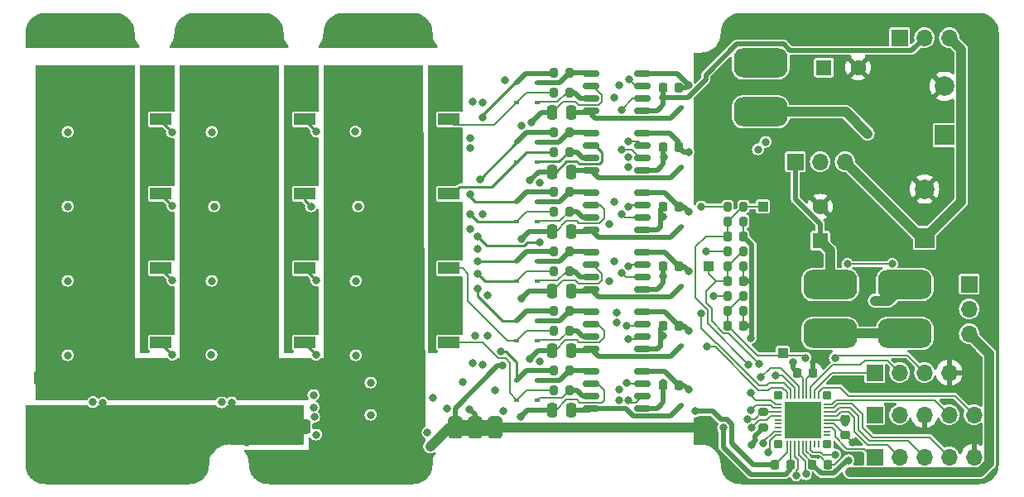
<source format=gbr>
%TF.GenerationSoftware,KiCad,Pcbnew,6.0.4-1.fc35*%
%TF.CreationDate,2022-04-18T17:29:00+01:00*%
%TF.ProjectId,esc,6573632e-6b69-4636-9164-5f7063625858,rev?*%
%TF.SameCoordinates,Original*%
%TF.FileFunction,Copper,L1,Top*%
%TF.FilePolarity,Positive*%
%FSLAX46Y46*%
G04 Gerber Fmt 4.6, Leading zero omitted, Abs format (unit mm)*
G04 Created by KiCad (PCBNEW 6.0.4-1.fc35) date 2022-04-18 17:29:00*
%MOMM*%
%LPD*%
G01*
G04 APERTURE LIST*
G04 Aperture macros list*
%AMRoundRect*
0 Rectangle with rounded corners*
0 $1 Rounding radius*
0 $2 $3 $4 $5 $6 $7 $8 $9 X,Y pos of 4 corners*
0 Add a 4 corners polygon primitive as box body*
4,1,4,$2,$3,$4,$5,$6,$7,$8,$9,$2,$3,0*
0 Add four circle primitives for the rounded corners*
1,1,$1+$1,$2,$3*
1,1,$1+$1,$4,$5*
1,1,$1+$1,$6,$7*
1,1,$1+$1,$8,$9*
0 Add four rect primitives between the rounded corners*
20,1,$1+$1,$2,$3,$4,$5,0*
20,1,$1+$1,$4,$5,$6,$7,0*
20,1,$1+$1,$6,$7,$8,$9,0*
20,1,$1+$1,$8,$9,$2,$3,0*%
G04 Aperture macros list end*
%TA.AperFunction,EtchedComponent*%
%ADD10C,0.120000*%
%TD*%
%TA.AperFunction,SMDPad,CuDef*%
%ADD11R,1.000000X1.000000*%
%TD*%
%TA.AperFunction,SMDPad,CuDef*%
%ADD12RoundRect,0.150000X0.675000X0.150000X-0.675000X0.150000X-0.675000X-0.150000X0.675000X-0.150000X0*%
%TD*%
%TA.AperFunction,SMDPad,CuDef*%
%ADD13RoundRect,0.200000X0.200000X0.275000X-0.200000X0.275000X-0.200000X-0.275000X0.200000X-0.275000X0*%
%TD*%
%TA.AperFunction,ComponentPad*%
%ADD14O,1.700000X1.700000*%
%TD*%
%TA.AperFunction,ComponentPad*%
%ADD15R,1.700000X1.700000*%
%TD*%
%TA.AperFunction,SMDPad,CuDef*%
%ADD16R,2.200000X1.200000*%
%TD*%
%TA.AperFunction,SMDPad,CuDef*%
%ADD17R,6.400000X5.800000*%
%TD*%
%TA.AperFunction,SMDPad,CuDef*%
%ADD18R,0.600000X0.450000*%
%TD*%
%TA.AperFunction,SMDPad,CuDef*%
%ADD19RoundRect,0.250000X0.250000X0.475000X-0.250000X0.475000X-0.250000X-0.475000X0.250000X-0.475000X0*%
%TD*%
%TA.AperFunction,SMDPad,CuDef*%
%ADD20RoundRect,0.999000X-1.751000X0.501000X-1.751000X-0.501000X1.751000X-0.501000X1.751000X0.501000X0*%
%TD*%
%TA.AperFunction,SMDPad,CuDef*%
%ADD21RoundRect,0.225000X-0.225000X-0.250000X0.225000X-0.250000X0.225000X0.250000X-0.225000X0.250000X0*%
%TD*%
%TA.AperFunction,SMDPad,CuDef*%
%ADD22RoundRect,0.200000X0.275000X-0.200000X0.275000X0.200000X-0.275000X0.200000X-0.275000X-0.200000X0*%
%TD*%
%TA.AperFunction,SMDPad,CuDef*%
%ADD23RoundRect,0.375000X-2.625000X-0.375000X2.625000X-0.375000X2.625000X0.375000X-2.625000X0.375000X0*%
%TD*%
%TA.AperFunction,ComponentPad*%
%ADD24R,1.600000X1.600000*%
%TD*%
%TA.AperFunction,ComponentPad*%
%ADD25C,1.600000*%
%TD*%
%TA.AperFunction,SMDPad,CuDef*%
%ADD26RoundRect,0.225000X0.225000X0.250000X-0.225000X0.250000X-0.225000X-0.250000X0.225000X-0.250000X0*%
%TD*%
%TA.AperFunction,SMDPad,CuDef*%
%ADD27RoundRect,0.999000X1.751000X-0.501000X1.751000X0.501000X-1.751000X0.501000X-1.751000X-0.501000X0*%
%TD*%
%TA.AperFunction,SMDPad,CuDef*%
%ADD28RoundRect,0.225000X0.250000X-0.225000X0.250000X0.225000X-0.250000X0.225000X-0.250000X-0.225000X0*%
%TD*%
%TA.AperFunction,ComponentPad*%
%ADD29R,2.000000X2.000000*%
%TD*%
%TA.AperFunction,ComponentPad*%
%ADD30C,2.000000*%
%TD*%
%TA.AperFunction,SMDPad,CuDef*%
%ADD31RoundRect,0.381000X0.381000X-0.762000X0.381000X0.762000X-0.381000X0.762000X-0.381000X-0.762000X0*%
%TD*%
%TA.AperFunction,ConnectorPad*%
%ADD32RoundRect,0.127500X-0.297500X-0.297500X0.297500X-0.297500X0.297500X0.297500X-0.297500X0.297500X0*%
%TD*%
%TA.AperFunction,SMDPad,CuDef*%
%ADD33RoundRect,0.050000X-0.325000X-0.050000X0.325000X-0.050000X0.325000X0.050000X-0.325000X0.050000X0*%
%TD*%
%TA.AperFunction,SMDPad,CuDef*%
%ADD34RoundRect,0.050000X0.050000X-0.325000X0.050000X0.325000X-0.050000X0.325000X-0.050000X-0.325000X0*%
%TD*%
%TA.AperFunction,SMDPad,CuDef*%
%ADD35RoundRect,0.050000X-0.050000X-0.325000X0.050000X-0.325000X0.050000X0.325000X-0.050000X0.325000X0*%
%TD*%
%TA.AperFunction,SMDPad,CuDef*%
%ADD36RoundRect,0.050000X0.325000X-0.050000X0.325000X0.050000X-0.325000X0.050000X-0.325000X-0.050000X0*%
%TD*%
%TA.AperFunction,SMDPad,CuDef*%
%ADD37R,3.800000X3.800000*%
%TD*%
%TA.AperFunction,ViaPad*%
%ADD38C,0.800000*%
%TD*%
%TA.AperFunction,Conductor*%
%ADD39C,1.000000*%
%TD*%
%TA.AperFunction,Conductor*%
%ADD40C,0.508000*%
%TD*%
%TA.AperFunction,Conductor*%
%ADD41C,0.200000*%
%TD*%
%TA.AperFunction,Conductor*%
%ADD42C,0.250000*%
%TD*%
%TA.AperFunction,Conductor*%
%ADD43C,0.254000*%
%TD*%
G04 APERTURE END LIST*
D10*
%TO.C,NT1*%
X146812000Y-74168000D02*
X147320000Y-74168000D01*
X147320000Y-74168000D02*
X147320000Y-72644000D01*
X147320000Y-72644000D02*
X146812000Y-72644000D01*
X146812000Y-72644000D02*
X146812000Y-74168000D01*
G36*
X146812000Y-74168000D02*
G01*
X147320000Y-74168000D01*
X147320000Y-72644000D01*
X146812000Y-72644000D01*
X146812000Y-74168000D01*
G37*
X144780000Y-74168000D02*
X145288000Y-74168000D01*
X145288000Y-74168000D02*
X145288000Y-72644000D01*
X145288000Y-72644000D02*
X144780000Y-72644000D01*
X144780000Y-72644000D02*
X144780000Y-74168000D01*
G36*
X144780000Y-74168000D02*
G01*
X145288000Y-74168000D01*
X145288000Y-72644000D01*
X144780000Y-72644000D01*
X144780000Y-74168000D01*
G37*
%TD*%
D11*
%TO.P,TP12,1,1*%
%TO.N,/Phases/C_VOLTAGE_SENSE*%
X177546000Y-65786000D03*
%TD*%
%TO.P,TP11,1,1*%
%TO.N,/Phases/B_VOLTAGE_SENSE*%
X169926000Y-56896000D03*
%TD*%
%TO.P,TP10,1,1*%
%TO.N,/Phases/A_VOLTAGE_SENSE*%
X175514000Y-50800000D03*
%TD*%
D12*
%TO.P,U17,1,VCC*%
%TO.N,+12V*%
X163153000Y-47117000D03*
%TO.P,U17,2,HIN*%
%TO.N,/Phases/C_HIN*%
X163153000Y-45847000D03*
%TO.P,U17,3,~{LIN}*%
%TO.N,/Phases/~{C_LIN}*%
X163153000Y-44577000D03*
%TO.P,U17,4,COM*%
%TO.N,GNDPWR*%
X163153000Y-43307000D03*
%TO.P,U17,5,LO*%
%TO.N,Net-(D35-Pad1)*%
X157903000Y-43307000D03*
%TO.P,U17,6,VS*%
%TO.N,/Phases/PHASE_C*%
X157903000Y-44577000D03*
%TO.P,U17,7,HO*%
%TO.N,Net-(D34-Pad1)*%
X157903000Y-45847000D03*
%TO.P,U17,8,VB*%
%TO.N,Net-(C44-Pad1)*%
X157903000Y-47117000D03*
%TD*%
D13*
%TO.P,R43,1*%
%TO.N,Net-(D19-Pad1)*%
X155765000Y-57404000D03*
%TO.P,R43,2*%
%TO.N,Net-(D19-Pad2)*%
X154115000Y-57404000D03*
%TD*%
%TO.P,R13,1*%
%TO.N,GNDA*%
X173545000Y-52324000D03*
%TO.P,R13,2*%
%TO.N,/Phases/A_VOLTAGE_SENSE*%
X171895000Y-52324000D03*
%TD*%
D14*
%TO.P,SW3,3,C*%
%TO.N,/Supplies/VIN*%
X194579000Y-33528000D03*
%TO.P,SW3,2,B*%
%TO.N,+12V*%
X192039000Y-33528000D03*
D15*
%TO.P,SW3,1,A*%
%TO.N,Net-(C22-Pad1)*%
X189499000Y-33528000D03*
%TD*%
D16*
%TO.P,Q17,1,G*%
%TO.N,Net-(D28-Pad2)*%
X143392000Y-64764000D03*
D17*
%TO.P,Q17,2,D*%
%TO.N,VDD*%
X137092000Y-62484000D03*
D16*
%TO.P,Q17,3,S*%
%TO.N,/Phases/PHASE_C*%
X143392000Y-60204000D03*
%TD*%
D12*
%TO.P,U11,1,VCC*%
%TO.N,+12V*%
X163153000Y-53213000D03*
%TO.P,U11,2,HIN*%
%TO.N,/Phases/B_HIN*%
X163153000Y-51943000D03*
%TO.P,U11,3,~{LIN}*%
%TO.N,/Phases/~{B_LIN}*%
X163153000Y-50673000D03*
%TO.P,U11,4,COM*%
%TO.N,GNDPWR*%
X163153000Y-49403000D03*
%TO.P,U11,5,LO*%
%TO.N,Net-(D17-Pad1)*%
X157903000Y-49403000D03*
%TO.P,U11,6,VS*%
%TO.N,/Phases/PHASE_B*%
X157903000Y-50673000D03*
%TO.P,U11,7,HO*%
%TO.N,Net-(D16-Pad1)*%
X157903000Y-51943000D03*
%TO.P,U11,8,VB*%
%TO.N,Net-(C32-Pad1)*%
X157903000Y-53213000D03*
%TD*%
D18*
%TO.P,D18,1,K*%
%TO.N,Net-(C34-Pad1)*%
X167166000Y-58928000D03*
%TO.P,D18,2,A*%
%TO.N,+12V*%
X165066000Y-58928000D03*
%TD*%
%TO.P,D38,1,K*%
%TO.N,Net-(D38-Pad1)*%
X152434000Y-38100000D03*
%TO.P,D38,2,A*%
%TO.N,Net-(D38-Pad2)*%
X150334000Y-38100000D03*
%TD*%
D13*
%TO.P,R14,1*%
%TO.N,/Phases/B_VOLTAGE_SENSE*%
X173545000Y-55372000D03*
%TO.P,R14,2*%
%TO.N,/Phases/PHASE_B*%
X171895000Y-55372000D03*
%TD*%
D19*
%TO.P,C40,1*%
%TO.N,Net-(C40-Pad1)*%
X155890000Y-71628000D03*
%TO.P,C40,2*%
%TO.N,/Phases/PHASE_C*%
X153990000Y-71628000D03*
%TD*%
D20*
%TO.P,L3,1,1*%
%TO.N,Net-(D1-Pad1)*%
X190007000Y-58814385D03*
%TO.P,L3,2,2*%
%TO.N,Net-(L1-Pad1)*%
X190007000Y-63814385D03*
%TD*%
D21*
%TO.P,C33,1*%
%TO.N,+12V*%
X165341000Y-56896000D03*
%TO.P,C33,2*%
%TO.N,GNDPWR*%
X166891000Y-56896000D03*
%TD*%
D16*
%TO.P,Q9,1,G*%
%TO.N,Net-(D16-Pad2)*%
X128660000Y-49524000D03*
D17*
%TO.P,Q9,2,D*%
%TO.N,VDD*%
X122360000Y-47244000D03*
D16*
%TO.P,Q9,3,S*%
%TO.N,/Phases/PHASE_B*%
X128660000Y-44964000D03*
%TD*%
D22*
%TO.P,R1,1*%
%TO.N,+3V3*%
X175514000Y-73469000D03*
%TO.P,R1,2*%
%TO.N,/~{MCLR}*%
X175514000Y-71819000D03*
%TD*%
D23*
%TO.P,C5,1*%
%TO.N,VDD*%
X126238000Y-68366000D03*
%TO.P,C5,2*%
%TO.N,GNDPWR*%
X126238000Y-73366000D03*
%TD*%
D16*
%TO.P,Q21,1,G*%
%TO.N,Net-(D34-Pad2)*%
X143392000Y-49523000D03*
D17*
%TO.P,Q21,2,D*%
%TO.N,VDD*%
X137092000Y-47243000D03*
D16*
%TO.P,Q21,3,S*%
%TO.N,/Phases/PHASE_C*%
X143392000Y-44963000D03*
%TD*%
D19*
%TO.P,C42,1*%
%TO.N,Net-(C42-Pad1)*%
X155890000Y-65532000D03*
%TO.P,C42,2*%
%TO.N,/Phases/PHASE_C*%
X153990000Y-65532000D03*
%TD*%
D18*
%TO.P,D31,1,K*%
%TO.N,Net-(D31-Pad1)*%
X152434000Y-64516000D03*
%TO.P,D31,2,A*%
%TO.N,Net-(D31-Pad2)*%
X150334000Y-64516000D03*
%TD*%
%TO.P,D27,1,K*%
%TO.N,Net-(C40-Pad1)*%
X167166000Y-71120000D03*
%TO.P,D27,2,A*%
%TO.N,+12V*%
X165066000Y-71120000D03*
%TD*%
%TO.P,D37,1,K*%
%TO.N,Net-(D37-Pad1)*%
X152434000Y-40132000D03*
%TO.P,D37,2,A*%
%TO.N,Net-(D37-Pad2)*%
X150334000Y-40132000D03*
%TD*%
D13*
%TO.P,R42,1*%
%TO.N,Net-(D17-Pad1)*%
X155765000Y-49276000D03*
%TO.P,R42,2*%
%TO.N,Net-(D17-Pad2)*%
X154115000Y-49276000D03*
%TD*%
D21*
%TO.P,C7,1*%
%TO.N,/Phases/A_VOLTAGE_SENSE*%
X171945000Y-53848000D03*
%TO.P,C7,2*%
%TO.N,GNDA*%
X173495000Y-53848000D03*
%TD*%
D18*
%TO.P,D20,1,K*%
%TO.N,Net-(D20-Pad1)*%
X152434000Y-56388000D03*
%TO.P,D20,2,A*%
%TO.N,Net-(D20-Pad2)*%
X150334000Y-56388000D03*
%TD*%
%TO.P,D32,1,K*%
%TO.N,Net-(D32-Pad1)*%
X152434000Y-62484000D03*
%TO.P,D32,2,A*%
%TO.N,Net-(D32-Pad2)*%
X150334000Y-62484000D03*
%TD*%
D13*
%TO.P,R52,1*%
%TO.N,Net-(D32-Pad1)*%
X155765000Y-61468000D03*
%TO.P,R52,2*%
%TO.N,Net-(D32-Pad2)*%
X154115000Y-61468000D03*
%TD*%
D21*
%TO.P,C41,1*%
%TO.N,+12V*%
X165341000Y-62992000D03*
%TO.P,C41,2*%
%TO.N,GNDPWR*%
X166891000Y-62992000D03*
%TD*%
%TO.P,C39,1*%
%TO.N,+12V*%
X165341000Y-69088000D03*
%TO.P,C39,2*%
%TO.N,GNDPWR*%
X166891000Y-69088000D03*
%TD*%
D18*
%TO.P,D33,1,K*%
%TO.N,Net-(C44-Pad1)*%
X167166000Y-46736000D03*
%TO.P,D33,2,A*%
%TO.N,+12V*%
X165066000Y-46736000D03*
%TD*%
D13*
%TO.P,R20,1*%
%TO.N,/Phases/C_VOLTAGE_SENSE*%
X173545000Y-59944000D03*
%TO.P,R20,2*%
%TO.N,/Phases/PHASE_C*%
X171895000Y-59944000D03*
%TD*%
%TO.P,R51,1*%
%TO.N,Net-(D31-Pad1)*%
X155765000Y-63500000D03*
%TO.P,R51,2*%
%TO.N,Net-(D31-Pad2)*%
X154115000Y-63500000D03*
%TD*%
%TO.P,R12,1*%
%TO.N,/Phases/A_VOLTAGE_SENSE*%
X173545000Y-50800000D03*
%TO.P,R12,2*%
%TO.N,/Phases/PHASE_A*%
X171895000Y-50800000D03*
%TD*%
%TO.P,R50,1*%
%TO.N,Net-(D29-Pad1)*%
X155765000Y-67564000D03*
%TO.P,R50,2*%
%TO.N,Net-(D29-Pad2)*%
X154115000Y-67564000D03*
%TD*%
D23*
%TO.P,C2,1*%
%TO.N,VDD*%
X103886000Y-68366000D03*
%TO.P,C2,2*%
%TO.N,GNDPWR*%
X103886000Y-73366000D03*
%TD*%
D12*
%TO.P,U15,1,VCC*%
%TO.N,+12V*%
X163153000Y-71501000D03*
%TO.P,U15,2,HIN*%
%TO.N,/Phases/C_HIN*%
X163153000Y-70231000D03*
%TO.P,U15,3,~{LIN}*%
%TO.N,/Phases/~{C_LIN}*%
X163153000Y-68961000D03*
%TO.P,U15,4,COM*%
%TO.N,GNDPWR*%
X163153000Y-67691000D03*
%TO.P,U15,5,LO*%
%TO.N,Net-(D29-Pad1)*%
X157903000Y-67691000D03*
%TO.P,U15,6,VS*%
%TO.N,/Phases/PHASE_C*%
X157903000Y-68961000D03*
%TO.P,U15,7,HO*%
%TO.N,Net-(D28-Pad1)*%
X157903000Y-70231000D03*
%TO.P,U15,8,VB*%
%TO.N,Net-(C40-Pad1)*%
X157903000Y-71501000D03*
%TD*%
D21*
%TO.P,C6,1*%
%TO.N,+3.3VA*%
X176771000Y-77216000D03*
%TO.P,C6,2*%
%TO.N,GNDA*%
X178321000Y-77216000D03*
%TD*%
D15*
%TO.P,SW1,1,A*%
%TO.N,/LV_SUPPLY*%
X196611000Y-58759385D03*
D14*
%TO.P,SW1,2,B*%
%TO.N,/Supplies/VIN*%
X196611000Y-61299385D03*
%TO.P,SW1,3,C*%
%TO.N,VDD*%
X196611000Y-63839385D03*
%TD*%
D24*
%TO.P,C22,1*%
%TO.N,Net-(C22-Pad1)*%
X181750349Y-36591000D03*
D25*
%TO.P,C22,2*%
%TO.N,GND*%
X185250349Y-36591000D03*
%TD*%
D21*
%TO.P,C31,1*%
%TO.N,+12V*%
X165341000Y-50800000D03*
%TO.P,C31,2*%
%TO.N,GNDPWR*%
X166891000Y-50800000D03*
%TD*%
D15*
%TO.P,J4,1,Pin_1*%
%TO.N,/SPI_CLK*%
X186944000Y-76454000D03*
D14*
%TO.P,J4,2,Pin_2*%
%TO.N,/SPI_MISO*%
X189484000Y-76454000D03*
%TO.P,J4,3,Pin_3*%
%TO.N,/SPI_MOSI*%
X192024000Y-76454000D03*
%TO.P,J4,4,Pin_4*%
%TO.N,/SPI_SS*%
X194564000Y-76454000D03*
%TO.P,J4,5,Pin_5*%
%TO.N,GND*%
X197104000Y-76454000D03*
%TD*%
D26*
%TO.P,C1,1*%
%TO.N,GND*%
X182131000Y-77216000D03*
%TO.P,C1,2*%
%TO.N,+3V3*%
X180581000Y-77216000D03*
%TD*%
D16*
%TO.P,Q19,1,G*%
%TO.N,Net-(D31-Pad2)*%
X143392000Y-57144000D03*
D17*
%TO.P,Q19,2,D*%
%TO.N,VDD*%
X137092000Y-54864000D03*
D16*
%TO.P,Q19,3,S*%
%TO.N,/Phases/PHASE_C*%
X143392000Y-52584000D03*
%TD*%
D27*
%TO.P,L2,1,1*%
%TO.N,Net-(L2-Pad1)*%
X175275000Y-41123000D03*
%TO.P,L2,2,2*%
%TO.N,Net-(D2-Pad2)*%
X175275000Y-36123000D03*
%TD*%
D16*
%TO.P,Q5,1,G*%
%TO.N,Net-(D10-Pad2)*%
X113928000Y-49524000D03*
D17*
%TO.P,Q5,2,D*%
%TO.N,VDD*%
X107628000Y-47244000D03*
D16*
%TO.P,Q5,3,S*%
%TO.N,/Phases/PHASE_A*%
X113928000Y-44964000D03*
%TD*%
D13*
%TO.P,R54,1*%
%TO.N,Net-(D35-Pad1)*%
X155765000Y-43180000D03*
%TO.P,R54,2*%
%TO.N,Net-(D35-Pad2)*%
X154115000Y-43180000D03*
%TD*%
D18*
%TO.P,D29,1,K*%
%TO.N,Net-(D29-Pad1)*%
X152434000Y-68580000D03*
%TO.P,D29,2,A*%
%TO.N,Net-(D29-Pad2)*%
X150334000Y-68580000D03*
%TD*%
D27*
%TO.P,L1,1,1*%
%TO.N,Net-(L1-Pad1)*%
X182387000Y-63814385D03*
%TO.P,L1,2,2*%
%TO.N,Net-(C16-Pad1)*%
X182387000Y-58814385D03*
%TD*%
D13*
%TO.P,R15,1*%
%TO.N,GNDA*%
X173545000Y-56896000D03*
%TO.P,R15,2*%
%TO.N,/Phases/B_VOLTAGE_SENSE*%
X171895000Y-56896000D03*
%TD*%
D15*
%TO.P,J3,1,Pin_1*%
%TO.N,/~{MCLR}*%
X186944000Y-72136000D03*
D14*
%TO.P,J3,2,Pin_2*%
%TO.N,+3V3*%
X189484000Y-72136000D03*
%TO.P,J3,3,Pin_3*%
%TO.N,GND*%
X192024000Y-72136000D03*
%TO.P,J3,4,Pin_4*%
%TO.N,/PGD1*%
X194564000Y-72136000D03*
%TO.P,J3,5,Pin_5*%
%TO.N,/PGC1*%
X197104000Y-72136000D03*
%TD*%
D28*
%TO.P,C4,1*%
%TO.N,GND*%
X183896000Y-74181000D03*
%TO.P,C4,2*%
%TO.N,+3V3*%
X183896000Y-72631000D03*
%TD*%
D29*
%TO.P,C17,1*%
%TO.N,+5V*%
X194071000Y-43515677D03*
D30*
%TO.P,C17,2*%
%TO.N,GND*%
X194071000Y-38515677D03*
%TD*%
D18*
%TO.P,D16,1,K*%
%TO.N,Net-(D16-Pad1)*%
X152434000Y-52324000D03*
%TO.P,D16,2,A*%
%TO.N,Net-(D16-Pad2)*%
X150334000Y-52324000D03*
%TD*%
D19*
%TO.P,C34,1*%
%TO.N,Net-(C34-Pad1)*%
X155890000Y-59436000D03*
%TO.P,C34,2*%
%TO.N,/Phases/PHASE_B*%
X153990000Y-59436000D03*
%TD*%
D18*
%TO.P,D19,1,K*%
%TO.N,Net-(D19-Pad1)*%
X152434000Y-58420000D03*
%TO.P,D19,2,A*%
%TO.N,Net-(D19-Pad2)*%
X150334000Y-58420000D03*
%TD*%
D12*
%TO.P,U18,1,VCC*%
%TO.N,+12V*%
X163153000Y-41021000D03*
%TO.P,U18,2,HIN*%
%TO.N,/Phases/C_HIN*%
X163153000Y-39751000D03*
%TO.P,U18,3,~{LIN}*%
%TO.N,/Phases/~{C_LIN}*%
X163153000Y-38481000D03*
%TO.P,U18,4,COM*%
%TO.N,GNDPWR*%
X163153000Y-37211000D03*
%TO.P,U18,5,LO*%
%TO.N,Net-(D38-Pad1)*%
X157903000Y-37211000D03*
%TO.P,U18,6,VS*%
%TO.N,/Phases/PHASE_C*%
X157903000Y-38481000D03*
%TO.P,U18,7,HO*%
%TO.N,Net-(D37-Pad1)*%
X157903000Y-39751000D03*
%TO.P,U18,8,VB*%
%TO.N,Net-(C46-Pad1)*%
X157903000Y-41021000D03*
%TD*%
D24*
%TO.P,C16,1*%
%TO.N,Net-(C16-Pad1)*%
X181371000Y-54331036D03*
D25*
%TO.P,C16,2*%
%TO.N,GND*%
X181371000Y-50831036D03*
%TD*%
D18*
%TO.P,D28,1,K*%
%TO.N,Net-(D28-Pad1)*%
X152434000Y-70612000D03*
%TO.P,D28,2,A*%
%TO.N,Net-(D28-Pad2)*%
X150334000Y-70612000D03*
%TD*%
D16*
%TO.P,Q15,1,G*%
%TO.N,Net-(D25-Pad2)*%
X128660000Y-41904000D03*
D17*
%TO.P,Q15,2,D*%
%TO.N,VDD*%
X122360000Y-39624000D03*
D16*
%TO.P,Q15,3,S*%
%TO.N,/Phases/PHASE_B*%
X128660000Y-37344000D03*
%TD*%
D15*
%TO.P,SW2,1,A*%
%TO.N,Net-(C16-Pad1)*%
X178831000Y-46228000D03*
D14*
%TO.P,SW2,2,B*%
%TO.N,+5V*%
X181371000Y-46228000D03*
%TO.P,SW2,3,C*%
%TO.N,/Supplies/VIN*%
X183911000Y-46228000D03*
%TD*%
D31*
%TO.P,NT1,1,1*%
%TO.N,GNDPWR*%
X144018000Y-73406000D03*
%TO.P,NT1,2,2*%
%TO.N,GNDA*%
X146050000Y-73406000D03*
%TO.P,NT1,3,3*%
%TO.N,GND*%
X148082000Y-73406000D03*
%TD*%
D13*
%TO.P,R21,1*%
%TO.N,GNDA*%
X173545000Y-61468000D03*
%TO.P,R21,2*%
%TO.N,/Phases/C_VOLTAGE_SENSE*%
X171895000Y-61468000D03*
%TD*%
D21*
%TO.P,C45,1*%
%TO.N,+12V*%
X165341000Y-38608000D03*
%TO.P,C45,2*%
%TO.N,GNDPWR*%
X166891000Y-38608000D03*
%TD*%
%TO.P,C10,1*%
%TO.N,/Phases/B_VOLTAGE_SENSE*%
X171945000Y-58420000D03*
%TO.P,C10,2*%
%TO.N,GNDA*%
X173495000Y-58420000D03*
%TD*%
D18*
%TO.P,D34,1,K*%
%TO.N,Net-(D34-Pad1)*%
X152434000Y-46228000D03*
%TO.P,D34,2,A*%
%TO.N,Net-(D34-Pad2)*%
X150334000Y-46228000D03*
%TD*%
D32*
%TO.P,U1,*%
%TO.N,*%
X177078000Y-70144000D03*
X182078000Y-70144000D03*
X182078000Y-75144000D03*
X177078000Y-75144000D03*
D33*
%TO.P,U1,1,RP46/PWM1H/RB14*%
%TO.N,/Phases/A_HIN*%
X177078000Y-71044000D03*
%TO.P,U1,2,RP47/PWM1L/RB15*%
%TO.N,/Phases/~{A_LIN}*%
X177078000Y-71444000D03*
%TO.P,U1,3,~{MCLR}*%
%TO.N,/~{MCLR}*%
X177078000Y-71844000D03*
%TO.P,U1,4,AN12/RP48/RC0*%
%TO.N,/Phases/A_CURRENT_SENSE*%
X177078000Y-72244000D03*
%TO.P,U1,5,OA1OUT/AN0/CMP1A/IBIAS0/RA0*%
%TO.N,unconnected-(U1-Pad5)*%
X177078000Y-72644000D03*
%TO.P,U1,6,OA1IN-/RA1*%
%TO.N,unconnected-(U1-Pad6)*%
X177078000Y-73044000D03*
%TO.P,U1,7,OA1IN+/AN9/RA2*%
%TO.N,unconnected-(U1-Pad7)*%
X177078000Y-73444000D03*
%TO.P,U1,8,DACOUT/AN3/CMP1C/RA3*%
%TO.N,/Phases/A_VOLTAGE_SENSE*%
X177078000Y-73844000D03*
%TO.P,U1,9,OA3OUT/AN4/IBIAS3/RA4*%
%TO.N,/Phases/B_VOLTAGE_SENSE*%
X177078000Y-74244000D03*
D34*
%TO.P,U1,10,AVDD*%
%TO.N,+3.3VA*%
X177978000Y-75144000D03*
D35*
%TO.P,U1,11,AVSS*%
%TO.N,GNDA*%
X178378000Y-75144000D03*
%TO.P,U1,12,OA3IN-/AN13/CMP1B/ISRC0/RP49/RC1*%
%TO.N,/Phases/B_CURRENT_SENSE*%
X178778000Y-75144000D03*
%TO.P,U1,13,OA3IN+/AN14/ISRC1/RP50/RC2*%
%TO.N,/Phases/C_VOLTAGE_SENSE*%
X179178000Y-75144000D03*
%TO.P,U1,14,VDD*%
%TO.N,+3V3*%
X179578000Y-75144000D03*
%TO.P,U1,15,VSS*%
%TO.N,GND*%
X179978000Y-75144000D03*
%TO.P,U1,16,AN15/IBIAS2/RP51/RC3*%
%TO.N,/HOME{slash}HALL_C{slash}GPIO2*%
X180378000Y-75144000D03*
%TO.P,U1,17,OSCI/CLKI/AN5/RP32/RB0*%
%TO.N,unconnected-(U1-Pad17)*%
X180778000Y-75144000D03*
%TO.P,U1,18,OSCO/CLKO/AN6/RP33/RB1*%
%TO.N,unconnected-(U1-Pad18)*%
X181178000Y-75144000D03*
D36*
%TO.P,U1,19,OA2OUT/AN1/AN7/CMP1D/RP34/INT0/RB2*%
%TO.N,unconnected-(U1-Pad19)*%
X182078000Y-74244000D03*
%TO.P,U1,20,PGD2/OA2IN-/AN8/RP35/RB3*%
%TO.N,unconnected-(U1-Pad20)*%
X182078000Y-73844000D03*
D33*
%TO.P,U1,21,PGC2/OA2IN+/RP36/RB4*%
%TO.N,/SPI_CLK*%
X182078000Y-73444000D03*
%TO.P,U1,22,VSS*%
%TO.N,GND*%
X182078000Y-73044000D03*
%TO.P,U1,23,VDD*%
%TO.N,+3V3*%
X182078000Y-72644000D03*
%TO.P,U1,24,PGD3/RP37/RB5*%
%TO.N,/SPI_MISO*%
X182078000Y-72244000D03*
%TO.P,U1,25,PGC3/RP38/RB6*%
%TO.N,/SPI_MOSI*%
X182078000Y-71844000D03*
%TO.P,U1,26,TDO/AN2/RP39/RB7*%
%TO.N,/SPI_SS*%
X182078000Y-71444000D03*
%TO.P,U1,27,PGD1/AN10/RP40/SCL1/RB8*%
%TO.N,/PGD1*%
X182078000Y-71044000D03*
D34*
%TO.P,U1,28,PGC1/AN11/RP41/SDA1/RB9*%
%TO.N,/PGC1*%
X181178000Y-70144000D03*
%TO.P,U1,29,RP52/RC4*%
%TO.N,/QEI_A{slash}HALL_A{slash}GPIO0*%
X180778000Y-70144000D03*
%TO.P,U1,30,RP53/RC5*%
%TO.N,/QEI_B{slash}HALL_B{slash}GPIO1*%
X180378000Y-70144000D03*
D35*
%TO.P,U1,31,VSS*%
%TO.N,GND*%
X179978000Y-70144000D03*
%TO.P,U1,32,VDD*%
%TO.N,+3V3*%
X179578000Y-70144000D03*
%TO.P,U1,33,TMS/RP42/PWM3H/RB10*%
%TO.N,/Phases/C_HIN*%
X179178000Y-70144000D03*
%TO.P,U1,34,TCK/RP43/PWM3L/RB11*%
%TO.N,/Phases/~{C_LIN}*%
X178778000Y-70144000D03*
%TO.P,U1,35,TDI/RP44/PWM2H/RB12*%
%TO.N,/Phases/B_HIN*%
X178378000Y-70144000D03*
%TO.P,U1,36,RP45/PWM2L/RB13*%
%TO.N,/Phases/~{B_LIN}*%
X177978000Y-70144000D03*
D37*
%TO.P,U1,37*%
%TO.N,N/C*%
X179578000Y-72644000D03*
%TD*%
D13*
%TO.P,R49,1*%
%TO.N,Net-(D28-Pad1)*%
X155765000Y-69596000D03*
%TO.P,R49,2*%
%TO.N,Net-(D28-Pad2)*%
X154115000Y-69596000D03*
%TD*%
D16*
%TO.P,Q1,1,G*%
%TO.N,Net-(D4-Pad2)*%
X113928000Y-64764000D03*
D17*
%TO.P,Q1,2,D*%
%TO.N,VDD*%
X107628000Y-62484000D03*
D16*
%TO.P,Q1,3,S*%
%TO.N,/Phases/PHASE_A*%
X113928000Y-60204000D03*
%TD*%
D12*
%TO.P,U12,1,VCC*%
%TO.N,+12V*%
X163153000Y-59309000D03*
%TO.P,U12,2,HIN*%
%TO.N,/Phases/B_HIN*%
X163153000Y-58039000D03*
%TO.P,U12,3,~{LIN}*%
%TO.N,/Phases/~{B_LIN}*%
X163153000Y-56769000D03*
%TO.P,U12,4,COM*%
%TO.N,GNDPWR*%
X163153000Y-55499000D03*
%TO.P,U12,5,LO*%
%TO.N,Net-(D20-Pad1)*%
X157903000Y-55499000D03*
%TO.P,U12,6,VS*%
%TO.N,/Phases/PHASE_B*%
X157903000Y-56769000D03*
%TO.P,U12,7,HO*%
%TO.N,Net-(D19-Pad1)*%
X157903000Y-58039000D03*
%TO.P,U12,8,VB*%
%TO.N,Net-(C34-Pad1)*%
X157903000Y-59309000D03*
%TD*%
D15*
%TO.P,J5,1,Pin_1*%
%TO.N,/QEI_A{slash}HALL_A{slash}GPIO0*%
X186954000Y-67818000D03*
D14*
%TO.P,J5,2,Pin_2*%
%TO.N,/QEI_B{slash}HALL_B{slash}GPIO1*%
X189494000Y-67818000D03*
%TO.P,J5,3,Pin_3*%
%TO.N,/HOME{slash}HALL_C{slash}GPIO2*%
X192034000Y-67818000D03*
%TO.P,J5,4,Pin_4*%
%TO.N,GND*%
X194574000Y-67818000D03*
%TD*%
D12*
%TO.P,U16,1,VCC*%
%TO.N,+12V*%
X163153000Y-65405000D03*
%TO.P,U16,2,HIN*%
%TO.N,/Phases/C_HIN*%
X163153000Y-64135000D03*
%TO.P,U16,3,~{LIN}*%
%TO.N,/Phases/~{C_LIN}*%
X163153000Y-62865000D03*
%TO.P,U16,4,COM*%
%TO.N,GNDPWR*%
X163153000Y-61595000D03*
%TO.P,U16,5,LO*%
%TO.N,Net-(D32-Pad1)*%
X157903000Y-61595000D03*
%TO.P,U16,6,VS*%
%TO.N,/Phases/PHASE_C*%
X157903000Y-62865000D03*
%TO.P,U16,7,HO*%
%TO.N,Net-(D31-Pad1)*%
X157903000Y-64135000D03*
%TO.P,U16,8,VB*%
%TO.N,Net-(C42-Pad1)*%
X157903000Y-65405000D03*
%TD*%
D16*
%TO.P,Q23,1,G*%
%TO.N,Net-(D37-Pad2)*%
X143392000Y-41904000D03*
D17*
%TO.P,Q23,2,D*%
%TO.N,VDD*%
X137092000Y-39624000D03*
D16*
%TO.P,Q23,3,S*%
%TO.N,/Phases/PHASE_C*%
X143392000Y-37344000D03*
%TD*%
D18*
%TO.P,D36,1,K*%
%TO.N,Net-(C46-Pad1)*%
X167166000Y-40640000D03*
%TO.P,D36,2,A*%
%TO.N,+12V*%
X165066000Y-40640000D03*
%TD*%
D21*
%TO.P,C43,1*%
%TO.N,+12V*%
X165341000Y-44704000D03*
%TO.P,C43,2*%
%TO.N,GNDPWR*%
X166891000Y-44704000D03*
%TD*%
D13*
%TO.P,R55,1*%
%TO.N,Net-(D37-Pad1)*%
X155765000Y-39116000D03*
%TO.P,R55,2*%
%TO.N,Net-(D37-Pad2)*%
X154115000Y-39116000D03*
%TD*%
D16*
%TO.P,Q11,1,G*%
%TO.N,Net-(D19-Pad2)*%
X128660000Y-57144000D03*
D17*
%TO.P,Q11,2,D*%
%TO.N,VDD*%
X122360000Y-54864000D03*
D16*
%TO.P,Q11,3,S*%
%TO.N,/Phases/PHASE_B*%
X128660000Y-52584000D03*
%TD*%
D13*
%TO.P,R56,1*%
%TO.N,Net-(D38-Pad1)*%
X155765000Y-37084000D03*
%TO.P,R56,2*%
%TO.N,Net-(D38-Pad2)*%
X154115000Y-37084000D03*
%TD*%
D29*
%TO.P,C14,1*%
%TO.N,/Supplies/VIN*%
X192039000Y-54030062D03*
D30*
%TO.P,C14,2*%
%TO.N,GND*%
X192039000Y-49030062D03*
%TD*%
D18*
%TO.P,D17,1,K*%
%TO.N,Net-(D17-Pad1)*%
X152434000Y-50292000D03*
%TO.P,D17,2,A*%
%TO.N,Net-(D17-Pad2)*%
X150334000Y-50292000D03*
%TD*%
D16*
%TO.P,Q13,1,G*%
%TO.N,Net-(D22-Pad2)*%
X128660000Y-64764000D03*
D17*
%TO.P,Q13,2,D*%
%TO.N,VDD*%
X122360000Y-62484000D03*
D16*
%TO.P,Q13,3,S*%
%TO.N,/Phases/PHASE_B*%
X128660000Y-60204000D03*
%TD*%
D13*
%TO.P,R41,1*%
%TO.N,Net-(D16-Pad1)*%
X155765000Y-51308000D03*
%TO.P,R41,2*%
%TO.N,Net-(D16-Pad2)*%
X154115000Y-51308000D03*
%TD*%
D16*
%TO.P,Q3,1,G*%
%TO.N,Net-(D7-Pad2)*%
X113928000Y-57144000D03*
D17*
%TO.P,Q3,2,D*%
%TO.N,VDD*%
X107628000Y-54864000D03*
D16*
%TO.P,Q3,3,S*%
%TO.N,/Phases/PHASE_A*%
X113928000Y-52584000D03*
%TD*%
D21*
%TO.P,C11,2*%
%TO.N,GNDA*%
X173495000Y-62992000D03*
%TO.P,C11,1*%
%TO.N,/Phases/C_VOLTAGE_SENSE*%
X171945000Y-62992000D03*
%TD*%
D19*
%TO.P,C32,1*%
%TO.N,Net-(C32-Pad1)*%
X155890000Y-53340000D03*
%TO.P,C32,2*%
%TO.N,/Phases/PHASE_B*%
X153990000Y-53340000D03*
%TD*%
D18*
%TO.P,D35,1,K*%
%TO.N,Net-(D35-Pad1)*%
X152434000Y-44196000D03*
%TO.P,D35,2,A*%
%TO.N,Net-(D35-Pad2)*%
X150334000Y-44196000D03*
%TD*%
%TO.P,D15,1,K*%
%TO.N,Net-(C32-Pad1)*%
X167166000Y-52832000D03*
%TO.P,D15,2,A*%
%TO.N,+12V*%
X165066000Y-52832000D03*
%TD*%
D19*
%TO.P,C46,1*%
%TO.N,Net-(C46-Pad1)*%
X155890000Y-41148000D03*
%TO.P,C46,2*%
%TO.N,/Phases/PHASE_C*%
X153990000Y-41148000D03*
%TD*%
%TO.P,C44,1*%
%TO.N,Net-(C44-Pad1)*%
X155890000Y-47244000D03*
%TO.P,C44,2*%
%TO.N,/Phases/PHASE_C*%
X153990000Y-47244000D03*
%TD*%
D18*
%TO.P,D30,1,K*%
%TO.N,Net-(C42-Pad1)*%
X167166000Y-65024000D03*
%TO.P,D30,2,A*%
%TO.N,+12V*%
X165066000Y-65024000D03*
%TD*%
D26*
%TO.P,C3,2*%
%TO.N,+3V3*%
X179057000Y-67818000D03*
%TO.P,C3,1*%
%TO.N,GND*%
X180607000Y-67818000D03*
%TD*%
D13*
%TO.P,R53,1*%
%TO.N,Net-(D34-Pad1)*%
X155765000Y-45212000D03*
%TO.P,R53,2*%
%TO.N,Net-(D34-Pad2)*%
X154115000Y-45212000D03*
%TD*%
%TO.P,R44,1*%
%TO.N,Net-(D20-Pad1)*%
X155765000Y-55372000D03*
%TO.P,R44,2*%
%TO.N,Net-(D20-Pad2)*%
X154115000Y-55372000D03*
%TD*%
D16*
%TO.P,Q7,1,G*%
%TO.N,Net-(D13-Pad2)*%
X113928000Y-41904000D03*
D17*
%TO.P,Q7,2,D*%
%TO.N,VDD*%
X107628000Y-39624000D03*
D16*
%TO.P,Q7,3,S*%
%TO.N,/Phases/PHASE_A*%
X113928000Y-37344000D03*
%TD*%
D38*
%TO.N,GND*%
X170180000Y-73406000D03*
%TO.N,/Phases/A_HIN*%
X174244000Y-69850000D03*
%TO.N,Net-(D4-Pad2)*%
X115107440Y-65965088D03*
X145796000Y-66802000D03*
%TO.N,VDD*%
X137414000Y-78486000D03*
X135382000Y-77470000D03*
X184404000Y-77978000D03*
X133350000Y-77470000D03*
X135382000Y-76454000D03*
X134366000Y-78486000D03*
X125222000Y-77470000D03*
X132334000Y-77470000D03*
X126238000Y-77470000D03*
X136398000Y-78486000D03*
X138430000Y-78486000D03*
X127254000Y-77470000D03*
X126238000Y-76454000D03*
X128270000Y-78486000D03*
X135382000Y-78486000D03*
X133350000Y-78486000D03*
X138430000Y-76454000D03*
X130302000Y-76454000D03*
X136398000Y-77470000D03*
X137414000Y-76454000D03*
X125222000Y-76454000D03*
X130302000Y-78486000D03*
X139446000Y-77470000D03*
X126238000Y-78486000D03*
X130302000Y-77470000D03*
X134366000Y-77470000D03*
X139446000Y-76454000D03*
X129286000Y-76454000D03*
X128270000Y-76454000D03*
X127254000Y-76454000D03*
X132334000Y-76454000D03*
X131318000Y-76454000D03*
X131318000Y-77470000D03*
X129286000Y-78486000D03*
X131318000Y-78486000D03*
X134366000Y-76454000D03*
X128270000Y-77470000D03*
X133350000Y-76454000D03*
X136398000Y-76454000D03*
X138430000Y-77470000D03*
X139446000Y-78486000D03*
X125222000Y-78486000D03*
X137414000Y-77470000D03*
X132334000Y-78486000D03*
X127254000Y-78486000D03*
X129286000Y-77470000D03*
%TO.N,/Phases/PHASE_A*%
X114554000Y-54864000D03*
X103632000Y-31750000D03*
X102616000Y-33782000D03*
X114554000Y-55880000D03*
X114554000Y-47244000D03*
X106680000Y-32766000D03*
X146304000Y-53848000D03*
X103632000Y-32766000D03*
X113538000Y-38608000D03*
X112522000Y-55880000D03*
X107696000Y-32766000D03*
X104648000Y-32766000D03*
X112522000Y-53848000D03*
X106680000Y-31750000D03*
X114554000Y-62484000D03*
X105664000Y-33782000D03*
X105664000Y-32766000D03*
X106680000Y-33782000D03*
X114554000Y-40640000D03*
X113538000Y-39624000D03*
X112522000Y-54864000D03*
X114554000Y-46228000D03*
X113538000Y-53848000D03*
X103632000Y-33782000D03*
X114554000Y-38608000D03*
X112522000Y-61468000D03*
X152654000Y-48422500D03*
X108712000Y-31750000D03*
X113538000Y-40640000D03*
X152654000Y-54518500D03*
X114554000Y-48260000D03*
X114554000Y-53848000D03*
X104648000Y-33782000D03*
X112522000Y-62484000D03*
X149098000Y-37846000D03*
X113538000Y-63500000D03*
X113538000Y-62484000D03*
X114554000Y-63500000D03*
X113538000Y-47244000D03*
X113538000Y-54864000D03*
X112522000Y-47244000D03*
X113538000Y-61468000D03*
X114554000Y-61468000D03*
X112522000Y-63500000D03*
X112522000Y-46228000D03*
X102616000Y-31750000D03*
X107696000Y-31750000D03*
X169226500Y-50800000D03*
X108712000Y-33782000D03*
X107696000Y-33782000D03*
X113538000Y-55880000D03*
X112522000Y-38608000D03*
X108712000Y-32766000D03*
X102616000Y-32766000D03*
X113538000Y-46228000D03*
X112522000Y-39624000D03*
X114554000Y-39624000D03*
X112522000Y-40640000D03*
X152654000Y-66710500D03*
X104648000Y-31750000D03*
X105664000Y-31750000D03*
X113538000Y-48260000D03*
X112522000Y-48260000D03*
%TO.N,Net-(D5-Pad2)*%
X146816299Y-67018500D03*
X104394000Y-66040000D03*
%TO.N,/Phases/Phase A/BRIDGE_LOW*%
X129540000Y-70104000D03*
X107000609Y-70849859D03*
%TO.N,Net-(D7-Pad2)*%
X146304000Y-55118000D03*
X115107440Y-58345088D03*
%TO.N,Net-(D8-Pad2)*%
X147324299Y-59939701D03*
X104394000Y-58420000D03*
%TO.N,Net-(D10-Pad2)*%
X146812000Y-51562000D03*
X115107440Y-50725088D03*
%TO.N,Net-(D11-Pad2)*%
X104394000Y-50800000D03*
X145542000Y-53086000D03*
%TO.N,Net-(D13-Pad2)*%
X146812000Y-40132000D03*
X115062000Y-43180000D03*
%TO.N,Net-(D14-Pad2)*%
X104394000Y-43180000D03*
X145791701Y-40127701D03*
%TO.N,Net-(D16-Pad2)*%
X129286000Y-50800000D03*
X145542000Y-51562000D03*
%TO.N,/Phases/PHASE_B*%
X121920000Y-33782000D03*
X127254000Y-40640000D03*
X129286000Y-40640000D03*
X129286000Y-48260000D03*
X128270000Y-40640000D03*
X129286000Y-62484000D03*
X129286000Y-46228000D03*
X127254000Y-61468000D03*
X123952000Y-31750000D03*
X127254000Y-62484000D03*
X117856000Y-32766000D03*
X128270000Y-55880000D03*
X150832042Y-42501632D03*
X128270000Y-39624000D03*
X129286000Y-38608000D03*
X120904000Y-32766000D03*
X127254000Y-39624000D03*
X169672000Y-55372000D03*
X119888000Y-32766000D03*
X118872000Y-31750000D03*
X128270000Y-48260000D03*
X127254000Y-53848000D03*
X128270000Y-61468000D03*
X123952000Y-33782000D03*
X128270000Y-62484000D03*
X118872000Y-32766000D03*
X128270000Y-63500000D03*
X120904000Y-31750000D03*
X129286000Y-61468000D03*
X119888000Y-31750000D03*
X129286000Y-39624000D03*
X117856000Y-33782000D03*
X120904000Y-33782000D03*
X121920000Y-32766000D03*
X119888000Y-33782000D03*
X150798250Y-60198000D03*
X150798250Y-54102000D03*
X129286000Y-55880000D03*
X123952000Y-32766000D03*
X122936000Y-31750000D03*
X128270000Y-46228000D03*
X122936000Y-33782000D03*
X128270000Y-38608000D03*
X127254000Y-38608000D03*
X128270000Y-47244000D03*
X121920000Y-31750000D03*
X127254000Y-46228000D03*
X129286000Y-47244000D03*
X127254000Y-55880000D03*
X129286000Y-63500000D03*
X129286000Y-53848000D03*
X129286000Y-54864000D03*
X118872000Y-33782000D03*
X127254000Y-54864000D03*
X127254000Y-63500000D03*
X127254000Y-47244000D03*
X122936000Y-32766000D03*
X128270000Y-53848000D03*
X127254000Y-48260000D03*
X117856000Y-31750000D03*
X128270000Y-54864000D03*
%TO.N,Net-(D17-Pad2)*%
X119380000Y-50800000D03*
X145542000Y-49530000D03*
%TO.N,/Phases/Phase B/BRIDGE_LOW*%
X129614595Y-72370713D03*
X120136286Y-70860286D03*
%TO.N,Net-(D19-Pad2)*%
X129810524Y-58361368D03*
X146304000Y-57658000D03*
%TO.N,Net-(D20-Pad2)*%
X119126000Y-58420000D03*
X146304000Y-56388000D03*
%TO.N,Net-(D22-Pad2)*%
X129810524Y-65981368D03*
X146050000Y-64008000D03*
%TO.N,Net-(D23-Pad2)*%
X119109476Y-65981368D03*
X147320000Y-64008000D03*
%TO.N,Net-(D25-Pad2)*%
X129810524Y-43121368D03*
X145542000Y-43845868D03*
%TO.N,Net-(D26-Pad2)*%
X119126000Y-43180000D03*
X145542000Y-44845371D03*
%TO.N,/Phases/PHASE_C*%
X141986000Y-40640000D03*
X143002000Y-40640000D03*
X144018000Y-53848000D03*
X141986000Y-39624000D03*
X144018000Y-62484000D03*
X144018000Y-61468000D03*
X137160000Y-33782000D03*
X141986000Y-48260000D03*
X143002000Y-61468000D03*
X133096000Y-31750000D03*
X138176000Y-33782000D03*
X141986000Y-46228000D03*
X134112000Y-33782000D03*
X141986000Y-47244000D03*
X136144000Y-33782000D03*
X143002000Y-39624000D03*
X133096000Y-33782000D03*
X139192000Y-31750000D03*
X135128000Y-32766000D03*
X143002000Y-53848000D03*
X141986000Y-55880000D03*
X137160000Y-32766000D03*
X144018000Y-46228000D03*
X141986000Y-54864000D03*
X143002000Y-55880000D03*
X144018000Y-55880000D03*
X141986000Y-38608000D03*
X144018000Y-38608000D03*
X141986000Y-62484000D03*
X144018000Y-40640000D03*
X143002000Y-48260000D03*
X141986000Y-61468000D03*
X139192000Y-32766000D03*
X144018000Y-47244000D03*
X170434000Y-59944000D03*
X143002000Y-63500000D03*
X136144000Y-31750000D03*
X136144000Y-32766000D03*
X144018000Y-39624000D03*
X151800500Y-42164000D03*
X138176000Y-31750000D03*
X134112000Y-32766000D03*
X141986000Y-53848000D03*
X139192000Y-33782000D03*
X144018000Y-54864000D03*
X137160000Y-31750000D03*
X143002000Y-54864000D03*
X143002000Y-47244000D03*
X141986000Y-63500000D03*
X135128000Y-31750000D03*
X143002000Y-38608000D03*
X144018000Y-48260000D03*
X133096000Y-32766000D03*
X135128000Y-33782000D03*
X134112000Y-31750000D03*
X143002000Y-46228000D03*
X151651750Y-66385500D03*
X143002000Y-62484000D03*
X150772746Y-72306500D03*
X144018000Y-63500000D03*
X151708812Y-48097500D03*
X138176000Y-32766000D03*
%TO.N,Net-(D29-Pad2)*%
X133858000Y-66040000D03*
X148703622Y-65672378D03*
%TO.N,GNDPWR*%
X129794000Y-74168000D03*
X106426000Y-77470000D03*
X167894000Y-69533500D03*
X116586000Y-76454000D03*
X167894000Y-51308000D03*
X114554000Y-78486000D03*
X116586000Y-77470000D03*
X113538000Y-77470000D03*
X167894000Y-45212000D03*
X114554000Y-77470000D03*
X112522000Y-77470000D03*
X106426000Y-76454000D03*
X116586000Y-78486000D03*
X110490000Y-77470000D03*
X111506000Y-76454000D03*
X108458000Y-77470000D03*
X107442000Y-77470000D03*
X167894000Y-57404000D03*
X167894000Y-38354000D03*
X102362000Y-78486000D03*
X109474000Y-78486000D03*
X107996424Y-70935636D03*
X104394000Y-78486000D03*
X110490000Y-76454000D03*
X115570000Y-76454000D03*
X108458000Y-78486000D03*
X115570000Y-77470000D03*
X112522000Y-78486000D03*
X107442000Y-76454000D03*
X108458000Y-76454000D03*
X121158000Y-70866000D03*
X113538000Y-78486000D03*
X112522000Y-76454000D03*
X105410000Y-78486000D03*
X104394000Y-77470000D03*
X102362000Y-77470000D03*
X122682000Y-74930000D03*
X115570000Y-78486000D03*
X102362000Y-76454000D03*
X110490000Y-78486000D03*
X105410000Y-77470000D03*
X103378000Y-76454000D03*
X106426000Y-78486000D03*
X148888628Y-67121389D03*
X111506000Y-77470000D03*
X141478000Y-75376020D03*
X109474000Y-76454000D03*
X167894000Y-63500000D03*
X103378000Y-77470000D03*
X113538000Y-76454000D03*
X129540000Y-71374000D03*
X111506000Y-78486000D03*
X104394000Y-76454000D03*
X109474000Y-77470000D03*
X105410000Y-76454000D03*
X114554000Y-76454000D03*
X107442000Y-78486000D03*
X103378000Y-78486000D03*
%TO.N,Net-(D32-Pad2)*%
X133858000Y-58420000D03*
X146304000Y-59182000D03*
%TO.N,Net-(D35-Pad2)*%
X134112000Y-50800000D03*
X146558000Y-48006000D03*
%TO.N,Net-(D38-Pad2)*%
X133841476Y-43121368D03*
X146812000Y-41656000D03*
%TO.N,/Phases/A_CURRENT_SENSE*%
X174372231Y-73471534D03*
%TO.N,GND*%
X184658000Y-74930000D03*
X185166000Y-76329011D03*
X184658000Y-43688000D03*
%TO.N,+3V3*%
X183896000Y-72898000D03*
X184260965Y-76792209D03*
X178562000Y-66739500D03*
X174327500Y-75184000D03*
%TO.N,/Phases/B_CURRENT_SENSE*%
X178911516Y-78327516D03*
%TO.N,Net-(D1-Pad1)*%
X186944000Y-60452000D03*
%TO.N,Net-(R25-Pad2)*%
X184151533Y-56714941D03*
X188722000Y-56714885D03*
%TO.N,Net-(D2-Pad2)*%
X175275000Y-36123000D03*
%TO.N,Net-(L2-Pad1)*%
X186235480Y-43380520D03*
%TO.N,+3.3VA*%
X168606689Y-71792142D03*
X148082000Y-69596000D03*
X143182137Y-71484107D03*
%TO.N,GNDA*%
X174244000Y-64262000D03*
X144780000Y-68771000D03*
X145470589Y-71554830D03*
X135382000Y-72136000D03*
X141732000Y-70371000D03*
X135382000Y-68834000D03*
X171450000Y-73468500D03*
X148945542Y-71790458D03*
X141211000Y-73927000D03*
%TO.N,/Phases/A_VOLTAGE_SENSE*%
X175530356Y-75026180D03*
X174062570Y-66980796D03*
%TO.N,/Phases/B_VOLTAGE_SENSE*%
X175144413Y-66888196D03*
X176022000Y-75946000D03*
%TO.N,/Phases/C_VOLTAGE_SENSE*%
X179832000Y-66294000D03*
X179905680Y-78224354D03*
%TO.N,Net-(C16-Pad1)*%
X182387000Y-56881000D03*
%TO.N,+12V*%
X165341000Y-51816000D03*
X165341000Y-57912000D03*
X165341000Y-68841255D03*
X165341000Y-64008000D03*
X165341000Y-39624000D03*
X165354000Y-45720000D03*
%TO.N,/~{MCLR}*%
X173927930Y-72576211D03*
%TO.N,/Phases/A_HIN*%
X160336500Y-56388000D03*
X160336500Y-50292000D03*
X160837245Y-69540755D03*
X160782000Y-38354000D03*
%TO.N,/Phases/~{A_LIN}*%
X160782000Y-70612000D03*
X160274000Y-39624000D03*
X159766000Y-52578000D03*
X159766000Y-58420000D03*
X174244000Y-71628000D03*
%TO.N,/Phases/B_HIN*%
X160528000Y-61694980D03*
X161075399Y-57652614D03*
X161728500Y-45720000D03*
X161029000Y-51562000D03*
X169164000Y-61722000D03*
%TO.N,/Phases/~{B_LIN}*%
X160590415Y-62692531D03*
X161735500Y-46736000D03*
X161728500Y-56896000D03*
X169761249Y-65188751D03*
X161728500Y-50800000D03*
%TO.N,/Phases/C_HIN*%
X161781953Y-70658975D03*
X175298803Y-68287197D03*
X161036000Y-40894000D03*
X175006000Y-44958000D03*
X161735500Y-64407867D03*
X161036000Y-44958000D03*
%TO.N,/Phases/~{C_LIN}*%
X161544000Y-68834000D03*
X161544000Y-62992000D03*
X175764525Y-44199475D03*
X176784000Y-68072000D03*
X161768330Y-44185921D03*
X161819132Y-37781500D03*
%TO.N,/HOME{slash}HALL_C{slash}GPIO2*%
X182880000Y-66294000D03*
X182880000Y-76200000D03*
%TD*%
D39*
%TO.N,GND*%
X169164000Y-73406000D02*
X170180000Y-73406000D01*
D40*
%TO.N,+3.3VA*%
X170373153Y-71792142D02*
X168606689Y-71792142D01*
X171803537Y-72614989D02*
X171196000Y-72614989D01*
X176771000Y-77216000D02*
X174498000Y-77216000D01*
X171196000Y-72614989D02*
X170373153Y-71792142D01*
X172303511Y-75021511D02*
X172303511Y-73114963D01*
X172303511Y-73114963D02*
X171803537Y-72614989D01*
X174498000Y-77216000D02*
X172303511Y-75021511D01*
D41*
%TO.N,/Phases/B_VOLTAGE_SENSE*%
X176229857Y-75738143D02*
X176022000Y-75946000D01*
X176779103Y-74244000D02*
X176229857Y-74793246D01*
X177078000Y-74244000D02*
X176779103Y-74244000D01*
X176229857Y-74793246D02*
X176229857Y-75738143D01*
%TO.N,/Phases/A_VOLTAGE_SENSE*%
X175514000Y-50800000D02*
X173545000Y-50800000D01*
%TO.N,/Phases/B_VOLTAGE_SENSE*%
X169926000Y-56896000D02*
X169926000Y-57658000D01*
X169926000Y-57658000D02*
X170688000Y-58420000D01*
%TO.N,/Phases/A_HIN*%
X174752000Y-70612000D02*
X174244000Y-70104000D01*
X174244000Y-70104000D02*
X174244000Y-69850000D01*
D40*
%TO.N,+3V3*%
X174752000Y-74676000D02*
X174327500Y-75100500D01*
X174725764Y-74649764D02*
X174752000Y-74676000D01*
X174725764Y-74325035D02*
X174725764Y-74649764D01*
D41*
%TO.N,/Phases/A_CURRENT_SENSE*%
X174372231Y-73429342D02*
X174372231Y-73471534D01*
D40*
%TO.N,+3V3*%
X175514000Y-73469000D02*
X175514000Y-73536799D01*
X175514000Y-73536799D02*
X174725764Y-74325035D01*
D41*
%TO.N,/Phases/~{A_LIN}*%
X176600000Y-71444000D02*
X176275480Y-71119480D01*
X176275480Y-71119480D02*
X174752520Y-71119480D01*
X177078000Y-71444000D02*
X176600000Y-71444000D01*
%TO.N,/~{MCLR}*%
X175417567Y-71819000D02*
X174660356Y-72576211D01*
%TO.N,/Phases/A_CURRENT_SENSE*%
X175870427Y-72644000D02*
X175157573Y-72644000D01*
X175157573Y-72644000D02*
X174372231Y-73429342D01*
D40*
%TO.N,+3V3*%
X174327500Y-75100500D02*
X174327500Y-75184000D01*
D41*
%TO.N,/Phases/~{A_LIN}*%
X174752520Y-71119480D02*
X174244000Y-71628000D01*
%TO.N,/~{MCLR}*%
X175514000Y-71819000D02*
X175417567Y-71819000D01*
X174660356Y-72576211D02*
X173927930Y-72576211D01*
%TO.N,/Phases/A_CURRENT_SENSE*%
X177078000Y-72244000D02*
X176270427Y-72244000D01*
X176270427Y-72244000D02*
X175870427Y-72644000D01*
%TO.N,/Phases/~{B_LIN}*%
X169761249Y-65188751D02*
X170646119Y-65188751D01*
X177978000Y-69845103D02*
X177978000Y-70144000D01*
X170646119Y-65188751D02*
X175053368Y-69596000D01*
X175053368Y-69596000D02*
X176022000Y-69596000D01*
X176276000Y-69342000D02*
X177474897Y-69342000D01*
X176022000Y-69596000D02*
X176276000Y-69342000D01*
X177474897Y-69342000D02*
X177978000Y-69845103D01*
%TO.N,/Phases/B_HIN*%
X170707240Y-64789240D02*
X170811603Y-64789241D01*
%TO.N,/Phases/B_VOLTAGE_SENSE*%
X171983934Y-63766520D02*
X175105610Y-66888196D01*
%TO.N,/Phases/B_HIN*%
X171045630Y-65023269D02*
X175110362Y-69088000D01*
%TO.N,/Phases/B_VOLTAGE_SENSE*%
X171502737Y-63766520D02*
X171983934Y-63766520D01*
%TO.N,/Phases/B_HIN*%
X175870259Y-69088000D02*
X176124259Y-68834000D01*
X170811603Y-64789241D02*
X171045630Y-65023269D01*
X176124259Y-68834000D02*
X177685988Y-68834000D01*
X177685988Y-68834000D02*
X178378000Y-69526012D01*
X178378000Y-69526012D02*
X178378000Y-70144000D01*
%TO.N,/Phases/B_VOLTAGE_SENSE*%
X171945000Y-58420000D02*
X170688000Y-58420000D01*
%TO.N,/Phases/A_VOLTAGE_SENSE*%
X168593511Y-54926489D02*
X168593511Y-60135511D01*
%TO.N,/Phases/C_HIN*%
X179178000Y-70144000D02*
X179178000Y-69196000D01*
%TO.N,/Phases/B_VOLTAGE_SENSE*%
X170688000Y-58420000D02*
X169672000Y-59436000D01*
%TO.N,/Phases/B_HIN*%
X175110362Y-69088000D02*
X175870259Y-69088000D01*
%TO.N,/Phases/B_VOLTAGE_SENSE*%
X175105610Y-66888196D02*
X175144413Y-66888196D01*
%TO.N,/Phases/A_VOLTAGE_SENSE*%
X169672000Y-53848000D02*
X168593511Y-54926489D01*
%TO.N,/Phases/B_VOLTAGE_SENSE*%
X169672000Y-60648994D02*
X170263031Y-61240025D01*
%TO.N,/Phases/B_HIN*%
X169164000Y-61722000D02*
X169164000Y-63246000D01*
%TO.N,/Phases/A_VOLTAGE_SENSE*%
X168593511Y-60135511D02*
X169863511Y-61405511D01*
%TO.N,/Phases/C_HIN*%
X177291989Y-67309989D02*
X176276011Y-67309989D01*
%TO.N,/Phases/A_VOLTAGE_SENSE*%
X169863511Y-61405511D02*
X169863511Y-62781737D01*
X169863511Y-62781737D02*
X174062570Y-66980796D01*
%TO.N,/Phases/B_VOLTAGE_SENSE*%
X170263031Y-61240025D02*
X170263031Y-62526814D01*
X169672000Y-59436000D02*
X169672000Y-60648994D01*
%TO.N,/Phases/C_HIN*%
X179178000Y-69196000D02*
X177291989Y-67309989D01*
%TO.N,/Phases/A_VOLTAGE_SENSE*%
X171945000Y-53848000D02*
X169672000Y-53848000D01*
%TO.N,/Phases/B_VOLTAGE_SENSE*%
X170263031Y-62526814D02*
X171502737Y-63766520D01*
%TO.N,/Phases/C_HIN*%
X176276011Y-67309989D02*
X175298803Y-68287197D01*
%TO.N,/Phases/B_HIN*%
X169164000Y-63246000D02*
X170707240Y-64789240D01*
%TO.N,/Phases/A_VOLTAGE_SENSE*%
X176608705Y-73844000D02*
X175530356Y-74922349D01*
X177078000Y-73844000D02*
X176608705Y-73844000D01*
X175530356Y-74922349D02*
X175530356Y-75026180D01*
%TO.N,/Phases/A_HIN*%
X176347103Y-70612000D02*
X176779103Y-71044000D01*
X174752000Y-70612000D02*
X176347103Y-70612000D01*
X176779103Y-71044000D02*
X177078000Y-71044000D01*
D40*
%TO.N,+3V3*%
X178562000Y-66739500D02*
X178562000Y-67323000D01*
X178562000Y-67323000D02*
X179057000Y-67818000D01*
D41*
%TO.N,/Phases/C_VOLTAGE_SENSE*%
X179832000Y-66294000D02*
X179578000Y-66040000D01*
X179578000Y-66040000D02*
X174993000Y-66040000D01*
X174993000Y-66040000D02*
X171945000Y-62992000D01*
D42*
%TO.N,Net-(D4-Pad2)*%
X113928000Y-64785648D02*
X115107440Y-65965088D01*
X113928000Y-64764000D02*
X113928000Y-64785648D01*
%TO.N,VDD*%
X125476000Y-68074500D02*
X125478500Y-68074500D01*
D39*
X198653511Y-77095830D02*
X197745830Y-78003511D01*
X196611000Y-63839385D02*
X198653511Y-65881896D01*
X198653511Y-65881896D02*
X198653511Y-77095830D01*
X197745830Y-78003511D02*
X192278000Y-78003511D01*
X184429511Y-78003511D02*
X184404000Y-77978000D01*
D42*
X135636000Y-76200000D02*
X135128000Y-76708000D01*
D39*
X192278000Y-78003511D02*
X184429511Y-78003511D01*
D43*
%TO.N,/Phases/PHASE_A*%
X151099182Y-54828511D02*
X151409193Y-54518500D01*
X147284511Y-54828511D02*
X151099182Y-54828511D01*
D41*
X169226500Y-50800000D02*
X171895000Y-50800000D01*
D43*
X151409193Y-54518500D02*
X152654000Y-54518500D01*
X146304000Y-53848000D02*
X147284511Y-54828511D01*
D42*
%TO.N,Net-(D7-Pad2)*%
X113928000Y-57144000D02*
X113928000Y-57165648D01*
X113928000Y-57165648D02*
X115107440Y-58345088D01*
%TO.N,Net-(D10-Pad2)*%
X113928000Y-49524000D02*
X113928000Y-49545648D01*
X113928000Y-49545648D02*
X115107440Y-50725088D01*
%TO.N,Net-(D13-Pad2)*%
X113928000Y-42046000D02*
X115062000Y-43180000D01*
X113928000Y-41904000D02*
X113928000Y-42046000D01*
%TO.N,Net-(D16-Pad2)*%
X128660000Y-49524000D02*
X128660000Y-50174000D01*
X145542000Y-51562000D02*
X146304000Y-52324000D01*
X128660000Y-50174000D02*
X129286000Y-50800000D01*
X146304000Y-52324000D02*
X150334000Y-52324000D01*
D41*
X151350000Y-51308000D02*
X154115000Y-51308000D01*
X150334000Y-52324000D02*
X151350000Y-51308000D01*
%TO.N,/Phases/PHASE_B*%
X169672000Y-55372000D02*
X171895000Y-55372000D01*
D40*
X153990000Y-59436000D02*
X151560250Y-59436000D01*
D41*
X159027520Y-57702803D02*
X159027520Y-58396480D01*
X158714520Y-58709480D02*
X156665618Y-58709480D01*
X155412382Y-52315480D02*
X156455480Y-52315480D01*
X156455480Y-52315480D02*
X156682520Y-52542520D01*
X158764197Y-52542520D02*
X159258000Y-52048717D01*
X159027520Y-58396480D02*
X158714520Y-58709480D01*
X158877000Y-50673000D02*
X157903000Y-50673000D01*
X157903000Y-56769000D02*
X158093717Y-56769000D01*
X153990000Y-53340000D02*
X154387862Y-53340000D01*
X154387862Y-53340000D02*
X155412382Y-52315480D01*
X156367618Y-58411480D02*
X155014520Y-58411480D01*
X155014520Y-58411480D02*
X153990000Y-59436000D01*
X158093717Y-56769000D02*
X159027520Y-57702803D01*
D40*
X151560250Y-53340000D02*
X150798250Y-54102000D01*
D41*
X159258000Y-52048717D02*
X159258000Y-51054000D01*
X156682520Y-52542520D02*
X158764197Y-52542520D01*
D40*
X151560250Y-59436000D02*
X150798250Y-60198000D01*
D41*
X159258000Y-51054000D02*
X158877000Y-50673000D01*
D40*
X153990000Y-53340000D02*
X151560250Y-53340000D01*
D41*
X156665618Y-58709480D02*
X156367618Y-58411480D01*
D42*
%TO.N,Net-(D17-Pad2)*%
X145542000Y-49792614D02*
X146041386Y-50292000D01*
D40*
X151350000Y-49276000D02*
X150334000Y-50292000D01*
D42*
X146041386Y-50292000D02*
X150334000Y-50292000D01*
D40*
X154115000Y-49276000D02*
X151350000Y-49276000D01*
D42*
X145542000Y-49530000D02*
X145542000Y-49792614D01*
D41*
%TO.N,Net-(D19-Pad2)*%
X151350000Y-57404000D02*
X154115000Y-57404000D01*
X150334000Y-58420000D02*
X151350000Y-57404000D01*
D42*
X128660000Y-57210844D02*
X129810524Y-58361368D01*
X147066000Y-58420000D02*
X150334000Y-58420000D01*
X128660000Y-57144000D02*
X128660000Y-57210844D01*
X146304000Y-57658000D02*
X147066000Y-58420000D01*
D40*
%TO.N,Net-(D20-Pad2)*%
X154115000Y-55372000D02*
X151350000Y-55372000D01*
X151350000Y-55372000D02*
X150334000Y-56388000D01*
D42*
X146304000Y-56388000D02*
X150334000Y-56388000D01*
%TO.N,Net-(D22-Pad2)*%
X128660000Y-64764000D02*
X128660000Y-64830844D01*
X128660000Y-64830844D02*
X129810524Y-65981368D01*
%TO.N,Net-(D25-Pad2)*%
X128660000Y-41970844D02*
X129810524Y-43121368D01*
X128660000Y-41904000D02*
X128660000Y-41970844D01*
D41*
%TO.N,Net-(D28-Pad2)*%
X146805985Y-64764000D02*
X148413874Y-66371889D01*
X143392000Y-64764000D02*
X146805985Y-64764000D01*
X148413874Y-66371889D02*
X149175889Y-66371889D01*
X149606000Y-69884000D02*
X150334000Y-70612000D01*
X149606000Y-66802000D02*
X149606000Y-69884000D01*
X151350000Y-69596000D02*
X154115000Y-69596000D01*
X150334000Y-70612000D02*
X151350000Y-69596000D01*
X149175889Y-66371889D02*
X149606000Y-66802000D01*
%TO.N,/Phases/PHASE_C*%
X159027520Y-40108480D02*
X158714520Y-40421480D01*
X153990000Y-71628000D02*
X154387862Y-71628000D01*
X154298006Y-65532000D02*
X155322526Y-64507480D01*
X158764197Y-64734520D02*
X159258000Y-64240717D01*
D43*
X154349678Y-47244000D02*
X155401198Y-46192480D01*
D41*
X158623000Y-68961000D02*
X157903000Y-68961000D01*
X159027520Y-39414803D02*
X159027520Y-40108480D01*
X159258000Y-64240717D02*
X159258000Y-63500000D01*
X156665618Y-40421480D02*
X156367618Y-40123480D01*
X153990000Y-65532000D02*
X154298006Y-65532000D01*
D40*
X152505250Y-65532000D02*
X151651750Y-66385500D01*
D41*
X158093717Y-38481000D02*
X159027520Y-39414803D01*
X155322526Y-64507480D02*
X156455480Y-64507480D01*
D43*
X156709520Y-46473520D02*
X158775381Y-46473520D01*
X158369000Y-44577000D02*
X157903000Y-44577000D01*
D41*
X157903000Y-38481000D02*
X158093717Y-38481000D01*
D43*
X156428480Y-46192480D02*
X156709520Y-46473520D01*
D41*
X155014520Y-40123480D02*
X153990000Y-41148000D01*
X158623000Y-62865000D02*
X157903000Y-62865000D01*
X156455480Y-70603480D02*
X156718000Y-70866000D01*
D40*
X152816500Y-41148000D02*
X151800500Y-42164000D01*
D41*
X155412382Y-70603480D02*
X156455480Y-70603480D01*
D43*
X159054520Y-45262520D02*
X158369000Y-44577000D01*
D41*
X156367618Y-40123480D02*
X155014520Y-40123480D01*
D40*
X152562312Y-47244000D02*
X151708812Y-48097500D01*
D41*
X156718000Y-70866000D02*
X159004000Y-70866000D01*
X158714520Y-40421480D02*
X156665618Y-40421480D01*
D40*
X153990000Y-65532000D02*
X152505250Y-65532000D01*
D41*
X159258000Y-70612000D02*
X159258000Y-70104000D01*
X159258000Y-63500000D02*
X158623000Y-62865000D01*
X156455480Y-64507480D02*
X156682520Y-64734520D01*
D43*
X159054520Y-46194381D02*
X159054520Y-45262520D01*
X158775381Y-46473520D02*
X159054520Y-46194381D01*
D40*
X153990000Y-47244000D02*
X152562312Y-47244000D01*
D43*
X153990000Y-47244000D02*
X154349678Y-47244000D01*
D40*
X153990000Y-71628000D02*
X151451246Y-71628000D01*
D43*
X155401198Y-46192480D02*
X156428480Y-46192480D01*
D40*
X153990000Y-41148000D02*
X152816500Y-41148000D01*
D41*
X154387862Y-71628000D02*
X155412382Y-70603480D01*
X159258000Y-69596000D02*
X158623000Y-68961000D01*
X159258000Y-70104000D02*
X159258000Y-69596000D01*
X159004000Y-70866000D02*
X159258000Y-70612000D01*
X156682520Y-64734520D02*
X158764197Y-64734520D01*
D40*
X151451246Y-71628000D02*
X150772746Y-72306500D01*
D41*
X170434000Y-59944000D02*
X171895000Y-59944000D01*
D40*
%TO.N,Net-(D29-Pad2)*%
X151350000Y-67564000D02*
X150334000Y-68580000D01*
D42*
X148703622Y-65672378D02*
X149238378Y-65672378D01*
X150334000Y-66768000D02*
X150334000Y-68580000D01*
D40*
X154115000Y-67564000D02*
X151350000Y-67564000D01*
D42*
X149238378Y-65672378D02*
X150334000Y-66768000D01*
D40*
%TO.N,GNDPWR*%
X167640000Y-38608000D02*
X166891000Y-38608000D01*
X167894000Y-38354000D02*
X167640000Y-38608000D01*
X167386000Y-50800000D02*
X166891000Y-50800000D01*
X167399000Y-45212000D02*
X166891000Y-44704000D01*
X166751000Y-37211000D02*
X167894000Y-38354000D01*
X167894000Y-45212000D02*
X167399000Y-45212000D01*
X163153000Y-67691000D02*
X165494000Y-67691000D01*
X163153000Y-61595000D02*
X165494000Y-61595000D01*
X163153000Y-55499000D02*
X165494000Y-55499000D01*
X163153000Y-43307000D02*
X165989000Y-43307000D01*
D39*
X143448020Y-73406000D02*
X144018000Y-73406000D01*
D40*
X163153000Y-49403000D02*
X165494000Y-49403000D01*
X167386000Y-56896000D02*
X166891000Y-56896000D01*
X165989000Y-43307000D02*
X166891000Y-44209000D01*
X144035648Y-71479761D02*
X148394020Y-67121389D01*
X167386000Y-62992000D02*
X166891000Y-62992000D01*
X165494000Y-49403000D02*
X166891000Y-50800000D01*
X148394020Y-67121389D02*
X148888628Y-67121389D01*
X167448500Y-69088000D02*
X166891000Y-69088000D01*
X165494000Y-67691000D02*
X166891000Y-69088000D01*
X165494000Y-55499000D02*
X166891000Y-56896000D01*
X167894000Y-69533500D02*
X167448500Y-69088000D01*
X144035648Y-73388352D02*
X144035648Y-71479761D01*
X144018000Y-73406000D02*
X144035648Y-73388352D01*
X165494000Y-61595000D02*
X166891000Y-62992000D01*
X167894000Y-51308000D02*
X167386000Y-50800000D01*
X163153000Y-37211000D02*
X166751000Y-37211000D01*
X166891000Y-44209000D02*
X166891000Y-44704000D01*
D39*
X141478000Y-75376020D02*
X143448020Y-73406000D01*
D40*
X167894000Y-57404000D02*
X167386000Y-56896000D01*
X167894000Y-63500000D02*
X167386000Y-62992000D01*
D41*
%TO.N,Net-(D31-Pad2)*%
X144774000Y-57144000D02*
X145288000Y-57658000D01*
X145288000Y-57658000D02*
X145288000Y-60452000D01*
X145288000Y-60452000D02*
X149352000Y-64516000D01*
X151350000Y-63500000D02*
X154115000Y-63500000D01*
X150334000Y-64516000D02*
X151350000Y-63500000D01*
X149352000Y-64516000D02*
X150334000Y-64516000D01*
X143392000Y-57144000D02*
X144774000Y-57144000D01*
D42*
%TO.N,Net-(D32-Pad2)*%
X146304000Y-59182000D02*
X146304000Y-59944000D01*
X146304000Y-59944000D02*
X148844000Y-62484000D01*
D40*
X151350000Y-61468000D02*
X150334000Y-62484000D01*
X154115000Y-61468000D02*
X151350000Y-61468000D01*
D42*
X148844000Y-62484000D02*
X150334000Y-62484000D01*
D43*
%TO.N,Net-(D34-Pad2)*%
X151350000Y-45212000D02*
X150334000Y-46228000D01*
X144501954Y-48803489D02*
X143782443Y-49523000D01*
X154115000Y-45212000D02*
X151350000Y-45212000D01*
X143782443Y-49523000D02*
X143392000Y-49523000D01*
X147758511Y-48803489D02*
X144501954Y-48803489D01*
X150334000Y-46228000D02*
X147758511Y-48803489D01*
D42*
%TO.N,Net-(D35-Pad2)*%
X146558000Y-48006000D02*
X150334000Y-44230000D01*
D40*
X154115000Y-43180000D02*
X151350000Y-43180000D01*
D42*
X150334000Y-44230000D02*
X150334000Y-44196000D01*
D40*
X151350000Y-43180000D02*
X150334000Y-44196000D01*
D41*
%TO.N,Net-(D37-Pad2)*%
X143906000Y-42418000D02*
X148048000Y-42418000D01*
X150334000Y-40132000D02*
X151350000Y-39116000D01*
X143392000Y-41904000D02*
X143906000Y-42418000D01*
X148048000Y-42418000D02*
X150334000Y-40132000D01*
X151350000Y-39116000D02*
X154115000Y-39116000D01*
D42*
%TO.N,Net-(D38-Pad2)*%
X146812000Y-41402000D02*
X150114000Y-38100000D01*
X150114000Y-38100000D02*
X150334000Y-38100000D01*
D40*
X151258499Y-37175501D02*
X150334000Y-38100000D01*
D42*
X146812000Y-41656000D02*
X146812000Y-41402000D01*
D40*
X154115000Y-37084000D02*
X154023499Y-37175501D01*
X154023499Y-37175501D02*
X151258499Y-37175501D01*
D41*
%TO.N,GND*%
X179978000Y-70144000D02*
X179978000Y-68447000D01*
X181356480Y-76441480D02*
X182131000Y-77216000D01*
X182131000Y-77216000D02*
X182853259Y-77216000D01*
X182078000Y-73044000D02*
X182759000Y-73044000D01*
X183896000Y-74181000D02*
X183909000Y-74181000D01*
X183909000Y-74181000D02*
X184658000Y-74930000D01*
X183561454Y-76507805D02*
X183561454Y-76502461D01*
X179978000Y-75920982D02*
X180498498Y-76441480D01*
X179978000Y-68447000D02*
X180607000Y-67818000D01*
X184866020Y-76029031D02*
X185166000Y-76329011D01*
X180498498Y-76441480D02*
X181356480Y-76441480D01*
D39*
X147320000Y-73406000D02*
X169164000Y-73406000D01*
D41*
X179978000Y-75144000D02*
X179978000Y-75920982D01*
X182853259Y-77216000D02*
X183561454Y-76507805D01*
X183561454Y-76502461D02*
X184034884Y-76029031D01*
X182759000Y-73044000D02*
X183896000Y-74181000D01*
X184034884Y-76029031D02*
X184866020Y-76029031D01*
D40*
%TO.N,+3V3*%
X184065791Y-76792209D02*
X182713480Y-78144520D01*
D41*
X182078000Y-72644000D02*
X183883000Y-72644000D01*
X179578000Y-76085988D02*
X180581000Y-77088988D01*
X179578000Y-68339000D02*
X179057000Y-67818000D01*
X180581000Y-77088988D02*
X180581000Y-77216000D01*
X179578000Y-70144000D02*
X179578000Y-68339000D01*
D40*
X184260965Y-76792209D02*
X184065791Y-76792209D01*
X182713480Y-78144520D02*
X181509520Y-78144520D01*
X181509520Y-78144520D02*
X180581000Y-77216000D01*
X183896000Y-72631000D02*
X183896000Y-72898000D01*
D41*
X183883000Y-72644000D02*
X183896000Y-72631000D01*
X179578000Y-75144000D02*
X179578000Y-76085988D01*
%TO.N,/Phases/B_CURRENT_SENSE*%
X179070520Y-77683263D02*
X179070520Y-76708520D01*
X178911516Y-78327516D02*
X178911516Y-77842267D01*
X179070520Y-76708520D02*
X178778000Y-76416000D01*
X178778000Y-76416000D02*
X178778000Y-75144000D01*
X178911516Y-77842267D02*
X179070520Y-77683263D01*
D39*
%TO.N,Net-(D1-Pad1)*%
X188369385Y-60452000D02*
X190007000Y-58814385D01*
X186944000Y-60452000D02*
X188369385Y-60452000D01*
D41*
%TO.N,Net-(R25-Pad2)*%
X184151589Y-56714885D02*
X188722000Y-56714885D01*
X184151533Y-56714941D02*
X184151589Y-56714885D01*
D39*
%TO.N,/Supplies/VIN*%
X194579000Y-33528000D02*
X195770511Y-34719511D01*
X191713062Y-54030062D02*
X192039000Y-54030062D01*
X195770511Y-50298551D02*
X192039000Y-54030062D01*
X195770511Y-34719511D02*
X195770511Y-50298551D01*
X183911000Y-46228000D02*
X191713062Y-54030062D01*
%TO.N,Net-(L2-Pad1)*%
X175275000Y-41123000D02*
X183977960Y-41123000D01*
X183977960Y-41123000D02*
X186235480Y-43380520D01*
D41*
%TO.N,+3.3VA*%
X177978000Y-76009000D02*
X177978000Y-75144000D01*
X176771000Y-77216000D02*
X177978000Y-76009000D01*
D40*
%TO.N,GNDA*%
X171450000Y-75438000D02*
X174244000Y-78232000D01*
X171450000Y-73468500D02*
X171450000Y-75438000D01*
D41*
X173545000Y-52324000D02*
X173545000Y-53798000D01*
D40*
X174244000Y-62992000D02*
X174398520Y-63146520D01*
X174398520Y-64107480D02*
X174244000Y-64262000D01*
D41*
X178378000Y-75144000D02*
X178378000Y-77159000D01*
X173545000Y-61468000D02*
X173545000Y-62942000D01*
X173545000Y-56896000D02*
X173545000Y-58370000D01*
D40*
X174244000Y-78232000D02*
X177800000Y-78232000D01*
D41*
X173545000Y-53798000D02*
X173495000Y-53848000D01*
D40*
X174398520Y-54751520D02*
X174398520Y-58574520D01*
D41*
X173545000Y-58370000D02*
X173495000Y-58420000D01*
D40*
X174244000Y-58420000D02*
X174398520Y-58574520D01*
X178321000Y-77711000D02*
X178321000Y-77216000D01*
X146050000Y-73406000D02*
X146050000Y-72134241D01*
D41*
X173545000Y-62942000D02*
X173495000Y-62992000D01*
D40*
X173495000Y-53848000D02*
X174398520Y-54751520D01*
X173495000Y-62992000D02*
X174244000Y-62992000D01*
X173495000Y-58420000D02*
X174244000Y-58420000D01*
X146050000Y-72134241D02*
X145470589Y-71554830D01*
X177800000Y-78232000D02*
X178321000Y-77711000D01*
D41*
X178378000Y-77159000D02*
X178321000Y-77216000D01*
D40*
X174398520Y-58574520D02*
X174398520Y-63146520D01*
X174398520Y-63146520D02*
X174398520Y-64107480D01*
D41*
%TO.N,/Phases/A_VOLTAGE_SENSE*%
X173419000Y-50800000D02*
X171895000Y-52324000D01*
X171895000Y-52324000D02*
X171895000Y-53798000D01*
X173545000Y-50800000D02*
X173419000Y-50800000D01*
X171895000Y-53798000D02*
X171945000Y-53848000D01*
%TO.N,/Phases/B_VOLTAGE_SENSE*%
X173545000Y-55372000D02*
X173419000Y-55372000D01*
X171945000Y-56946000D02*
X171895000Y-56896000D01*
X171945000Y-58420000D02*
X171945000Y-56946000D01*
X173419000Y-55372000D02*
X171895000Y-56896000D01*
%TO.N,/Phases/C_VOLTAGE_SENSE*%
X179177520Y-75946000D02*
X179177520Y-75144480D01*
X173419000Y-59944000D02*
X171895000Y-61468000D01*
X179831480Y-76904474D02*
X179178480Y-76251474D01*
X179831480Y-78150154D02*
X179831480Y-76904474D01*
X179905680Y-78224354D02*
X179831480Y-78150154D01*
X179177520Y-75144480D02*
X179178000Y-75144000D01*
X173545000Y-59944000D02*
X173419000Y-59944000D01*
X179178480Y-76251474D02*
X179178480Y-75946000D01*
X171895000Y-62942000D02*
X171945000Y-62992000D01*
X179178480Y-75946000D02*
X179177520Y-75946000D01*
X171895000Y-61468000D02*
X171895000Y-62942000D01*
D39*
%TO.N,Net-(C16-Pad1)*%
X182387000Y-56881000D02*
X182387000Y-55347036D01*
D40*
X178831000Y-46228000D02*
X178831000Y-50063769D01*
X181371000Y-52603769D02*
X181371000Y-54331036D01*
X178831000Y-50063769D02*
X181371000Y-52603769D01*
D39*
X182387000Y-58814385D02*
X182387000Y-56881000D01*
X182387000Y-55347036D02*
X181371000Y-54331036D01*
D40*
%TO.N,+12V*%
X163153000Y-71501000D02*
X164685000Y-71501000D01*
X178289684Y-34831511D02*
X177627653Y-34169480D01*
X190735489Y-34831511D02*
X178289684Y-34831511D01*
X165341000Y-56896000D02*
X165341000Y-58653000D01*
X165341000Y-39637000D02*
X165341000Y-40365000D01*
X167818048Y-39637000D02*
X169672000Y-37783048D01*
X165341000Y-69088000D02*
X165341000Y-68841255D01*
X165066000Y-63267000D02*
X165341000Y-62992000D01*
X163153000Y-59309000D02*
X164685000Y-59309000D01*
X163153000Y-41021000D02*
X164685000Y-41021000D01*
X172840520Y-34169480D02*
X169672000Y-37338000D01*
X163153000Y-53213000D02*
X164685000Y-53213000D01*
X165341000Y-46461000D02*
X165066000Y-46736000D01*
X164685000Y-71501000D02*
X165066000Y-71120000D01*
X169672000Y-37783048D02*
X169672000Y-37338000D01*
X165066000Y-65024000D02*
X165066000Y-63267000D01*
X165341000Y-40365000D02*
X165066000Y-40640000D01*
X165341000Y-39637000D02*
X167818048Y-39637000D01*
X163153000Y-65405000D02*
X164685000Y-65405000D01*
X165341000Y-69088000D02*
X165341000Y-70845000D01*
X165341000Y-44704000D02*
X165341000Y-46461000D01*
X164685000Y-65405000D02*
X165066000Y-65024000D01*
X192039000Y-33528000D02*
X190735489Y-34831511D01*
X165066000Y-51075000D02*
X165341000Y-50800000D01*
X164685000Y-59309000D02*
X165066000Y-58928000D01*
X164685000Y-53213000D02*
X165066000Y-52832000D01*
X164685000Y-41021000D02*
X165066000Y-40640000D01*
X165066000Y-52832000D02*
X165066000Y-51075000D01*
X163153000Y-47117000D02*
X164685000Y-47117000D01*
X165341000Y-38608000D02*
X165341000Y-39637000D01*
X165341000Y-58653000D02*
X165066000Y-58928000D01*
X177627653Y-34169480D02*
X172840520Y-34169480D01*
X165341000Y-70845000D02*
X165066000Y-71120000D01*
X164685000Y-47117000D02*
X165066000Y-46736000D01*
%TO.N,Net-(C32-Pad1)*%
X157903000Y-53213000D02*
X158656520Y-53966520D01*
X157776000Y-53340000D02*
X157903000Y-53213000D01*
X155890000Y-53340000D02*
X157776000Y-53340000D01*
X166031480Y-53966520D02*
X167166000Y-52832000D01*
X158656520Y-53966520D02*
X166031480Y-53966520D01*
%TO.N,Net-(C34-Pad1)*%
X157776000Y-59436000D02*
X157903000Y-59309000D01*
X166031480Y-60062520D02*
X167166000Y-58928000D01*
X158656520Y-60062520D02*
X166031480Y-60062520D01*
X157903000Y-59309000D02*
X158656520Y-60062520D01*
X155890000Y-59436000D02*
X157776000Y-59436000D01*
%TO.N,Net-(C40-Pad1)*%
X157776000Y-71628000D02*
X157903000Y-71501000D01*
X162228014Y-72254520D02*
X166031480Y-72254520D01*
X161474494Y-71501000D02*
X162228014Y-72254520D01*
X157903000Y-71501000D02*
X161474494Y-71501000D01*
X166031480Y-72254520D02*
X167166000Y-71120000D01*
X155890000Y-71628000D02*
X157776000Y-71628000D01*
%TO.N,Net-(C42-Pad1)*%
X166031480Y-66158520D02*
X167166000Y-65024000D01*
X157903000Y-65405000D02*
X158656520Y-66158520D01*
X157776000Y-65532000D02*
X157903000Y-65405000D01*
X155890000Y-65532000D02*
X157776000Y-65532000D01*
X158656520Y-66158520D02*
X166031480Y-66158520D01*
%TO.N,Net-(C44-Pad1)*%
X157903000Y-47117000D02*
X156017000Y-47117000D01*
X166031480Y-47870520D02*
X158656520Y-47870520D01*
X156017000Y-47117000D02*
X155890000Y-47244000D01*
X158656520Y-47870520D02*
X157903000Y-47117000D01*
X167166000Y-46736000D02*
X166031480Y-47870520D01*
%TO.N,Net-(C46-Pad1)*%
X155890000Y-41148000D02*
X157776000Y-41148000D01*
X158360520Y-41774520D02*
X157903000Y-41317000D01*
X166031480Y-41774520D02*
X158360520Y-41774520D01*
X157776000Y-41148000D02*
X157903000Y-41021000D01*
X167166000Y-40640000D02*
X166031480Y-41774520D01*
X157903000Y-41317000D02*
X157903000Y-41021000D01*
D41*
%TO.N,Net-(D16-Pad1)*%
X152434000Y-52324000D02*
X152442520Y-52315480D01*
D40*
X157099000Y-51943000D02*
X157903000Y-51943000D01*
X156464000Y-51308000D02*
X157099000Y-51943000D01*
D41*
X152442520Y-52315480D02*
X154757520Y-52315480D01*
X154757520Y-52315480D02*
X155765000Y-51308000D01*
D40*
X155765000Y-51308000D02*
X156464000Y-51308000D01*
%TO.N,Net-(D17-Pad1)*%
X152434000Y-50292000D02*
X154749000Y-50292000D01*
X157776000Y-49276000D02*
X157903000Y-49403000D01*
X154749000Y-50292000D02*
X155765000Y-49276000D01*
X155765000Y-49276000D02*
X157776000Y-49276000D01*
%TO.N,Net-(D19-Pad1)*%
X155765000Y-57404000D02*
X156210000Y-57404000D01*
D41*
X152442520Y-58411480D02*
X154449514Y-58411480D01*
D40*
X156210000Y-57404000D02*
X156845000Y-58039000D01*
D41*
X154449514Y-58411480D02*
X155456994Y-57404000D01*
X155456994Y-57404000D02*
X155765000Y-57404000D01*
X152434000Y-58420000D02*
X152442520Y-58411480D01*
D40*
X156845000Y-58039000D02*
X157903000Y-58039000D01*
%TO.N,Net-(D20-Pad1)*%
X157776000Y-55372000D02*
X157903000Y-55499000D01*
X155765000Y-55372000D02*
X157776000Y-55372000D01*
X154749000Y-56388000D02*
X155765000Y-55372000D01*
X152434000Y-56388000D02*
X154749000Y-56388000D01*
%TO.N,Net-(D28-Pad1)*%
X156464000Y-69596000D02*
X157099000Y-70231000D01*
X155765000Y-69596000D02*
X156464000Y-69596000D01*
X157099000Y-70231000D02*
X157903000Y-70231000D01*
D41*
X152675480Y-70370520D02*
X154990480Y-70370520D01*
X152434000Y-70612000D02*
X152675480Y-70370520D01*
X154990480Y-70370520D02*
X155765000Y-69596000D01*
D40*
%TO.N,Net-(D29-Pad1)*%
X154749000Y-68580000D02*
X155765000Y-67564000D01*
X155765000Y-67564000D02*
X157776000Y-67564000D01*
X157776000Y-67564000D02*
X157903000Y-67691000D01*
X152434000Y-68580000D02*
X154749000Y-68580000D01*
D41*
%TO.N,Net-(D31-Pad1)*%
X152442520Y-64507480D02*
X154757520Y-64507480D01*
X154757520Y-64507480D02*
X155765000Y-63500000D01*
D40*
X155765000Y-63500000D02*
X156464000Y-63500000D01*
X156464000Y-63500000D02*
X157099000Y-64135000D01*
X157099000Y-64135000D02*
X157903000Y-64135000D01*
D41*
X152434000Y-64516000D02*
X152442520Y-64507480D01*
D40*
%TO.N,Net-(D32-Pad1)*%
X155765000Y-61468000D02*
X157776000Y-61468000D01*
X157776000Y-61468000D02*
X157903000Y-61595000D01*
X154749000Y-62484000D02*
X155765000Y-61468000D01*
X152434000Y-62484000D02*
X154749000Y-62484000D01*
D43*
%TO.N,Net-(D34-Pad1)*%
X155606500Y-45212000D02*
X155765000Y-45212000D01*
X152469520Y-46192480D02*
X154626020Y-46192480D01*
D40*
X156464000Y-45212000D02*
X155765000Y-45212000D01*
X157903000Y-45847000D02*
X157099000Y-45847000D01*
D43*
X152434000Y-46228000D02*
X152469520Y-46192480D01*
X154626020Y-46192480D02*
X155606500Y-45212000D01*
D40*
X157099000Y-45847000D02*
X156464000Y-45212000D01*
%TO.N,Net-(D35-Pad1)*%
X157776000Y-43180000D02*
X157903000Y-43307000D01*
X154590500Y-44196000D02*
X155606500Y-43180000D01*
X152434000Y-44196000D02*
X154590500Y-44196000D01*
X155765000Y-43180000D02*
X157776000Y-43180000D01*
X155606500Y-43180000D02*
X155765000Y-43180000D01*
D41*
%TO.N,Net-(D37-Pad1)*%
X152434000Y-40132000D02*
X152442520Y-40123480D01*
X152442520Y-40123480D02*
X154449514Y-40123480D01*
D40*
X156845000Y-39751000D02*
X157903000Y-39751000D01*
D41*
X155456994Y-39116000D02*
X155765000Y-39116000D01*
D40*
X156210000Y-39116000D02*
X156845000Y-39751000D01*
D41*
X154449514Y-40123480D02*
X155456994Y-39116000D01*
D40*
X155765000Y-39116000D02*
X156210000Y-39116000D01*
%TO.N,Net-(D38-Pad1)*%
X154749000Y-38100000D02*
X155765000Y-37084000D01*
X157776000Y-37084000D02*
X157903000Y-37211000D01*
X155765000Y-37084000D02*
X157776000Y-37084000D01*
X152434000Y-38100000D02*
X154749000Y-38100000D01*
D41*
%TO.N,/~{MCLR}*%
X177078000Y-71844000D02*
X175539000Y-71844000D01*
X175539000Y-71844000D02*
X175514000Y-71819000D01*
%TO.N,/Phases/B_HIN*%
X161410000Y-51943000D02*
X163153000Y-51943000D01*
X161029000Y-51562000D02*
X161410000Y-51943000D01*
X161461785Y-58039000D02*
X163153000Y-58039000D01*
X161075399Y-57652614D02*
X161461785Y-58039000D01*
%TO.N,/Phases/~{B_LIN}*%
X161855500Y-50673000D02*
X161728500Y-50800000D01*
X161855500Y-56769000D02*
X161728500Y-56896000D01*
X163153000Y-50673000D02*
X161855500Y-50673000D01*
X163153000Y-56769000D02*
X161855500Y-56769000D01*
%TO.N,/Phases/C_HIN*%
X163153000Y-39751000D02*
X162179000Y-39751000D01*
X162179000Y-39751000D02*
X161036000Y-40894000D01*
X161735500Y-64407867D02*
X162880133Y-64407867D01*
X162962283Y-45847000D02*
X162073283Y-44958000D01*
X162482520Y-70901480D02*
X163153000Y-70231000D01*
X161781953Y-70658975D02*
X162024458Y-70901480D01*
X162073283Y-44958000D02*
X161036000Y-44958000D01*
X162880133Y-64407867D02*
X163153000Y-64135000D01*
X162024458Y-70901480D02*
X162482520Y-70901480D01*
X163153000Y-45847000D02*
X162962283Y-45847000D01*
%TO.N,/Phases/~{C_LIN}*%
X163153000Y-68961000D02*
X161671000Y-68961000D01*
X162761921Y-44185921D02*
X161768330Y-44185921D01*
X176784000Y-68072000D02*
X177488994Y-68072000D01*
X161544000Y-62992000D02*
X163026000Y-62992000D01*
X162518632Y-38481000D02*
X161819132Y-37781500D01*
X177488994Y-68072000D02*
X178778000Y-69361006D01*
X163153000Y-44577000D02*
X162761921Y-44185921D01*
X161671000Y-68961000D02*
X161544000Y-68834000D01*
X163153000Y-38481000D02*
X162518632Y-38481000D01*
X163026000Y-62992000D02*
X163153000Y-62865000D01*
X178778000Y-69361006D02*
X178778000Y-70144000D01*
D39*
%TO.N,Net-(L1-Pad1)*%
X190007000Y-63814385D02*
X182387000Y-63814385D01*
D41*
%TO.N,/HOME{slash}HALL_C{slash}GPIO2*%
X180378000Y-75730000D02*
X180594000Y-75946000D01*
X181645003Y-76164997D02*
X181680006Y-76200000D01*
X181680006Y-76200000D02*
X182880000Y-76200000D01*
X180378000Y-75144000D02*
X180378000Y-75730000D01*
X183134000Y-66040000D02*
X190256000Y-66040000D01*
X181426006Y-75946000D02*
X181645003Y-76164997D01*
X190256000Y-66040000D02*
X192034000Y-67818000D01*
X182880000Y-66294000D02*
X183134000Y-66040000D01*
X180594000Y-75946000D02*
X181426006Y-75946000D01*
%TO.N,/SPI_CLK*%
X182880000Y-74381783D02*
X184127728Y-75629511D01*
X182880000Y-73748489D02*
X182880000Y-74381783D01*
X186690000Y-76454000D02*
X186944000Y-76454000D01*
X184127728Y-75629511D02*
X185865511Y-75629511D01*
X182575511Y-73444000D02*
X182880000Y-73748489D01*
X182078000Y-73444000D02*
X182575511Y-73444000D01*
X185865511Y-75629511D02*
X186690000Y-76454000D01*
%TO.N,/SPI_MISO*%
X184292316Y-71810532D02*
X184874978Y-72393194D01*
X184874978Y-72393194D02*
X184874978Y-73876978D01*
X186219021Y-75221021D02*
X188251021Y-75221021D01*
X184874978Y-73876978D02*
X186219021Y-75221021D01*
X183066219Y-72244000D02*
X183499687Y-71810532D01*
X182078000Y-72244000D02*
X183066219Y-72244000D01*
X183499687Y-71810532D02*
X184292316Y-71810532D01*
X188251021Y-75221021D02*
X189484000Y-76454000D01*
%TO.N,/SPI_MOSI*%
X186384517Y-74821511D02*
X190391511Y-74821511D01*
X182901222Y-71844000D02*
X183334200Y-71411022D01*
X182078000Y-71844000D02*
X182901222Y-71844000D01*
X183334200Y-71411022D02*
X184457800Y-71411022D01*
X184457800Y-71411022D02*
X185274489Y-72227711D01*
X185274489Y-73711483D02*
X186384517Y-74821511D01*
X185274489Y-72227711D02*
X185274489Y-73711483D01*
X190391511Y-74821511D02*
X192024000Y-76454000D01*
%TO.N,/SPI_SS*%
X183168717Y-71011511D02*
X184623283Y-71011511D01*
X182736228Y-71444000D02*
X183168717Y-71011511D01*
X186690000Y-74422000D02*
X192532000Y-74422000D01*
X182078000Y-71444000D02*
X182736228Y-71444000D01*
X184623283Y-71011511D02*
X185674000Y-72062228D01*
X185674000Y-73406000D02*
X186690000Y-74422000D01*
X185674000Y-72062228D02*
X185674000Y-73406000D01*
X192532000Y-74422000D02*
X194564000Y-76454000D01*
%TO.N,/PGD1*%
X183003234Y-70612000D02*
X193040000Y-70612000D01*
X182571234Y-71044000D02*
X183003234Y-70612000D01*
X193040000Y-70612000D02*
X194564000Y-72136000D01*
X182078000Y-71044000D02*
X182571234Y-71044000D01*
%TO.N,/PGC1*%
X183388000Y-69342000D02*
X184258480Y-70212480D01*
X181610000Y-69342000D02*
X183388000Y-69342000D01*
X195180480Y-70212480D02*
X197104000Y-72136000D01*
X184258480Y-70212480D02*
X195180480Y-70212480D01*
X181178000Y-69774000D02*
X181610000Y-69342000D01*
X181178000Y-70144000D02*
X181178000Y-69774000D01*
%TO.N,/QEI_A{slash}HALL_A{slash}GPIO0*%
X180778000Y-70144000D02*
X180778000Y-69608994D01*
X182568994Y-67818000D02*
X186954000Y-67818000D01*
X180778000Y-69608994D02*
X182568994Y-67818000D01*
%TO.N,/QEI_B{slash}HALL_B{slash}GPIO1*%
X188224000Y-66548000D02*
X189494000Y-67818000D01*
X180378000Y-69304000D02*
X182688489Y-66993511D01*
X185479467Y-66993511D02*
X185924978Y-66548000D01*
X182688489Y-66993511D02*
X185479467Y-66993511D01*
X180378000Y-70144000D02*
X180378000Y-69304000D01*
X185924978Y-66548000D02*
X188224000Y-66548000D01*
%TD*%
%TA.AperFunction,Conductor*%
%TO.N,GNDPWR*%
G36*
X106456966Y-71140002D02*
G01*
X106488806Y-71169295D01*
X106572327Y-71278141D01*
X106697768Y-71374395D01*
X106843847Y-71434903D01*
X107000609Y-71455541D01*
X107008797Y-71454463D01*
X107149183Y-71435981D01*
X107157371Y-71434903D01*
X107303450Y-71374395D01*
X107428891Y-71278141D01*
X107512411Y-71169295D01*
X107569748Y-71127429D01*
X107612373Y-71120000D01*
X119516521Y-71120000D01*
X119584642Y-71140002D01*
X119616483Y-71169295D01*
X119708004Y-71288568D01*
X119833445Y-71384822D01*
X119979524Y-71445330D01*
X120136286Y-71465968D01*
X120144474Y-71464890D01*
X120284860Y-71446408D01*
X120293048Y-71445330D01*
X120439127Y-71384822D01*
X120564568Y-71288568D01*
X120656089Y-71169295D01*
X120713426Y-71127429D01*
X120756051Y-71120000D01*
X128398000Y-71120000D01*
X128466121Y-71140002D01*
X128512614Y-71193658D01*
X128524000Y-71246000D01*
X128524000Y-75058000D01*
X128503998Y-75126121D01*
X128450342Y-75172614D01*
X128398000Y-75184000D01*
X121412000Y-75184000D01*
X121412000Y-75189319D01*
X121405581Y-75191204D01*
X121361491Y-75219538D01*
X121301413Y-75222221D01*
X121173972Y-75196872D01*
X121173969Y-75196872D01*
X121169929Y-75196068D01*
X121165818Y-75195799D01*
X121165814Y-75195798D01*
X120908119Y-75178908D01*
X120904000Y-75178638D01*
X120899881Y-75178908D01*
X120642186Y-75195798D01*
X120642182Y-75195799D01*
X120638071Y-75196068D01*
X120634031Y-75196872D01*
X120634028Y-75196872D01*
X120380742Y-75247253D01*
X120380736Y-75247255D01*
X120376692Y-75248059D01*
X120372786Y-75249385D01*
X120372782Y-75249386D01*
X120236697Y-75295581D01*
X120124335Y-75333723D01*
X120120644Y-75335543D01*
X120120642Y-75335544D01*
X119979596Y-75405101D01*
X119885319Y-75451593D01*
X119881886Y-75453887D01*
X119881884Y-75453888D01*
X119667164Y-75597359D01*
X119667159Y-75597363D01*
X119663733Y-75599652D01*
X119660639Y-75602366D01*
X119660633Y-75602370D01*
X119558430Y-75692000D01*
X100077000Y-75692000D01*
X100077000Y-71246000D01*
X100097002Y-71177879D01*
X100150658Y-71131386D01*
X100203000Y-71120000D01*
X106388845Y-71120000D01*
X106456966Y-71140002D01*
G37*
%TD.AperFunction*%
%TD*%
%TA.AperFunction,Conductor*%
%TO.N,VDD*%
G36*
X140970000Y-69869631D02*
G01*
X140970000Y-73295258D01*
X140949998Y-73363379D01*
X140909659Y-73401843D01*
X140908159Y-73402464D01*
X140782718Y-73498718D01*
X140686464Y-73624159D01*
X140625956Y-73770238D01*
X140605318Y-73927000D01*
X140625956Y-74083762D01*
X140686464Y-74229841D01*
X140782718Y-74355282D01*
X140908159Y-74451536D01*
X140909260Y-74451992D01*
X140955994Y-74501006D01*
X140970000Y-74558742D01*
X140970000Y-74845066D01*
X140949998Y-74913187D01*
X140943154Y-74922812D01*
X140874416Y-75010477D01*
X140804645Y-75165004D01*
X140773748Y-75331712D01*
X140783507Y-75500979D01*
X140833361Y-75663031D01*
X140837262Y-75669549D01*
X140850699Y-75692000D01*
X129032000Y-75692000D01*
X129032000Y-74527624D01*
X129052002Y-74459503D01*
X129105658Y-74413010D01*
X129175932Y-74402906D01*
X129240512Y-74432400D01*
X129266658Y-74464066D01*
X129269464Y-74470841D01*
X129365718Y-74596282D01*
X129491159Y-74692536D01*
X129637238Y-74753044D01*
X129794000Y-74773682D01*
X129802188Y-74772604D01*
X129942574Y-74754122D01*
X129950762Y-74753044D01*
X130096841Y-74692536D01*
X130222282Y-74596282D01*
X130318536Y-74470841D01*
X130379044Y-74324762D01*
X130399682Y-74168000D01*
X130379044Y-74011238D01*
X130318536Y-73865159D01*
X130222282Y-73739718D01*
X130096841Y-73643464D01*
X129950762Y-73582956D01*
X129794000Y-73562318D01*
X129637238Y-73582956D01*
X129629611Y-73586115D01*
X129629608Y-73586116D01*
X129619375Y-73590355D01*
X129612719Y-73593112D01*
X129542130Y-73600702D01*
X129478643Y-73568924D01*
X129442414Y-73507867D01*
X129438500Y-73476704D01*
X129438500Y-73096887D01*
X129458502Y-73028766D01*
X129512158Y-72982273D01*
X129580946Y-72971965D01*
X129614595Y-72976395D01*
X129622783Y-72975317D01*
X129763169Y-72956835D01*
X129771357Y-72955757D01*
X129917436Y-72895249D01*
X130042877Y-72798995D01*
X130139131Y-72673554D01*
X130199639Y-72527475D01*
X130220277Y-72370713D01*
X130199639Y-72213951D01*
X130167351Y-72136000D01*
X134776318Y-72136000D01*
X134796956Y-72292762D01*
X134857464Y-72438841D01*
X134953718Y-72564282D01*
X135079159Y-72660536D01*
X135225238Y-72721044D01*
X135382000Y-72741682D01*
X135390188Y-72740604D01*
X135530574Y-72722122D01*
X135538762Y-72721044D01*
X135684841Y-72660536D01*
X135810282Y-72564282D01*
X135906536Y-72438841D01*
X135967044Y-72292762D01*
X135987682Y-72136000D01*
X135967044Y-71979238D01*
X135906536Y-71833159D01*
X135810282Y-71707718D01*
X135684841Y-71611464D01*
X135538762Y-71550956D01*
X135382000Y-71530318D01*
X135225238Y-71550956D01*
X135079159Y-71611464D01*
X134953718Y-71707718D01*
X134857464Y-71833159D01*
X134796956Y-71979238D01*
X134776318Y-72136000D01*
X130167351Y-72136000D01*
X130139131Y-72067872D01*
X130042877Y-71942431D01*
X130028204Y-71931172D01*
X129986336Y-71873835D01*
X129982112Y-71802964D01*
X130004944Y-71754504D01*
X130059506Y-71683397D01*
X130059508Y-71683394D01*
X130064536Y-71676841D01*
X130125044Y-71530762D01*
X130145682Y-71374000D01*
X130125044Y-71217238D01*
X130064536Y-71071159D01*
X129968282Y-70945718D01*
X129842841Y-70849464D01*
X129837550Y-70847272D01*
X129789364Y-70796738D01*
X129775926Y-70727025D01*
X129802312Y-70661114D01*
X129837224Y-70630863D01*
X129842841Y-70628536D01*
X129968282Y-70532282D01*
X130064536Y-70406841D01*
X130125044Y-70260762D01*
X130145682Y-70104000D01*
X130125044Y-69947238D01*
X130084767Y-69850000D01*
X140967103Y-69850000D01*
X140970000Y-69869631D01*
G37*
%TD.AperFunction*%
%TD*%
%TA.AperFunction,Conductor*%
%TO.N,VDD*%
G36*
X111194121Y-36342002D02*
G01*
X111240614Y-36395658D01*
X111252000Y-36448000D01*
X111252000Y-66294000D01*
X114540772Y-66294000D01*
X114608893Y-66314002D01*
X114640735Y-66343296D01*
X114679158Y-66393370D01*
X114804599Y-66489624D01*
X114950678Y-66550132D01*
X115107440Y-66570770D01*
X115115628Y-66569692D01*
X115256014Y-66551210D01*
X115264202Y-66550132D01*
X115410281Y-66489624D01*
X115535722Y-66393370D01*
X115574145Y-66343296D01*
X115631483Y-66301429D01*
X115674108Y-66294000D01*
X115824000Y-66294000D01*
X115824000Y-65981368D01*
X118503794Y-65981368D01*
X118524432Y-66138130D01*
X118584940Y-66284209D01*
X118681194Y-66409650D01*
X118806635Y-66505904D01*
X118952714Y-66566412D01*
X119109476Y-66587050D01*
X119117664Y-66585972D01*
X119258050Y-66567490D01*
X119266238Y-66566412D01*
X119412317Y-66505904D01*
X119537758Y-66409650D01*
X119634012Y-66284209D01*
X119694520Y-66138130D01*
X119715158Y-65981368D01*
X119694520Y-65824606D01*
X119634012Y-65678527D01*
X119537758Y-65553086D01*
X119412317Y-65456832D01*
X119266238Y-65396324D01*
X119109476Y-65375686D01*
X118952714Y-65396324D01*
X118806635Y-65456832D01*
X118681194Y-65553086D01*
X118584940Y-65678527D01*
X118524432Y-65824606D01*
X118503794Y-65981368D01*
X115824000Y-65981368D01*
X115824000Y-58420000D01*
X118520318Y-58420000D01*
X118540956Y-58576762D01*
X118601464Y-58722841D01*
X118697718Y-58848282D01*
X118704264Y-58853305D01*
X118733918Y-58876059D01*
X118823159Y-58944536D01*
X118969238Y-59005044D01*
X119126000Y-59025682D01*
X119134188Y-59024604D01*
X119274574Y-59006122D01*
X119282762Y-59005044D01*
X119428841Y-58944536D01*
X119518082Y-58876059D01*
X119547736Y-58853305D01*
X119554282Y-58848282D01*
X119650536Y-58722841D01*
X119711044Y-58576762D01*
X119731682Y-58420000D01*
X119711044Y-58263238D01*
X119650536Y-58117159D01*
X119554282Y-57991718D01*
X119428841Y-57895464D01*
X119282762Y-57834956D01*
X119126000Y-57814318D01*
X118969238Y-57834956D01*
X118823159Y-57895464D01*
X118697718Y-57991718D01*
X118601464Y-58117159D01*
X118540956Y-58263238D01*
X118520318Y-58420000D01*
X115824000Y-58420000D01*
X115824000Y-50800000D01*
X118774318Y-50800000D01*
X118794956Y-50956762D01*
X118855464Y-51102841D01*
X118951718Y-51228282D01*
X118958264Y-51233305D01*
X118987918Y-51256059D01*
X119077159Y-51324536D01*
X119223238Y-51385044D01*
X119380000Y-51405682D01*
X119388188Y-51404604D01*
X119528574Y-51386122D01*
X119536762Y-51385044D01*
X119682841Y-51324536D01*
X119772082Y-51256059D01*
X119801736Y-51233305D01*
X119808282Y-51228282D01*
X119904536Y-51102841D01*
X119965044Y-50956762D01*
X119985682Y-50800000D01*
X119965044Y-50643238D01*
X119904536Y-50497159D01*
X119808282Y-50371718D01*
X119682841Y-50275464D01*
X119536762Y-50214956D01*
X119380000Y-50194318D01*
X119223238Y-50214956D01*
X119077159Y-50275464D01*
X118951718Y-50371718D01*
X118855464Y-50497159D01*
X118794956Y-50643238D01*
X118774318Y-50800000D01*
X115824000Y-50800000D01*
X115824000Y-43180000D01*
X118520318Y-43180000D01*
X118540956Y-43336762D01*
X118601464Y-43482841D01*
X118697718Y-43608282D01*
X118823159Y-43704536D01*
X118969238Y-43765044D01*
X119126000Y-43785682D01*
X119134188Y-43784604D01*
X119274574Y-43766122D01*
X119282762Y-43765044D01*
X119428841Y-43704536D01*
X119554282Y-43608282D01*
X119650536Y-43482841D01*
X119711044Y-43336762D01*
X119731682Y-43180000D01*
X119711044Y-43023238D01*
X119650536Y-42877159D01*
X119554282Y-42751718D01*
X119428841Y-42655464D01*
X119282762Y-42594956D01*
X119273207Y-42593698D01*
X119204381Y-42584637D01*
X119126000Y-42574318D01*
X119047619Y-42584637D01*
X118978794Y-42593698D01*
X118969238Y-42594956D01*
X118823159Y-42655464D01*
X118697718Y-42751718D01*
X118601464Y-42877159D01*
X118540956Y-43023238D01*
X118520318Y-43180000D01*
X115824000Y-43180000D01*
X115824000Y-36448000D01*
X115844002Y-36379879D01*
X115897658Y-36333386D01*
X115950000Y-36322000D01*
X125858000Y-36322000D01*
X125926121Y-36342002D01*
X125972614Y-36395658D01*
X125984000Y-36448000D01*
X125984000Y-66294000D01*
X129231364Y-66294000D01*
X129299485Y-66314002D01*
X129331327Y-66343296D01*
X129382242Y-66409650D01*
X129507683Y-66505904D01*
X129653762Y-66566412D01*
X129810524Y-66587050D01*
X129818712Y-66585972D01*
X129959098Y-66567490D01*
X129967286Y-66566412D01*
X130113365Y-66505904D01*
X130238806Y-66409650D01*
X130289721Y-66343296D01*
X130347059Y-66301429D01*
X130389684Y-66294000D01*
X130556000Y-66294000D01*
X130556000Y-66040000D01*
X133252318Y-66040000D01*
X133272956Y-66196762D01*
X133333464Y-66342841D01*
X133429718Y-66468282D01*
X133436264Y-66473305D01*
X133461650Y-66492784D01*
X133555159Y-66564536D01*
X133701238Y-66625044D01*
X133858000Y-66645682D01*
X133866188Y-66644604D01*
X134006574Y-66626122D01*
X134014762Y-66625044D01*
X134160841Y-66564536D01*
X134254350Y-66492784D01*
X134279736Y-66473305D01*
X134286282Y-66468282D01*
X134382536Y-66342841D01*
X134443044Y-66196762D01*
X134463682Y-66040000D01*
X134443044Y-65883238D01*
X134382536Y-65737159D01*
X134286282Y-65611718D01*
X134160841Y-65515464D01*
X134014762Y-65454956D01*
X133858000Y-65434318D01*
X133701238Y-65454956D01*
X133555159Y-65515464D01*
X133429718Y-65611718D01*
X133333464Y-65737159D01*
X133272956Y-65883238D01*
X133252318Y-66040000D01*
X130556000Y-66040000D01*
X130556000Y-58420000D01*
X133252318Y-58420000D01*
X133272956Y-58576762D01*
X133333464Y-58722841D01*
X133429718Y-58848282D01*
X133436264Y-58853305D01*
X133465918Y-58876059D01*
X133555159Y-58944536D01*
X133701238Y-59005044D01*
X133858000Y-59025682D01*
X133866188Y-59024604D01*
X134006574Y-59006122D01*
X134014762Y-59005044D01*
X134160841Y-58944536D01*
X134250082Y-58876059D01*
X134279736Y-58853305D01*
X134286282Y-58848282D01*
X134382536Y-58722841D01*
X134443044Y-58576762D01*
X134463682Y-58420000D01*
X134443044Y-58263238D01*
X134382536Y-58117159D01*
X134286282Y-57991718D01*
X134160841Y-57895464D01*
X134014762Y-57834956D01*
X133858000Y-57814318D01*
X133701238Y-57834956D01*
X133555159Y-57895464D01*
X133429718Y-57991718D01*
X133333464Y-58117159D01*
X133272956Y-58263238D01*
X133252318Y-58420000D01*
X130556000Y-58420000D01*
X130556000Y-50800000D01*
X133506318Y-50800000D01*
X133526956Y-50956762D01*
X133587464Y-51102841D01*
X133683718Y-51228282D01*
X133690264Y-51233305D01*
X133719918Y-51256059D01*
X133809159Y-51324536D01*
X133955238Y-51385044D01*
X134112000Y-51405682D01*
X134120188Y-51404604D01*
X134260574Y-51386122D01*
X134268762Y-51385044D01*
X134414841Y-51324536D01*
X134504082Y-51256059D01*
X134533736Y-51233305D01*
X134540282Y-51228282D01*
X134636536Y-51102841D01*
X134697044Y-50956762D01*
X134717682Y-50800000D01*
X134697044Y-50643238D01*
X134636536Y-50497159D01*
X134540282Y-50371718D01*
X134414841Y-50275464D01*
X134268762Y-50214956D01*
X134112000Y-50194318D01*
X133955238Y-50214956D01*
X133809159Y-50275464D01*
X133683718Y-50371718D01*
X133587464Y-50497159D01*
X133526956Y-50643238D01*
X133506318Y-50800000D01*
X130556000Y-50800000D01*
X130556000Y-43121368D01*
X133235794Y-43121368D01*
X133256432Y-43278130D01*
X133316940Y-43424209D01*
X133413194Y-43549650D01*
X133538635Y-43645904D01*
X133684714Y-43706412D01*
X133841476Y-43727050D01*
X133849664Y-43725972D01*
X133990050Y-43707490D01*
X133998238Y-43706412D01*
X134144317Y-43645904D01*
X134269758Y-43549650D01*
X134366012Y-43424209D01*
X134426520Y-43278130D01*
X134447158Y-43121368D01*
X134426520Y-42964606D01*
X134366012Y-42818527D01*
X134269758Y-42693086D01*
X134144317Y-42596832D01*
X133998238Y-42536324D01*
X133841476Y-42515686D01*
X133684714Y-42536324D01*
X133538635Y-42596832D01*
X133413194Y-42693086D01*
X133316940Y-42818527D01*
X133256432Y-42964606D01*
X133235794Y-43121368D01*
X130556000Y-43121368D01*
X130556000Y-36448000D01*
X130576002Y-36379879D01*
X130629658Y-36333386D01*
X130682000Y-36322000D01*
X140590929Y-36322000D01*
X140659050Y-36342002D01*
X140705543Y-36395658D01*
X140716926Y-36447067D01*
X140816193Y-49848015D01*
X140970000Y-70612000D01*
X129864391Y-70612000D01*
X129961736Y-70537305D01*
X129968282Y-70532282D01*
X130064536Y-70406841D01*
X130125044Y-70260762D01*
X130145682Y-70104000D01*
X130125044Y-69947238D01*
X130064536Y-69801159D01*
X129968282Y-69675718D01*
X129842841Y-69579464D01*
X129696762Y-69518956D01*
X129540000Y-69498318D01*
X129383238Y-69518956D01*
X129237159Y-69579464D01*
X129111718Y-69675718D01*
X129015464Y-69801159D01*
X128954956Y-69947238D01*
X128934318Y-70104000D01*
X128954956Y-70260762D01*
X129015464Y-70406841D01*
X129020491Y-70413392D01*
X129024621Y-70420546D01*
X129022229Y-70421927D01*
X129042948Y-70475510D01*
X129028687Y-70545059D01*
X128979088Y-70595858D01*
X128917385Y-70612000D01*
X121782150Y-70612000D01*
X121714029Y-70591998D01*
X121682187Y-70562704D01*
X121591305Y-70444264D01*
X121586282Y-70437718D01*
X121576047Y-70429864D01*
X121467392Y-70346491D01*
X121460841Y-70341464D01*
X121314762Y-70280956D01*
X121295363Y-70278402D01*
X121166188Y-70261396D01*
X121158000Y-70260318D01*
X121149812Y-70261396D01*
X121020638Y-70278402D01*
X121001238Y-70280956D01*
X120855159Y-70341464D01*
X120729718Y-70437718D01*
X120728240Y-70435792D01*
X120676783Y-70463890D01*
X120605968Y-70458825D01*
X120564892Y-70432426D01*
X120564568Y-70432004D01*
X120439127Y-70335750D01*
X120293048Y-70275242D01*
X120136286Y-70254604D01*
X119979524Y-70275242D01*
X119833445Y-70335750D01*
X119708004Y-70432004D01*
X119702981Y-70438550D01*
X119631058Y-70532282D01*
X119611750Y-70557445D01*
X119610233Y-70556281D01*
X119566492Y-70597991D01*
X119508751Y-70612000D01*
X108567140Y-70612000D01*
X108499019Y-70591998D01*
X108467177Y-70562703D01*
X108429732Y-70513903D01*
X108429729Y-70513900D01*
X108424706Y-70507354D01*
X108299265Y-70411100D01*
X108153186Y-70350592D01*
X107996424Y-70329954D01*
X107839662Y-70350592D01*
X107693583Y-70411100D01*
X107624786Y-70463890D01*
X107621886Y-70466115D01*
X107555666Y-70491715D01*
X107486117Y-70477450D01*
X107445220Y-70442856D01*
X107433918Y-70428127D01*
X107433914Y-70428123D01*
X107428891Y-70421577D01*
X107421789Y-70416127D01*
X107392691Y-70393800D01*
X107303450Y-70325323D01*
X107157371Y-70264815D01*
X107000609Y-70244177D01*
X106843847Y-70264815D01*
X106697768Y-70325323D01*
X106608527Y-70393800D01*
X106579430Y-70416127D01*
X106572327Y-70421577D01*
X106476073Y-70547018D01*
X106474652Y-70550450D01*
X106424792Y-70597992D01*
X106367054Y-70612000D01*
X101218000Y-70612000D01*
X101149879Y-70591998D01*
X101103386Y-70538342D01*
X101092000Y-70486000D01*
X101092000Y-68834000D01*
X134776318Y-68834000D01*
X134796956Y-68990762D01*
X134857464Y-69136841D01*
X134953718Y-69262282D01*
X135079159Y-69358536D01*
X135225238Y-69419044D01*
X135382000Y-69439682D01*
X135390188Y-69438604D01*
X135530574Y-69420122D01*
X135538762Y-69419044D01*
X135684841Y-69358536D01*
X135810282Y-69262282D01*
X135906536Y-69136841D01*
X135967044Y-68990762D01*
X135987682Y-68834000D01*
X135967044Y-68677238D01*
X135906536Y-68531159D01*
X135810282Y-68405718D01*
X135684841Y-68309464D01*
X135538762Y-68248956D01*
X135382000Y-68228318D01*
X135225238Y-68248956D01*
X135079159Y-68309464D01*
X134953718Y-68405718D01*
X134857464Y-68531159D01*
X134796956Y-68677238D01*
X134776318Y-68834000D01*
X101092000Y-68834000D01*
X101092000Y-66040000D01*
X103788318Y-66040000D01*
X103808956Y-66196762D01*
X103869464Y-66342841D01*
X103965718Y-66468282D01*
X103972264Y-66473305D01*
X103997650Y-66492784D01*
X104091159Y-66564536D01*
X104237238Y-66625044D01*
X104394000Y-66645682D01*
X104402188Y-66644604D01*
X104542574Y-66626122D01*
X104550762Y-66625044D01*
X104696841Y-66564536D01*
X104790350Y-66492784D01*
X104815736Y-66473305D01*
X104822282Y-66468282D01*
X104918536Y-66342841D01*
X104979044Y-66196762D01*
X104999682Y-66040000D01*
X104979044Y-65883238D01*
X104918536Y-65737159D01*
X104822282Y-65611718D01*
X104696841Y-65515464D01*
X104550762Y-65454956D01*
X104394000Y-65434318D01*
X104237238Y-65454956D01*
X104091159Y-65515464D01*
X103965718Y-65611718D01*
X103869464Y-65737159D01*
X103808956Y-65883238D01*
X103788318Y-66040000D01*
X101092000Y-66040000D01*
X101092000Y-58420000D01*
X103788318Y-58420000D01*
X103808956Y-58576762D01*
X103869464Y-58722841D01*
X103965718Y-58848282D01*
X103972264Y-58853305D01*
X104001918Y-58876059D01*
X104091159Y-58944536D01*
X104237238Y-59005044D01*
X104394000Y-59025682D01*
X104402188Y-59024604D01*
X104542574Y-59006122D01*
X104550762Y-59005044D01*
X104696841Y-58944536D01*
X104786082Y-58876059D01*
X104815736Y-58853305D01*
X104822282Y-58848282D01*
X104918536Y-58722841D01*
X104979044Y-58576762D01*
X104999682Y-58420000D01*
X104979044Y-58263238D01*
X104918536Y-58117159D01*
X104822282Y-57991718D01*
X104696841Y-57895464D01*
X104550762Y-57834956D01*
X104394000Y-57814318D01*
X104237238Y-57834956D01*
X104091159Y-57895464D01*
X103965718Y-57991718D01*
X103869464Y-58117159D01*
X103808956Y-58263238D01*
X103788318Y-58420000D01*
X101092000Y-58420000D01*
X101092000Y-50800000D01*
X103788318Y-50800000D01*
X103808956Y-50956762D01*
X103869464Y-51102841D01*
X103965718Y-51228282D01*
X103972264Y-51233305D01*
X104001918Y-51256059D01*
X104091159Y-51324536D01*
X104237238Y-51385044D01*
X104394000Y-51405682D01*
X104402188Y-51404604D01*
X104542574Y-51386122D01*
X104550762Y-51385044D01*
X104696841Y-51324536D01*
X104786082Y-51256059D01*
X104815736Y-51233305D01*
X104822282Y-51228282D01*
X104918536Y-51102841D01*
X104979044Y-50956762D01*
X104999682Y-50800000D01*
X104979044Y-50643238D01*
X104918536Y-50497159D01*
X104822282Y-50371718D01*
X104696841Y-50275464D01*
X104550762Y-50214956D01*
X104394000Y-50194318D01*
X104237238Y-50214956D01*
X104091159Y-50275464D01*
X103965718Y-50371718D01*
X103869464Y-50497159D01*
X103808956Y-50643238D01*
X103788318Y-50800000D01*
X101092000Y-50800000D01*
X101092000Y-43180000D01*
X103788318Y-43180000D01*
X103808956Y-43336762D01*
X103869464Y-43482841D01*
X103965718Y-43608282D01*
X104091159Y-43704536D01*
X104237238Y-43765044D01*
X104394000Y-43785682D01*
X104402188Y-43784604D01*
X104542574Y-43766122D01*
X104550762Y-43765044D01*
X104696841Y-43704536D01*
X104822282Y-43608282D01*
X104918536Y-43482841D01*
X104979044Y-43336762D01*
X104999682Y-43180000D01*
X104979044Y-43023238D01*
X104918536Y-42877159D01*
X104822282Y-42751718D01*
X104696841Y-42655464D01*
X104550762Y-42594956D01*
X104541207Y-42593698D01*
X104472381Y-42584637D01*
X104394000Y-42574318D01*
X104315619Y-42584637D01*
X104246794Y-42593698D01*
X104237238Y-42594956D01*
X104091159Y-42655464D01*
X103965718Y-42751718D01*
X103869464Y-42877159D01*
X103808956Y-43023238D01*
X103788318Y-43180000D01*
X101092000Y-43180000D01*
X101092000Y-36448000D01*
X101112002Y-36379879D01*
X101165658Y-36333386D01*
X101218000Y-36322000D01*
X111126000Y-36322000D01*
X111194121Y-36342002D01*
G37*
%TD.AperFunction*%
%TD*%
%TA.AperFunction,Conductor*%
%TO.N,/Phases/PHASE_B*%
G36*
X129990121Y-36342002D02*
G01*
X130036614Y-36395658D01*
X130048000Y-36448000D01*
X130048000Y-41019566D01*
X130027998Y-41087687D01*
X129974342Y-41134180D01*
X129904068Y-41144284D01*
X129851999Y-41124332D01*
X129848549Y-41122027D01*
X129848548Y-41122026D01*
X129838231Y-41115133D01*
X129826062Y-41112712D01*
X129826061Y-41112712D01*
X129785816Y-41104707D01*
X129779748Y-41103500D01*
X127540252Y-41103500D01*
X127534184Y-41104707D01*
X127493939Y-41112712D01*
X127493938Y-41112712D01*
X127481769Y-41115133D01*
X127415448Y-41159448D01*
X127371133Y-41225769D01*
X127359500Y-41284252D01*
X127359500Y-42523748D01*
X127360707Y-42529816D01*
X127362002Y-42536324D01*
X127371133Y-42582231D01*
X127415448Y-42648552D01*
X127481769Y-42692867D01*
X127493938Y-42695288D01*
X127493939Y-42695288D01*
X127534184Y-42703293D01*
X127540252Y-42704500D01*
X128881140Y-42704500D01*
X128949261Y-42724502D01*
X128970235Y-42741405D01*
X129177815Y-42948985D01*
X129211841Y-43011297D01*
X129213642Y-43054525D01*
X129204842Y-43121368D01*
X129225480Y-43278130D01*
X129285988Y-43424209D01*
X129382242Y-43549650D01*
X129507683Y-43645904D01*
X129653762Y-43706412D01*
X129810524Y-43727050D01*
X129905554Y-43714539D01*
X129975702Y-43725478D01*
X130028801Y-43772606D01*
X130048000Y-43839461D01*
X130048000Y-48639566D01*
X130027998Y-48707687D01*
X129974342Y-48754180D01*
X129904068Y-48764284D01*
X129851999Y-48744332D01*
X129848549Y-48742027D01*
X129848548Y-48742026D01*
X129838231Y-48735133D01*
X129826062Y-48732712D01*
X129826061Y-48732712D01*
X129785816Y-48724707D01*
X129779748Y-48723500D01*
X127540252Y-48723500D01*
X127534184Y-48724707D01*
X127493939Y-48732712D01*
X127493938Y-48732712D01*
X127481769Y-48735133D01*
X127415448Y-48779448D01*
X127371133Y-48845769D01*
X127359500Y-48904252D01*
X127359500Y-50143748D01*
X127371133Y-50202231D01*
X127415448Y-50268552D01*
X127481769Y-50312867D01*
X127493938Y-50315288D01*
X127493939Y-50315288D01*
X127534184Y-50323293D01*
X127540252Y-50324500D01*
X128298564Y-50324500D01*
X128366685Y-50344502D01*
X128395086Y-50369510D01*
X128401296Y-50376911D01*
X128406806Y-50386455D01*
X128415247Y-50393538D01*
X128415248Y-50393539D01*
X128435682Y-50410685D01*
X128443785Y-50418111D01*
X128653291Y-50627617D01*
X128687317Y-50689929D01*
X128689118Y-50733157D01*
X128680318Y-50800000D01*
X128700956Y-50956762D01*
X128761464Y-51102841D01*
X128857718Y-51228282D01*
X128983159Y-51324536D01*
X129129238Y-51385044D01*
X129286000Y-51405682D01*
X129294188Y-51404604D01*
X129434574Y-51386122D01*
X129442762Y-51385044D01*
X129588841Y-51324536D01*
X129714282Y-51228282D01*
X129810536Y-51102841D01*
X129813261Y-51096263D01*
X129864262Y-51047632D01*
X129933975Y-51034194D01*
X129999887Y-51060580D01*
X130041069Y-51118412D01*
X130048000Y-51159624D01*
X130048000Y-56259566D01*
X130027998Y-56327687D01*
X129974342Y-56374180D01*
X129904068Y-56384284D01*
X129851999Y-56364332D01*
X129848549Y-56362027D01*
X129848548Y-56362026D01*
X129838231Y-56355133D01*
X129826062Y-56352712D01*
X129826061Y-56352712D01*
X129785816Y-56344707D01*
X129779748Y-56343500D01*
X127540252Y-56343500D01*
X127534184Y-56344707D01*
X127493939Y-56352712D01*
X127493938Y-56352712D01*
X127481769Y-56355133D01*
X127415448Y-56399448D01*
X127371133Y-56465769D01*
X127359500Y-56524252D01*
X127359500Y-57763748D01*
X127360707Y-57769816D01*
X127362002Y-57776324D01*
X127371133Y-57822231D01*
X127415448Y-57888552D01*
X127481769Y-57932867D01*
X127493938Y-57935288D01*
X127493939Y-57935288D01*
X127534184Y-57943293D01*
X127540252Y-57944500D01*
X128881140Y-57944500D01*
X128949261Y-57964502D01*
X128970235Y-57981405D01*
X129177815Y-58188985D01*
X129211841Y-58251297D01*
X129213642Y-58294525D01*
X129204842Y-58361368D01*
X129225480Y-58518130D01*
X129285988Y-58664209D01*
X129382242Y-58789650D01*
X129507683Y-58885904D01*
X129653762Y-58946412D01*
X129810524Y-58967050D01*
X129905554Y-58954539D01*
X129975702Y-58965478D01*
X130028801Y-59012606D01*
X130048000Y-59079461D01*
X130048000Y-63879566D01*
X130027998Y-63947687D01*
X129974342Y-63994180D01*
X129904068Y-64004284D01*
X129851999Y-63984332D01*
X129848549Y-63982027D01*
X129848548Y-63982026D01*
X129838231Y-63975133D01*
X129826062Y-63972712D01*
X129826061Y-63972712D01*
X129785816Y-63964707D01*
X129779748Y-63963500D01*
X127540252Y-63963500D01*
X127534184Y-63964707D01*
X127493939Y-63972712D01*
X127493938Y-63972712D01*
X127481769Y-63975133D01*
X127415448Y-64019448D01*
X127371133Y-64085769D01*
X127359500Y-64144252D01*
X127359500Y-65383748D01*
X127360707Y-65389816D01*
X127362002Y-65396324D01*
X127371133Y-65442231D01*
X127415448Y-65508552D01*
X127425761Y-65515443D01*
X127481769Y-65552867D01*
X127480174Y-65555254D01*
X127520981Y-65588138D01*
X127543403Y-65655502D01*
X127525845Y-65724293D01*
X127473884Y-65772672D01*
X127417483Y-65786000D01*
X126618000Y-65786000D01*
X126549879Y-65765998D01*
X126503386Y-65712342D01*
X126492000Y-65660000D01*
X126492000Y-36448000D01*
X126512002Y-36379879D01*
X126565658Y-36333386D01*
X126618000Y-36322000D01*
X129922000Y-36322000D01*
X129990121Y-36342002D01*
G37*
%TD.AperFunction*%
%TD*%
%TA.AperFunction,Conductor*%
%TO.N,GNDPWR*%
G36*
X119466457Y-75772659D02*
G01*
X119463368Y-75775368D01*
X119460659Y-75778457D01*
X119290370Y-75972633D01*
X119290366Y-75972639D01*
X119287652Y-75975733D01*
X119139593Y-76197319D01*
X119021723Y-76436335D01*
X118936059Y-76688692D01*
X118884068Y-76950071D01*
X118866638Y-77216000D01*
X118868844Y-77216000D01*
X118870012Y-77231077D01*
X118860068Y-77382794D01*
X118860017Y-77383542D01*
X118853273Y-77477831D01*
X118851173Y-77493423D01*
X118822522Y-77637463D01*
X118822075Y-77639608D01*
X118810641Y-77692171D01*
X118797964Y-77750443D01*
X118794157Y-77764160D01*
X118748157Y-77899672D01*
X118746900Y-77903203D01*
X118725773Y-77959848D01*
X118705995Y-78012874D01*
X118700953Y-78024551D01*
X118638313Y-78151573D01*
X118635911Y-78156199D01*
X118579136Y-78260173D01*
X118573314Y-78269789D01*
X118495047Y-78386924D01*
X118491150Y-78392431D01*
X118419807Y-78487734D01*
X118413671Y-78495303D01*
X118320958Y-78601022D01*
X118315321Y-78607039D01*
X118231039Y-78691321D01*
X118225022Y-78696958D01*
X118119303Y-78789671D01*
X118111734Y-78795807D01*
X118016431Y-78867150D01*
X118010924Y-78871047D01*
X117893789Y-78949314D01*
X117884173Y-78955136D01*
X117825781Y-78987021D01*
X117780183Y-79011919D01*
X117775573Y-79014313D01*
X117648551Y-79076953D01*
X117636874Y-79081995D01*
X117583848Y-79101773D01*
X117527203Y-79122900D01*
X117523672Y-79124157D01*
X117388160Y-79170157D01*
X117374443Y-79173964D01*
X117316171Y-79186641D01*
X117263608Y-79198075D01*
X117261498Y-79198515D01*
X117207770Y-79209202D01*
X117117423Y-79227173D01*
X117101831Y-79229273D01*
X117007542Y-79236017D01*
X117006794Y-79236068D01*
X116844122Y-79246730D01*
X116835881Y-79247000D01*
X102112119Y-79247000D01*
X102103878Y-79246730D01*
X101941206Y-79236068D01*
X101940458Y-79236017D01*
X101846169Y-79229273D01*
X101830577Y-79227173D01*
X101740230Y-79209202D01*
X101686502Y-79198515D01*
X101684392Y-79198075D01*
X101631829Y-79186641D01*
X101573557Y-79173964D01*
X101559840Y-79170157D01*
X101424328Y-79124157D01*
X101420797Y-79122900D01*
X101364152Y-79101773D01*
X101311126Y-79081995D01*
X101299449Y-79076953D01*
X101172427Y-79014313D01*
X101167817Y-79011919D01*
X101122219Y-78987021D01*
X101063827Y-78955136D01*
X101054211Y-78949314D01*
X100937076Y-78871047D01*
X100931569Y-78867150D01*
X100836266Y-78795807D01*
X100828697Y-78789671D01*
X100722978Y-78696958D01*
X100716961Y-78691321D01*
X100632679Y-78607039D01*
X100627042Y-78601022D01*
X100534329Y-78495303D01*
X100528193Y-78487734D01*
X100456850Y-78392431D01*
X100452953Y-78386924D01*
X100374686Y-78269789D01*
X100368864Y-78260173D01*
X100312089Y-78156199D01*
X100309687Y-78151573D01*
X100247047Y-78024551D01*
X100242005Y-78012874D01*
X100222227Y-77959848D01*
X100201100Y-77903203D01*
X100199843Y-77899672D01*
X100153843Y-77764160D01*
X100150036Y-77750443D01*
X100137359Y-77692171D01*
X100125925Y-77639608D01*
X100125478Y-77637463D01*
X100096827Y-77493423D01*
X100094727Y-77477831D01*
X100087983Y-77383542D01*
X100087932Y-77382794D01*
X100077270Y-77220122D01*
X100077000Y-77211881D01*
X100077000Y-75692000D01*
X119558430Y-75692000D01*
X119466457Y-75772659D01*
G37*
%TD.AperFunction*%
%TD*%
%TA.AperFunction,Conductor*%
%TO.N,GND*%
G36*
X197616122Y-30989270D02*
G01*
X197778794Y-30999932D01*
X197779542Y-30999983D01*
X197873831Y-31006727D01*
X197889423Y-31008827D01*
X197979770Y-31026798D01*
X198033498Y-31037485D01*
X198035608Y-31037925D01*
X198088171Y-31049359D01*
X198146443Y-31062036D01*
X198160160Y-31065843D01*
X198295672Y-31111843D01*
X198299203Y-31113100D01*
X198355848Y-31134227D01*
X198408874Y-31154005D01*
X198420551Y-31159047D01*
X198547573Y-31221687D01*
X198552183Y-31224081D01*
X198597781Y-31248979D01*
X198656173Y-31280864D01*
X198665789Y-31286686D01*
X198782924Y-31364953D01*
X198788431Y-31368850D01*
X198883734Y-31440193D01*
X198891303Y-31446329D01*
X198997022Y-31539042D01*
X199003039Y-31544679D01*
X199087321Y-31628961D01*
X199092958Y-31634978D01*
X199185671Y-31740697D01*
X199191807Y-31748266D01*
X199263150Y-31843569D01*
X199267047Y-31849076D01*
X199345314Y-31966211D01*
X199351136Y-31975827D01*
X199407911Y-32079801D01*
X199410313Y-32084427D01*
X199472953Y-32211449D01*
X199477995Y-32223126D01*
X199497773Y-32276152D01*
X199518900Y-32332797D01*
X199520157Y-32336328D01*
X199566157Y-32471840D01*
X199569964Y-32485557D01*
X199582626Y-32543761D01*
X199594075Y-32596392D01*
X199594522Y-32598537D01*
X199623173Y-32742577D01*
X199625273Y-32758169D01*
X199632017Y-32852458D01*
X199632068Y-32853206D01*
X199642730Y-33015878D01*
X199643000Y-33024119D01*
X199643000Y-77211881D01*
X199642730Y-77220122D01*
X199632068Y-77382794D01*
X199632017Y-77383542D01*
X199625273Y-77477831D01*
X199623173Y-77493423D01*
X199609575Y-77561784D01*
X199595297Y-77633568D01*
X199594522Y-77637463D01*
X199594075Y-77639608D01*
X199586638Y-77673796D01*
X199569964Y-77750443D01*
X199566157Y-77764160D01*
X199520157Y-77899672D01*
X199518900Y-77903203D01*
X199501929Y-77948705D01*
X199477995Y-78012874D01*
X199472953Y-78024551D01*
X199410313Y-78151573D01*
X199407911Y-78156199D01*
X199351136Y-78260173D01*
X199345314Y-78269789D01*
X199267047Y-78386924D01*
X199263150Y-78392431D01*
X199191807Y-78487734D01*
X199185673Y-78495301D01*
X199094714Y-78599020D01*
X199092958Y-78601022D01*
X199087321Y-78607039D01*
X199003039Y-78691321D01*
X198997023Y-78696957D01*
X198934202Y-78752050D01*
X198891303Y-78789671D01*
X198883734Y-78795807D01*
X198788431Y-78867150D01*
X198782930Y-78871043D01*
X198720795Y-78912560D01*
X198665789Y-78949314D01*
X198656173Y-78955136D01*
X198597781Y-78987021D01*
X198552183Y-79011919D01*
X198547573Y-79014313D01*
X198420551Y-79076953D01*
X198408874Y-79081995D01*
X198355848Y-79101773D01*
X198299203Y-79122900D01*
X198295672Y-79124157D01*
X198160160Y-79170157D01*
X198146443Y-79173964D01*
X198088171Y-79186641D01*
X198035608Y-79198075D01*
X198033498Y-79198515D01*
X197979770Y-79209202D01*
X197889423Y-79227173D01*
X197873831Y-79229273D01*
X197779542Y-79236017D01*
X197778794Y-79236068D01*
X197616122Y-79246730D01*
X197607881Y-79247000D01*
X173232119Y-79247000D01*
X173223878Y-79246730D01*
X173061206Y-79236068D01*
X173060458Y-79236017D01*
X172966169Y-79229273D01*
X172950577Y-79227173D01*
X172860230Y-79209202D01*
X172806502Y-79198515D01*
X172804392Y-79198075D01*
X172751829Y-79186641D01*
X172693557Y-79173964D01*
X172679840Y-79170157D01*
X172544328Y-79124157D01*
X172540797Y-79122900D01*
X172484152Y-79101773D01*
X172431126Y-79081995D01*
X172419449Y-79076953D01*
X172292427Y-79014313D01*
X172287817Y-79011919D01*
X172242219Y-78987021D01*
X172183827Y-78955136D01*
X172174211Y-78949314D01*
X172119205Y-78912560D01*
X172057070Y-78871043D01*
X172051569Y-78867150D01*
X171956266Y-78795807D01*
X171948697Y-78789671D01*
X171905799Y-78752050D01*
X171842977Y-78696957D01*
X171836961Y-78691321D01*
X171752679Y-78607039D01*
X171747042Y-78601022D01*
X171745286Y-78599020D01*
X171654327Y-78495301D01*
X171648193Y-78487734D01*
X171576850Y-78392431D01*
X171572953Y-78386924D01*
X171494686Y-78269789D01*
X171488864Y-78260173D01*
X171432089Y-78156199D01*
X171429687Y-78151573D01*
X171367047Y-78024551D01*
X171362005Y-78012874D01*
X171338071Y-77948705D01*
X171321100Y-77903203D01*
X171319843Y-77899672D01*
X171273843Y-77764160D01*
X171270036Y-77750443D01*
X171253362Y-77673796D01*
X171245925Y-77639608D01*
X171245478Y-77637463D01*
X171244704Y-77633568D01*
X171230425Y-77561784D01*
X171216827Y-77493423D01*
X171214727Y-77477831D01*
X171207983Y-77383542D01*
X171207932Y-77382794D01*
X171198148Y-77233517D01*
X171199165Y-77216000D01*
X171201362Y-77216000D01*
X171183932Y-76950071D01*
X171182085Y-76940783D01*
X171132747Y-76692742D01*
X171132745Y-76692736D01*
X171131941Y-76688692D01*
X171129583Y-76681744D01*
X171080659Y-76537620D01*
X171046277Y-76436335D01*
X170928407Y-76197319D01*
X170926112Y-76193884D01*
X170782641Y-75979164D01*
X170782637Y-75979159D01*
X170780348Y-75975733D01*
X170777634Y-75972639D01*
X170777630Y-75972633D01*
X170607341Y-75778457D01*
X170604632Y-75775368D01*
X170565722Y-75741245D01*
X170407367Y-75602370D01*
X170407361Y-75602366D01*
X170404267Y-75599652D01*
X170400841Y-75597363D01*
X170400836Y-75597359D01*
X170186116Y-75453888D01*
X170186114Y-75453887D01*
X170182681Y-75451593D01*
X169957939Y-75340762D01*
X169947358Y-75335544D01*
X169947356Y-75335543D01*
X169943665Y-75333723D01*
X169793239Y-75282660D01*
X169695218Y-75249386D01*
X169695214Y-75249385D01*
X169691308Y-75248059D01*
X169687264Y-75247255D01*
X169687258Y-75247253D01*
X169433972Y-75196872D01*
X169433969Y-75196872D01*
X169429929Y-75196068D01*
X169425818Y-75195799D01*
X169425814Y-75195798D01*
X169229666Y-75182942D01*
X169164000Y-75178638D01*
X169164000Y-75181890D01*
X169153955Y-75183000D01*
X168528000Y-75183000D01*
X168459879Y-75162998D01*
X168413386Y-75109342D01*
X168402000Y-75057000D01*
X168402000Y-72514552D01*
X168422002Y-72446431D01*
X168475658Y-72399938D01*
X168544445Y-72389630D01*
X168598499Y-72396746D01*
X168598501Y-72396746D01*
X168606689Y-72397824D01*
X168614877Y-72396746D01*
X168755263Y-72378264D01*
X168763451Y-72377186D01*
X168909530Y-72316678D01*
X168957421Y-72279930D01*
X168966871Y-72272679D01*
X169033092Y-72247079D01*
X169043575Y-72246642D01*
X170132703Y-72246642D01*
X170200824Y-72266644D01*
X170221798Y-72283547D01*
X170850251Y-72912000D01*
X170860106Y-72923089D01*
X170881359Y-72950048D01*
X170889107Y-72955403D01*
X170889108Y-72955404D01*
X170909347Y-72969392D01*
X170954014Y-73024577D01*
X170961755Y-73095150D01*
X170937672Y-73149748D01*
X170930493Y-73159104D01*
X170930491Y-73159108D01*
X170925464Y-73165659D01*
X170864956Y-73311738D01*
X170844318Y-73468500D01*
X170864956Y-73625262D01*
X170925464Y-73771341D01*
X170930491Y-73777892D01*
X170969463Y-73828682D01*
X170995063Y-73894903D01*
X170995500Y-73905386D01*
X170995500Y-75403544D01*
X170994627Y-75418353D01*
X170990593Y-75452438D01*
X170992285Y-75461702D01*
X170992285Y-75461705D01*
X171001229Y-75510680D01*
X171001878Y-75514582D01*
X171009284Y-75563836D01*
X171010685Y-75573151D01*
X171013838Y-75579718D01*
X171015147Y-75586883D01*
X171042462Y-75639467D01*
X171044205Y-75642957D01*
X171069846Y-75696353D01*
X171074741Y-75701648D01*
X171074834Y-75701787D01*
X171078148Y-75708166D01*
X171082494Y-75713254D01*
X171120076Y-75750836D01*
X171123506Y-75754401D01*
X171162617Y-75796712D01*
X171169017Y-75800430D01*
X171175277Y-75806037D01*
X173898251Y-78529011D01*
X173908106Y-78540100D01*
X173929359Y-78567059D01*
X173947176Y-78579373D01*
X173978094Y-78600742D01*
X173981287Y-78603024D01*
X174028924Y-78638209D01*
X174035797Y-78640623D01*
X174041789Y-78644764D01*
X174098270Y-78662626D01*
X174101999Y-78663871D01*
X174157874Y-78683493D01*
X174165078Y-78683776D01*
X174165249Y-78683809D01*
X174172097Y-78685975D01*
X174178768Y-78686500D01*
X174231938Y-78686500D01*
X174236884Y-78686597D01*
X174294437Y-78688858D01*
X174301592Y-78686961D01*
X174309970Y-78686500D01*
X177765544Y-78686500D01*
X177780354Y-78687373D01*
X177814438Y-78691407D01*
X177823702Y-78689715D01*
X177823705Y-78689715D01*
X177872680Y-78680771D01*
X177876582Y-78680122D01*
X177925836Y-78672716D01*
X177925839Y-78672715D01*
X177935151Y-78671315D01*
X177941718Y-78668162D01*
X177948883Y-78666853D01*
X178001467Y-78639538D01*
X178004957Y-78637795D01*
X178058353Y-78612154D01*
X178063648Y-78607259D01*
X178063787Y-78607166D01*
X178070166Y-78603852D01*
X178075254Y-78599506D01*
X178112836Y-78561924D01*
X178116402Y-78558494D01*
X178157783Y-78520242D01*
X178221383Y-78488690D01*
X178291946Y-78496531D01*
X178347067Y-78541277D01*
X178359721Y-78564548D01*
X178386980Y-78630357D01*
X178483234Y-78755798D01*
X178608675Y-78852052D01*
X178754754Y-78912560D01*
X178911516Y-78933198D01*
X178919704Y-78932120D01*
X179060090Y-78913638D01*
X179068278Y-78912560D01*
X179214357Y-78852052D01*
X179339798Y-78755798D01*
X179344821Y-78749252D01*
X179344824Y-78749249D01*
X179363910Y-78724375D01*
X179421247Y-78682507D01*
X179492118Y-78678285D01*
X179540577Y-78701115D01*
X179549124Y-78707673D01*
X179602839Y-78748890D01*
X179748918Y-78809398D01*
X179905680Y-78830036D01*
X179913868Y-78828958D01*
X180054254Y-78810476D01*
X180062442Y-78809398D01*
X180208521Y-78748890D01*
X180311338Y-78669996D01*
X180327416Y-78657659D01*
X180333962Y-78652636D01*
X180346031Y-78636908D01*
X180372929Y-78601853D01*
X180430216Y-78527195D01*
X180490724Y-78381116D01*
X180511362Y-78224354D01*
X180493824Y-78091141D01*
X180504763Y-78020994D01*
X180551891Y-77967895D01*
X180620245Y-77948705D01*
X180688123Y-77969516D01*
X180707841Y-77985601D01*
X181163771Y-78441531D01*
X181173626Y-78452620D01*
X181194879Y-78479579D01*
X181208062Y-78488690D01*
X181243614Y-78513262D01*
X181246807Y-78515544D01*
X181294444Y-78550729D01*
X181301317Y-78553143D01*
X181307309Y-78557284D01*
X181363790Y-78575146D01*
X181367519Y-78576391D01*
X181423394Y-78596013D01*
X181430598Y-78596296D01*
X181430769Y-78596329D01*
X181437617Y-78598495D01*
X181444288Y-78599020D01*
X181497459Y-78599020D01*
X181502405Y-78599117D01*
X181559958Y-78601378D01*
X181567113Y-78599481D01*
X181575488Y-78599020D01*
X182679024Y-78599020D01*
X182693834Y-78599893D01*
X182727918Y-78603927D01*
X182737182Y-78602235D01*
X182737185Y-78602235D01*
X182786160Y-78593291D01*
X182790062Y-78592642D01*
X182839316Y-78585236D01*
X182839319Y-78585235D01*
X182848631Y-78583835D01*
X182855198Y-78580682D01*
X182862363Y-78579373D01*
X182914947Y-78552058D01*
X182918437Y-78550315D01*
X182971833Y-78524674D01*
X182977128Y-78519779D01*
X182977267Y-78519686D01*
X182983646Y-78516372D01*
X182988734Y-78512026D01*
X183026316Y-78474444D01*
X183029882Y-78471014D01*
X183045835Y-78456267D01*
X183072192Y-78431903D01*
X183075910Y-78425503D01*
X183081517Y-78419243D01*
X183496082Y-78004678D01*
X183558394Y-77970652D01*
X183629209Y-77975717D01*
X183686045Y-78018264D01*
X183709301Y-78072109D01*
X183723165Y-78151541D01*
X183728473Y-78181954D01*
X183796621Y-78337202D01*
X183801243Y-78343226D01*
X183801244Y-78343227D01*
X183836172Y-78388745D01*
X183876022Y-78440678D01*
X183913917Y-78478573D01*
X183919771Y-78484838D01*
X183957342Y-78527907D01*
X184008984Y-78564201D01*
X184014269Y-78568127D01*
X184057987Y-78602406D01*
X184057991Y-78602408D01*
X184063968Y-78607095D01*
X184070891Y-78610221D01*
X184073839Y-78612006D01*
X184086799Y-78619398D01*
X184089845Y-78621031D01*
X184096058Y-78625398D01*
X184136741Y-78641260D01*
X184154877Y-78648331D01*
X184160956Y-78650886D01*
X184218495Y-78676866D01*
X184225966Y-78678251D01*
X184229234Y-78679275D01*
X184243675Y-78683388D01*
X184246948Y-78684228D01*
X184254024Y-78686987D01*
X184286947Y-78691321D01*
X184316617Y-78695227D01*
X184323134Y-78696259D01*
X184364546Y-78703934D01*
X184385203Y-78707763D01*
X184392783Y-78707326D01*
X184392784Y-78707326D01*
X184446655Y-78704220D01*
X184453907Y-78704011D01*
X197717189Y-78704011D01*
X197725759Y-78704303D01*
X197775184Y-78707673D01*
X197775188Y-78707673D01*
X197782760Y-78708189D01*
X197790236Y-78706884D01*
X197790239Y-78706884D01*
X197844962Y-78697333D01*
X197851488Y-78696370D01*
X197893209Y-78691321D01*
X197914150Y-78688787D01*
X197921257Y-78686102D01*
X197924550Y-78685293D01*
X197939021Y-78681334D01*
X197942297Y-78680345D01*
X197949784Y-78679038D01*
X197961856Y-78673739D01*
X198007590Y-78653664D01*
X198013696Y-78651172D01*
X198065648Y-78631541D01*
X198065650Y-78631540D01*
X198072753Y-78628856D01*
X198079008Y-78624557D01*
X198082033Y-78622976D01*
X198095129Y-78615686D01*
X198098073Y-78613945D01*
X198105032Y-78610890D01*
X198114107Y-78603927D01*
X198155103Y-78572469D01*
X198160439Y-78568592D01*
X198206216Y-78537130D01*
X198206222Y-78537125D01*
X198212481Y-78532823D01*
X198253430Y-78486863D01*
X198258411Y-78481586D01*
X199128592Y-77611406D01*
X199134858Y-77605553D01*
X199172180Y-77572995D01*
X199177907Y-77567999D01*
X199214201Y-77516357D01*
X199218127Y-77511072D01*
X199252406Y-77467354D01*
X199252408Y-77467350D01*
X199257095Y-77461373D01*
X199260221Y-77454450D01*
X199262006Y-77451502D01*
X199269398Y-77438542D01*
X199271031Y-77435496D01*
X199275398Y-77429283D01*
X199298331Y-77370463D01*
X199300887Y-77364384D01*
X199323739Y-77313771D01*
X199326866Y-77306846D01*
X199328251Y-77299375D01*
X199329275Y-77296107D01*
X199333388Y-77281666D01*
X199334228Y-77278393D01*
X199336987Y-77271317D01*
X199345227Y-77208724D01*
X199346259Y-77202207D01*
X199356379Y-77147605D01*
X199357763Y-77140138D01*
X199354220Y-77078686D01*
X199354011Y-77071434D01*
X199354011Y-65910537D01*
X199354303Y-65901967D01*
X199356854Y-65864549D01*
X199358189Y-65844966D01*
X199351695Y-65807752D01*
X199347334Y-65782766D01*
X199346371Y-65776242D01*
X199339700Y-65721117D01*
X199339699Y-65721114D01*
X199338787Y-65713576D01*
X199336103Y-65706474D01*
X199335284Y-65703138D01*
X199331328Y-65688681D01*
X199330345Y-65685424D01*
X199329039Y-65677943D01*
X199323727Y-65665842D01*
X199303662Y-65620129D01*
X199301171Y-65614024D01*
X199281544Y-65562085D01*
X199281542Y-65562081D01*
X199278856Y-65554973D01*
X199274551Y-65548709D01*
X199272962Y-65545670D01*
X199265687Y-65532597D01*
X199263942Y-65529646D01*
X199260890Y-65522694D01*
X199254775Y-65514724D01*
X199222469Y-65472623D01*
X199218592Y-65467287D01*
X199187130Y-65421510D01*
X199187125Y-65421504D01*
X199182823Y-65415245D01*
X199136853Y-65374287D01*
X199131578Y-65369307D01*
X197703325Y-63941053D01*
X197669299Y-63878741D01*
X197666432Y-63850198D01*
X197666534Y-63842908D01*
X197666534Y-63842904D01*
X197666583Y-63839385D01*
X197646480Y-63634355D01*
X197586935Y-63437134D01*
X197490218Y-63255234D01*
X197397515Y-63141569D01*
X197363906Y-63100360D01*
X197363903Y-63100357D01*
X197360011Y-63095585D01*
X197265509Y-63017406D01*
X197206025Y-62968196D01*
X197206021Y-62968194D01*
X197201275Y-62964267D01*
X197020055Y-62866282D01*
X196823254Y-62805362D01*
X196817129Y-62804718D01*
X196817128Y-62804718D01*
X196624498Y-62784472D01*
X196624496Y-62784472D01*
X196618369Y-62783828D01*
X196531529Y-62791731D01*
X196419342Y-62801940D01*
X196419339Y-62801941D01*
X196413203Y-62802499D01*
X196215572Y-62860665D01*
X196033002Y-62956111D01*
X196028201Y-62959971D01*
X196028198Y-62959973D01*
X195967457Y-63008810D01*
X195872447Y-63085200D01*
X195740024Y-63243015D01*
X195737056Y-63248413D01*
X195737053Y-63248418D01*
X195657343Y-63393411D01*
X195640776Y-63423547D01*
X195578484Y-63619917D01*
X195577798Y-63626034D01*
X195577797Y-63626038D01*
X195558275Y-63800088D01*
X195555520Y-63824647D01*
X195572759Y-64029938D01*
X195574458Y-64035863D01*
X195625234Y-64212939D01*
X195629544Y-64227971D01*
X195632359Y-64233448D01*
X195632360Y-64233451D01*
X195647032Y-64262000D01*
X195723712Y-64411203D01*
X195851677Y-64572655D01*
X195856370Y-64576649D01*
X195856371Y-64576650D01*
X196003197Y-64701608D01*
X196008564Y-64706176D01*
X196188398Y-64806682D01*
X196283238Y-64837498D01*
X196378471Y-64868441D01*
X196378475Y-64868442D01*
X196384329Y-64870344D01*
X196588894Y-64894736D01*
X196595028Y-64894264D01*
X196595029Y-64894264D01*
X196598368Y-64894007D01*
X196611711Y-64892980D01*
X196681164Y-64907696D01*
X196710473Y-64929514D01*
X197313555Y-65532597D01*
X197916106Y-66135148D01*
X197950132Y-66197460D01*
X197953011Y-66224243D01*
X197953011Y-71207163D01*
X197933009Y-71275284D01*
X197879353Y-71321777D01*
X197809079Y-71331881D01*
X197746696Y-71304248D01*
X197711684Y-71275284D01*
X197694275Y-71260882D01*
X197513055Y-71162897D01*
X197316254Y-71101977D01*
X197310129Y-71101333D01*
X197310128Y-71101333D01*
X197117498Y-71081087D01*
X197117496Y-71081087D01*
X197111369Y-71080443D01*
X197024529Y-71088346D01*
X196912342Y-71098555D01*
X196912339Y-71098556D01*
X196906203Y-71099114D01*
X196708572Y-71157280D01*
X196686627Y-71168752D01*
X196616994Y-71182587D01*
X196550933Y-71156578D01*
X196539157Y-71146186D01*
X195429999Y-70037028D01*
X195428243Y-70034994D01*
X195425905Y-70030211D01*
X195390003Y-69996907D01*
X195386598Y-69993627D01*
X195373203Y-69980232D01*
X195369233Y-69977508D01*
X195366585Y-69975183D01*
X195352361Y-69961988D01*
X195352358Y-69961986D01*
X195343834Y-69954079D01*
X195333030Y-69949769D01*
X195329041Y-69947247D01*
X195318253Y-69941486D01*
X195313928Y-69939569D01*
X195304334Y-69932988D01*
X195293015Y-69930302D01*
X195293013Y-69930301D01*
X195280353Y-69927297D01*
X195262756Y-69921732D01*
X195248118Y-69915892D01*
X195248115Y-69915891D01*
X195239858Y-69912597D01*
X195233565Y-69911980D01*
X195230486Y-69911980D01*
X195227413Y-69911830D01*
X195227424Y-69911614D01*
X195216049Y-69910282D01*
X195206734Y-69909826D01*
X195195414Y-69907140D01*
X195183885Y-69908709D01*
X195183884Y-69908709D01*
X195168307Y-69910829D01*
X195151316Y-69911980D01*
X184435143Y-69911980D01*
X184367022Y-69891978D01*
X184346048Y-69875076D01*
X183637516Y-69166545D01*
X183635763Y-69164515D01*
X183633425Y-69159731D01*
X183622280Y-69149392D01*
X183597523Y-69126427D01*
X183594118Y-69123147D01*
X183580723Y-69109752D01*
X183576753Y-69107028D01*
X183574105Y-69104703D01*
X183559881Y-69091508D01*
X183559878Y-69091506D01*
X183551354Y-69083599D01*
X183540550Y-69079289D01*
X183536561Y-69076767D01*
X183525773Y-69071006D01*
X183521448Y-69069089D01*
X183511854Y-69062508D01*
X183500535Y-69059822D01*
X183500533Y-69059821D01*
X183487873Y-69056817D01*
X183470276Y-69051252D01*
X183455638Y-69045412D01*
X183455635Y-69045411D01*
X183447378Y-69042117D01*
X183441085Y-69041500D01*
X183438006Y-69041500D01*
X183434933Y-69041350D01*
X183434944Y-69041134D01*
X183423569Y-69039802D01*
X183414254Y-69039346D01*
X183402934Y-69036660D01*
X183391405Y-69038229D01*
X183391404Y-69038229D01*
X183375827Y-69040349D01*
X183358836Y-69041500D01*
X182074655Y-69041500D01*
X182006534Y-69021498D01*
X181960041Y-68967842D01*
X181949937Y-68897568D01*
X181979431Y-68832988D01*
X181985560Y-68826405D01*
X182656560Y-68155405D01*
X182718872Y-68121379D01*
X182745655Y-68118500D01*
X185777500Y-68118500D01*
X185845621Y-68138502D01*
X185892114Y-68192158D01*
X185903500Y-68244500D01*
X185903500Y-68687748D01*
X185904707Y-68693816D01*
X185908331Y-68712033D01*
X185915133Y-68746231D01*
X185959448Y-68812552D01*
X186025769Y-68856867D01*
X186037938Y-68859288D01*
X186037939Y-68859288D01*
X186078184Y-68867293D01*
X186084252Y-68868500D01*
X187823748Y-68868500D01*
X187829816Y-68867293D01*
X187870061Y-68859288D01*
X187870062Y-68859288D01*
X187882231Y-68856867D01*
X187948552Y-68812552D01*
X187992867Y-68746231D01*
X187999670Y-68712033D01*
X188003293Y-68693816D01*
X188004500Y-68687748D01*
X188004500Y-67057661D01*
X188024502Y-66989540D01*
X188078158Y-66943047D01*
X188148432Y-66932943D01*
X188213012Y-66962437D01*
X188219595Y-66968566D01*
X188502789Y-67251760D01*
X188536815Y-67314072D01*
X188531750Y-67384887D01*
X188528949Y-67390999D01*
X188529173Y-67391095D01*
X188526743Y-67396765D01*
X188523776Y-67402162D01*
X188461484Y-67598532D01*
X188460798Y-67604649D01*
X188460797Y-67604653D01*
X188443421Y-67759564D01*
X188438520Y-67803262D01*
X188439036Y-67809406D01*
X188454902Y-67998342D01*
X188455759Y-68008553D01*
X188457458Y-68014478D01*
X188507534Y-68189113D01*
X188512544Y-68206586D01*
X188515359Y-68212063D01*
X188515360Y-68212066D01*
X188597812Y-68372500D01*
X188606712Y-68389818D01*
X188734677Y-68551270D01*
X188739370Y-68555264D01*
X188739371Y-68555265D01*
X188813541Y-68618388D01*
X188891564Y-68684791D01*
X188896942Y-68687797D01*
X188896944Y-68687798D01*
X188953888Y-68719623D01*
X189071398Y-68785297D01*
X189155280Y-68812552D01*
X189261471Y-68847056D01*
X189261475Y-68847057D01*
X189267329Y-68848959D01*
X189471894Y-68873351D01*
X189478029Y-68872879D01*
X189478031Y-68872879D01*
X189550625Y-68867293D01*
X189677300Y-68857546D01*
X189683230Y-68855890D01*
X189683232Y-68855890D01*
X189869797Y-68803800D01*
X189869796Y-68803800D01*
X189875725Y-68802145D01*
X189881214Y-68799372D01*
X189881220Y-68799370D01*
X190039091Y-68719623D01*
X190059610Y-68709258D01*
X190075345Y-68696965D01*
X190140781Y-68645841D01*
X190221951Y-68582424D01*
X190235627Y-68566581D01*
X190352540Y-68431134D01*
X190352540Y-68431133D01*
X190356564Y-68426472D01*
X190370474Y-68401987D01*
X190410020Y-68332373D01*
X190458323Y-68247344D01*
X190523351Y-68051863D01*
X190549171Y-67847474D01*
X190549583Y-67818000D01*
X190529480Y-67612970D01*
X190469935Y-67415749D01*
X190373218Y-67233849D01*
X190280828Y-67120568D01*
X190246906Y-67078975D01*
X190246903Y-67078972D01*
X190243011Y-67074200D01*
X190238262Y-67070271D01*
X190089025Y-66946811D01*
X190089021Y-66946809D01*
X190084275Y-66942882D01*
X189903055Y-66844897D01*
X189706254Y-66783977D01*
X189700129Y-66783333D01*
X189700128Y-66783333D01*
X189507498Y-66763087D01*
X189507496Y-66763087D01*
X189501369Y-66762443D01*
X189414529Y-66770346D01*
X189302342Y-66780555D01*
X189302339Y-66780556D01*
X189296203Y-66781114D01*
X189098572Y-66839280D01*
X189076627Y-66850752D01*
X189006994Y-66864587D01*
X188940933Y-66838578D01*
X188929157Y-66828186D01*
X188656566Y-66555595D01*
X188622540Y-66493283D01*
X188627605Y-66422468D01*
X188670152Y-66365632D01*
X188736672Y-66340821D01*
X188745661Y-66340500D01*
X190079339Y-66340500D01*
X190147460Y-66360502D01*
X190168434Y-66377405D01*
X191042789Y-67251760D01*
X191076815Y-67314072D01*
X191071750Y-67384887D01*
X191068949Y-67390999D01*
X191069173Y-67391095D01*
X191066743Y-67396765D01*
X191063776Y-67402162D01*
X191001484Y-67598532D01*
X191000798Y-67604649D01*
X191000797Y-67604653D01*
X190983421Y-67759564D01*
X190978520Y-67803262D01*
X190979036Y-67809406D01*
X190994902Y-67998342D01*
X190995759Y-68008553D01*
X190997458Y-68014478D01*
X191047534Y-68189113D01*
X191052544Y-68206586D01*
X191055359Y-68212063D01*
X191055360Y-68212066D01*
X191137812Y-68372500D01*
X191146712Y-68389818D01*
X191274677Y-68551270D01*
X191279370Y-68555264D01*
X191279371Y-68555265D01*
X191353541Y-68618388D01*
X191431564Y-68684791D01*
X191436942Y-68687797D01*
X191436944Y-68687798D01*
X191493888Y-68719623D01*
X191611398Y-68785297D01*
X191695280Y-68812552D01*
X191801471Y-68847056D01*
X191801475Y-68847057D01*
X191807329Y-68848959D01*
X192011894Y-68873351D01*
X192018029Y-68872879D01*
X192018031Y-68872879D01*
X192090625Y-68867293D01*
X192217300Y-68857546D01*
X192223230Y-68855890D01*
X192223232Y-68855890D01*
X192409797Y-68803800D01*
X192409796Y-68803800D01*
X192415725Y-68802145D01*
X192421214Y-68799372D01*
X192421220Y-68799370D01*
X192579091Y-68719623D01*
X192599610Y-68709258D01*
X192615345Y-68696965D01*
X192680781Y-68645841D01*
X192761951Y-68582424D01*
X192775627Y-68566581D01*
X192892540Y-68431134D01*
X192892540Y-68431133D01*
X192896564Y-68426472D01*
X192910474Y-68401987D01*
X192950020Y-68332373D01*
X192998323Y-68247344D01*
X193007271Y-68220444D01*
X193022496Y-68174678D01*
X193062978Y-68116354D01*
X193128566Y-68089175D01*
X193198437Y-68101770D01*
X193250406Y-68150141D01*
X193264971Y-68186751D01*
X193272564Y-68220444D01*
X193275645Y-68230275D01*
X193355770Y-68427603D01*
X193360413Y-68436794D01*
X193471694Y-68618388D01*
X193477777Y-68626699D01*
X193617213Y-68787667D01*
X193624580Y-68794883D01*
X193788434Y-68930916D01*
X193796881Y-68936831D01*
X193980756Y-69044279D01*
X193990042Y-69048729D01*
X194189001Y-69124703D01*
X194198899Y-69127579D01*
X194302250Y-69148606D01*
X194316299Y-69147410D01*
X194320000Y-69137065D01*
X194320000Y-69136517D01*
X194828000Y-69136517D01*
X194832064Y-69150359D01*
X194845478Y-69152393D01*
X194852184Y-69151534D01*
X194862262Y-69149392D01*
X195066255Y-69088191D01*
X195075842Y-69084433D01*
X195267095Y-68990739D01*
X195275945Y-68985464D01*
X195449328Y-68861792D01*
X195457200Y-68855139D01*
X195608052Y-68704812D01*
X195614730Y-68696965D01*
X195739003Y-68524020D01*
X195744313Y-68515183D01*
X195838670Y-68324267D01*
X195842469Y-68314672D01*
X195904377Y-68110910D01*
X195906555Y-68100837D01*
X195907986Y-68089962D01*
X195905775Y-68075778D01*
X195892617Y-68072000D01*
X194846115Y-68072000D01*
X194830876Y-68076475D01*
X194829671Y-68077865D01*
X194828000Y-68085548D01*
X194828000Y-69136517D01*
X194320000Y-69136517D01*
X194320000Y-67545885D01*
X194828000Y-67545885D01*
X194832475Y-67561124D01*
X194833865Y-67562329D01*
X194841548Y-67564000D01*
X195892344Y-67564000D01*
X195905875Y-67560027D01*
X195907180Y-67550947D01*
X195865214Y-67383875D01*
X195861894Y-67374124D01*
X195776972Y-67178814D01*
X195772105Y-67169739D01*
X195656426Y-66990926D01*
X195650136Y-66982757D01*
X195506806Y-66825240D01*
X195499273Y-66818215D01*
X195332139Y-66686222D01*
X195323552Y-66680517D01*
X195137117Y-66577599D01*
X195127705Y-66573369D01*
X194926959Y-66502280D01*
X194916988Y-66499646D01*
X194845837Y-66486972D01*
X194832540Y-66488432D01*
X194828000Y-66502989D01*
X194828000Y-67545885D01*
X194320000Y-67545885D01*
X194320000Y-66501102D01*
X194316082Y-66487758D01*
X194301806Y-66485771D01*
X194263324Y-66491660D01*
X194253288Y-66494051D01*
X194050868Y-66560212D01*
X194041359Y-66564209D01*
X193852463Y-66662542D01*
X193843738Y-66668036D01*
X193673433Y-66795905D01*
X193665726Y-66802748D01*
X193518590Y-66956717D01*
X193512104Y-66964727D01*
X193392098Y-67140649D01*
X193387000Y-67149623D01*
X193297338Y-67342783D01*
X193293775Y-67352470D01*
X193265012Y-67456185D01*
X193227533Y-67516483D01*
X193163405Y-67546946D01*
X193092986Y-67537903D01*
X193038636Y-67492224D01*
X193022973Y-67458933D01*
X193020749Y-67451566D01*
X193009935Y-67415749D01*
X192913218Y-67233849D01*
X192820828Y-67120568D01*
X192786906Y-67078975D01*
X192786903Y-67078972D01*
X192783011Y-67074200D01*
X192778262Y-67070271D01*
X192629025Y-66946811D01*
X192629021Y-66946809D01*
X192624275Y-66942882D01*
X192443055Y-66844897D01*
X192246254Y-66783977D01*
X192240129Y-66783333D01*
X192240128Y-66783333D01*
X192047498Y-66763087D01*
X192047496Y-66763087D01*
X192041369Y-66762443D01*
X191954529Y-66770346D01*
X191842342Y-66780555D01*
X191842339Y-66780556D01*
X191836203Y-66781114D01*
X191638572Y-66839280D01*
X191616627Y-66850753D01*
X191546995Y-66864587D01*
X191480934Y-66838578D01*
X191469166Y-66828194D01*
X190505513Y-65864542D01*
X190503764Y-65862516D01*
X190501425Y-65857731D01*
X190465523Y-65824427D01*
X190462118Y-65821147D01*
X190448723Y-65807752D01*
X190444753Y-65805028D01*
X190442105Y-65802703D01*
X190427881Y-65789508D01*
X190427878Y-65789506D01*
X190419354Y-65781599D01*
X190408550Y-65777289D01*
X190404561Y-65774767D01*
X190393773Y-65769006D01*
X190389448Y-65767089D01*
X190379854Y-65760508D01*
X190368534Y-65757822D01*
X190364606Y-65756081D01*
X190310430Y-65710195D01*
X190289662Y-65642304D01*
X190308896Y-65573962D01*
X190362024Y-65526868D01*
X190415654Y-65514885D01*
X191829692Y-65514885D01*
X191831988Y-65514717D01*
X191926760Y-65507782D01*
X191926761Y-65507782D01*
X191931897Y-65507406D01*
X192146214Y-65455756D01*
X192328765Y-65374288D01*
X192342250Y-65368270D01*
X192342251Y-65368269D01*
X192347529Y-65365914D01*
X192529101Y-65240889D01*
X192562164Y-65207769D01*
X192680766Y-65088960D01*
X192684849Y-65084870D01*
X192726359Y-65024360D01*
X192806288Y-64907845D01*
X192806291Y-64907839D01*
X192809556Y-64903080D01*
X192813794Y-64893540D01*
X192861323Y-64786536D01*
X192899046Y-64701608D01*
X192908775Y-64660926D01*
X192949128Y-64492199D01*
X192949129Y-64492195D01*
X192950323Y-64487201D01*
X192953003Y-64449817D01*
X192957339Y-64389327D01*
X192957339Y-64389319D01*
X192957500Y-64387077D01*
X192957500Y-63241693D01*
X192950021Y-63139488D01*
X192898371Y-62925171D01*
X192811928Y-62731472D01*
X192810885Y-62729135D01*
X192810884Y-62729134D01*
X192808529Y-62723856D01*
X192683504Y-62542284D01*
X192527485Y-62386536D01*
X192513491Y-62376936D01*
X192350460Y-62265097D01*
X192350454Y-62265094D01*
X192345695Y-62261829D01*
X192144223Y-62172339D01*
X192024624Y-62143736D01*
X191934814Y-62122257D01*
X191934810Y-62122256D01*
X191929816Y-62121062D01*
X191892432Y-62118382D01*
X191831942Y-62114046D01*
X191831934Y-62114046D01*
X191829692Y-62113885D01*
X188184308Y-62113885D01*
X188182012Y-62114053D01*
X188087240Y-62120988D01*
X188087239Y-62120988D01*
X188082103Y-62121364D01*
X187867786Y-62173014D01*
X187783775Y-62210506D01*
X187674025Y-62259485D01*
X187666471Y-62262856D01*
X187484899Y-62387881D01*
X187329151Y-62543900D01*
X187325881Y-62548667D01*
X187325880Y-62548668D01*
X187207712Y-62720925D01*
X187207709Y-62720931D01*
X187204444Y-62725690D01*
X187114954Y-62927162D01*
X187095428Y-63008810D01*
X187093423Y-63017192D01*
X187058125Y-63078792D01*
X186995127Y-63111530D01*
X186970879Y-63113885D01*
X185423093Y-63113885D01*
X185354972Y-63093883D01*
X185308479Y-63040227D01*
X185300600Y-63017406D01*
X185279725Y-62930790D01*
X185278371Y-62925171D01*
X185191928Y-62731472D01*
X185190885Y-62729135D01*
X185190884Y-62729134D01*
X185188529Y-62723856D01*
X185063504Y-62542284D01*
X184907485Y-62386536D01*
X184893491Y-62376936D01*
X184730460Y-62265097D01*
X184730454Y-62265094D01*
X184725695Y-62261829D01*
X184524223Y-62172339D01*
X184404624Y-62143736D01*
X184314814Y-62122257D01*
X184314810Y-62122256D01*
X184309816Y-62121062D01*
X184272432Y-62118382D01*
X184211942Y-62114046D01*
X184211934Y-62114046D01*
X184209692Y-62113885D01*
X180564308Y-62113885D01*
X180562012Y-62114053D01*
X180467240Y-62120988D01*
X180467239Y-62120988D01*
X180462103Y-62121364D01*
X180247786Y-62173014D01*
X180163775Y-62210506D01*
X180054025Y-62259485D01*
X180046471Y-62262856D01*
X179864899Y-62387881D01*
X179709151Y-62543900D01*
X179705881Y-62548667D01*
X179705880Y-62548668D01*
X179587712Y-62720925D01*
X179587709Y-62720931D01*
X179584444Y-62725690D01*
X179494954Y-62927162D01*
X179493610Y-62932782D01*
X179445652Y-63133312D01*
X179443677Y-63141569D01*
X179443310Y-63146691D01*
X179436665Y-63239397D01*
X179436500Y-63241693D01*
X179436500Y-64387077D01*
X179443979Y-64489282D01*
X179495629Y-64703599D01*
X179497985Y-64708878D01*
X179582713Y-64898733D01*
X179585471Y-64904914D01*
X179710496Y-65086486D01*
X179714583Y-65090565D01*
X179714583Y-65090566D01*
X179758651Y-65134557D01*
X179866515Y-65242234D01*
X179871282Y-65245504D01*
X179871283Y-65245505D01*
X180043540Y-65363673D01*
X180043546Y-65363676D01*
X180048305Y-65366941D01*
X180053581Y-65369285D01*
X180053582Y-65369285D01*
X180145673Y-65410190D01*
X180249777Y-65456431D01*
X180255398Y-65457775D01*
X180255397Y-65457775D01*
X180459186Y-65506513D01*
X180459190Y-65506514D01*
X180464184Y-65507708D01*
X180501568Y-65510388D01*
X180562058Y-65514724D01*
X180562066Y-65514724D01*
X180564308Y-65514885D01*
X182558322Y-65514885D01*
X182626443Y-65534887D01*
X182672936Y-65588543D01*
X182683040Y-65658817D01*
X182653546Y-65723397D01*
X182606540Y-65757294D01*
X182577159Y-65769464D01*
X182451718Y-65865718D01*
X182355464Y-65991159D01*
X182294956Y-66137238D01*
X182274318Y-66294000D01*
X182275396Y-66302188D01*
X182293203Y-66437443D01*
X182294956Y-66450762D01*
X182355464Y-66596841D01*
X182360491Y-66603392D01*
X182420500Y-66681598D01*
X182446100Y-66747819D01*
X182431835Y-66817367D01*
X182409632Y-66847397D01*
X181767935Y-67489094D01*
X181705623Y-67523120D01*
X181634808Y-67518055D01*
X181577972Y-67475508D01*
X181555679Y-67426597D01*
X181552212Y-67410544D01*
X181502619Y-67261893D01*
X181496445Y-67248714D01*
X181414212Y-67115827D01*
X181405176Y-67104426D01*
X181294571Y-66994014D01*
X181283160Y-66985002D01*
X181150120Y-66902996D01*
X181136939Y-66896849D01*
X180988186Y-66847509D01*
X180974810Y-66844642D01*
X180883903Y-66835328D01*
X180878874Y-66835071D01*
X180863876Y-66839475D01*
X180862671Y-66840865D01*
X180861000Y-66848548D01*
X180861000Y-67946000D01*
X180840998Y-68014121D01*
X180787342Y-68060614D01*
X180735000Y-68072000D01*
X180479000Y-68072000D01*
X180410879Y-68051998D01*
X180364386Y-67998342D01*
X180353000Y-67946000D01*
X180353000Y-66853115D01*
X180348525Y-66837876D01*
X180331969Y-66823530D01*
X180293585Y-66763804D01*
X180293585Y-66692807D01*
X180314518Y-66651602D01*
X180351507Y-66603396D01*
X180351509Y-66603392D01*
X180356536Y-66596841D01*
X180417044Y-66450762D01*
X180418798Y-66437443D01*
X180436604Y-66302188D01*
X180437682Y-66294000D01*
X180417044Y-66137238D01*
X180356536Y-65991159D01*
X180260282Y-65865718D01*
X180134841Y-65769464D01*
X179988762Y-65708956D01*
X179832000Y-65688318D01*
X179675238Y-65708956D01*
X179667609Y-65712116D01*
X179632567Y-65726631D01*
X179592781Y-65733539D01*
X179592934Y-65734660D01*
X179565827Y-65738349D01*
X179548836Y-65739500D01*
X178372500Y-65739500D01*
X178304379Y-65719498D01*
X178257886Y-65665842D01*
X178246500Y-65613500D01*
X178246500Y-65266252D01*
X178234867Y-65207769D01*
X178190552Y-65141448D01*
X178124231Y-65097133D01*
X178112062Y-65094712D01*
X178112061Y-65094712D01*
X178071816Y-65086707D01*
X178065748Y-65085500D01*
X177026252Y-65085500D01*
X177020184Y-65086707D01*
X176979939Y-65094712D01*
X176979938Y-65094712D01*
X176967769Y-65097133D01*
X176901448Y-65141448D01*
X176857133Y-65207769D01*
X176845500Y-65266252D01*
X176845500Y-65613500D01*
X176825498Y-65681621D01*
X176771842Y-65728114D01*
X176719500Y-65739500D01*
X175169661Y-65739500D01*
X175101540Y-65719498D01*
X175080566Y-65702595D01*
X174409831Y-65031860D01*
X174375805Y-64969548D01*
X174380870Y-64898733D01*
X174423417Y-64841897D01*
X174450707Y-64826356D01*
X174546841Y-64786536D01*
X174648047Y-64708878D01*
X174665736Y-64695305D01*
X174672282Y-64690282D01*
X174768536Y-64564841D01*
X174829044Y-64418762D01*
X174849682Y-64262000D01*
X174846556Y-64238256D01*
X174847647Y-64200343D01*
X174850012Y-64193607D01*
X174850295Y-64186405D01*
X174850328Y-64186234D01*
X174852495Y-64179383D01*
X174853020Y-64172712D01*
X174853020Y-64119532D01*
X174853117Y-64114585D01*
X174855008Y-64066455D01*
X174855378Y-64057043D01*
X174853481Y-64049888D01*
X174853020Y-64041513D01*
X174853020Y-63180976D01*
X174853893Y-63166167D01*
X174856198Y-63146691D01*
X174857927Y-63132082D01*
X174855070Y-63116437D01*
X174853020Y-63093802D01*
X174853020Y-61284647D01*
X195555520Y-61284647D01*
X195556036Y-61290791D01*
X195571452Y-61474368D01*
X195572759Y-61489938D01*
X195629544Y-61687971D01*
X195632359Y-61693448D01*
X195632360Y-61693451D01*
X195717190Y-61858513D01*
X195723712Y-61871203D01*
X195851677Y-62032655D01*
X195856370Y-62036649D01*
X195856371Y-62036650D01*
X195995791Y-62155305D01*
X196008564Y-62166176D01*
X196013942Y-62169182D01*
X196013944Y-62169183D01*
X196045563Y-62186854D01*
X196188398Y-62266682D01*
X196264718Y-62291480D01*
X196378471Y-62328441D01*
X196378475Y-62328442D01*
X196384329Y-62330344D01*
X196588894Y-62354736D01*
X196595029Y-62354264D01*
X196595031Y-62354264D01*
X196651039Y-62349954D01*
X196794300Y-62338931D01*
X196800230Y-62337275D01*
X196800232Y-62337275D01*
X196986797Y-62285185D01*
X196986796Y-62285185D01*
X196992725Y-62283530D01*
X196998214Y-62280757D01*
X196998220Y-62280755D01*
X197171116Y-62193418D01*
X197176610Y-62190643D01*
X197199523Y-62172742D01*
X197316149Y-62081624D01*
X197338951Y-62063809D01*
X197404083Y-61988353D01*
X197469540Y-61912519D01*
X197469540Y-61912518D01*
X197473564Y-61907857D01*
X197491016Y-61877137D01*
X197546531Y-61779412D01*
X197575323Y-61728729D01*
X197640351Y-61533248D01*
X197666171Y-61328859D01*
X197666583Y-61299385D01*
X197646480Y-61094355D01*
X197586935Y-60897134D01*
X197490218Y-60715234D01*
X197412138Y-60619499D01*
X197363906Y-60560360D01*
X197363903Y-60560357D01*
X197360011Y-60555585D01*
X197352876Y-60549682D01*
X197206025Y-60428196D01*
X197206021Y-60428194D01*
X197201275Y-60424267D01*
X197020055Y-60326282D01*
X196823254Y-60265362D01*
X196817129Y-60264718D01*
X196817128Y-60264718D01*
X196624498Y-60244472D01*
X196624496Y-60244472D01*
X196618369Y-60243828D01*
X196544856Y-60250518D01*
X196419342Y-60261940D01*
X196419339Y-60261941D01*
X196413203Y-60262499D01*
X196215572Y-60320665D01*
X196210107Y-60323522D01*
X196176945Y-60340859D01*
X196033002Y-60416111D01*
X196028201Y-60419971D01*
X196028198Y-60419973D01*
X195898164Y-60524523D01*
X195872447Y-60545200D01*
X195740024Y-60703015D01*
X195737056Y-60708413D01*
X195737053Y-60708418D01*
X195659971Y-60848631D01*
X195640776Y-60883547D01*
X195638913Y-60889420D01*
X195581322Y-61070972D01*
X195578484Y-61079917D01*
X195577798Y-61086034D01*
X195577797Y-61086038D01*
X195561268Y-61233399D01*
X195555520Y-61284647D01*
X174853020Y-61284647D01*
X174853020Y-58608976D01*
X174853893Y-58594167D01*
X174856820Y-58569435D01*
X174857927Y-58560082D01*
X174855070Y-58544437D01*
X174853020Y-58521802D01*
X174853020Y-54785976D01*
X174853893Y-54771167D01*
X174856820Y-54746435D01*
X174857927Y-54737082D01*
X174854569Y-54718693D01*
X174847288Y-54678830D01*
X174846638Y-54674924D01*
X174839235Y-54625681D01*
X174837835Y-54616369D01*
X174834682Y-54609803D01*
X174833373Y-54602636D01*
X174806080Y-54550094D01*
X174804312Y-54546557D01*
X174786011Y-54508447D01*
X174778674Y-54493167D01*
X174773778Y-54487871D01*
X174773686Y-54487735D01*
X174770372Y-54481354D01*
X174766026Y-54476266D01*
X174728444Y-54438684D01*
X174725014Y-54435118D01*
X174692294Y-54399722D01*
X174685903Y-54392808D01*
X174679503Y-54389090D01*
X174673243Y-54383483D01*
X174182405Y-53892645D01*
X174148379Y-53830333D01*
X174145500Y-53803550D01*
X174145500Y-53564512D01*
X174129719Y-53464874D01*
X174068528Y-53344780D01*
X173973220Y-53249472D01*
X173914297Y-53219449D01*
X173862682Y-53170700D01*
X173845500Y-53107182D01*
X173845500Y-53074497D01*
X173865502Y-53006376D01*
X173914296Y-52962231D01*
X173983342Y-52927050D01*
X174073050Y-52837342D01*
X174130646Y-52724304D01*
X174145500Y-52630519D01*
X174145499Y-52017482D01*
X174141700Y-51993492D01*
X174132198Y-51933494D01*
X174132197Y-51933492D01*
X174130646Y-51923696D01*
X174073050Y-51810658D01*
X173983342Y-51720950D01*
X173891722Y-51674267D01*
X173840107Y-51625518D01*
X173823041Y-51556604D01*
X173845942Y-51489402D01*
X173891722Y-51449733D01*
X173922130Y-51434239D01*
X173983342Y-51403050D01*
X174073050Y-51313342D01*
X174130646Y-51200304D01*
X174132197Y-51190511D01*
X174133155Y-51187563D01*
X174173229Y-51128958D01*
X174238626Y-51101321D01*
X174252988Y-51100500D01*
X174687500Y-51100500D01*
X174755621Y-51120502D01*
X174802114Y-51174158D01*
X174813500Y-51226500D01*
X174813500Y-51319748D01*
X174814707Y-51325816D01*
X174819657Y-51350699D01*
X174825133Y-51378231D01*
X174869448Y-51444552D01*
X174935769Y-51488867D01*
X174947938Y-51491288D01*
X174947939Y-51491288D01*
X174984107Y-51498482D01*
X174994252Y-51500500D01*
X176033748Y-51500500D01*
X176043893Y-51498482D01*
X176080061Y-51491288D01*
X176080062Y-51491288D01*
X176092231Y-51488867D01*
X176158552Y-51444552D01*
X176202867Y-51378231D01*
X176208344Y-51350699D01*
X176213293Y-51325816D01*
X176214500Y-51319748D01*
X176214500Y-50280252D01*
X176202867Y-50221769D01*
X176158552Y-50155448D01*
X176092231Y-50111133D01*
X176080062Y-50108712D01*
X176080061Y-50108712D01*
X176039816Y-50100707D01*
X176033748Y-50099500D01*
X174994252Y-50099500D01*
X174988184Y-50100707D01*
X174947939Y-50108712D01*
X174947938Y-50108712D01*
X174935769Y-50111133D01*
X174869448Y-50155448D01*
X174825133Y-50221769D01*
X174813500Y-50280252D01*
X174813500Y-50373500D01*
X174793498Y-50441621D01*
X174739842Y-50488114D01*
X174687500Y-50499500D01*
X174252987Y-50499500D01*
X174184866Y-50479498D01*
X174138373Y-50425842D01*
X174133153Y-50412433D01*
X174132197Y-50409492D01*
X174130646Y-50399696D01*
X174073050Y-50286658D01*
X173983342Y-50196950D01*
X173870304Y-50139354D01*
X173860515Y-50137804D01*
X173860513Y-50137803D01*
X173833151Y-50133470D01*
X173776519Y-50124500D01*
X173545047Y-50124500D01*
X173313482Y-50124501D01*
X173308589Y-50125276D01*
X173308588Y-50125276D01*
X173229494Y-50137802D01*
X173229492Y-50137803D01*
X173219696Y-50139354D01*
X173106658Y-50196950D01*
X173016950Y-50286658D01*
X172959354Y-50399696D01*
X172957804Y-50409485D01*
X172957803Y-50409487D01*
X172957336Y-50412437D01*
X172944500Y-50493481D01*
X172944501Y-50670072D01*
X172944501Y-50797338D01*
X172924499Y-50865458D01*
X172907596Y-50886433D01*
X172710595Y-51083434D01*
X172648283Y-51117460D01*
X172577468Y-51112395D01*
X172520632Y-51069848D01*
X172495821Y-51003328D01*
X172495500Y-50994339D01*
X172495499Y-50498437D01*
X172495499Y-50493482D01*
X172487286Y-50441621D01*
X172482198Y-50409494D01*
X172482197Y-50409492D01*
X172480646Y-50399696D01*
X172470698Y-50380171D01*
X172463831Y-50366695D01*
X172423050Y-50286658D01*
X172333342Y-50196950D01*
X172220304Y-50139354D01*
X172210515Y-50137804D01*
X172210513Y-50137803D01*
X172183151Y-50133470D01*
X172126519Y-50124500D01*
X171895047Y-50124500D01*
X171663482Y-50124501D01*
X171658589Y-50125276D01*
X171658588Y-50125276D01*
X171579494Y-50137802D01*
X171579492Y-50137803D01*
X171569696Y-50139354D01*
X171456658Y-50196950D01*
X171366950Y-50286658D01*
X171309354Y-50399696D01*
X171307803Y-50409489D01*
X171306845Y-50412437D01*
X171266771Y-50471042D01*
X171201374Y-50498679D01*
X171187012Y-50499500D01*
X169814969Y-50499500D01*
X169746848Y-50479498D01*
X169715006Y-50450204D01*
X169685266Y-50411445D01*
X169654782Y-50371718D01*
X169529341Y-50275464D01*
X169383262Y-50214956D01*
X169365762Y-50212652D01*
X169234688Y-50195396D01*
X169226500Y-50194318D01*
X169218312Y-50195396D01*
X169087239Y-50212652D01*
X169069738Y-50214956D01*
X168923659Y-50275464D01*
X168798218Y-50371718D01*
X168701964Y-50497159D01*
X168670472Y-50573188D01*
X168644409Y-50636109D01*
X168599861Y-50691390D01*
X168532497Y-50713811D01*
X168463706Y-50696253D01*
X168415328Y-50644291D01*
X168402000Y-50587891D01*
X168402000Y-47097748D01*
X177780500Y-47097748D01*
X177781707Y-47103816D01*
X177785331Y-47122033D01*
X177792133Y-47156231D01*
X177836448Y-47222552D01*
X177902769Y-47266867D01*
X177914938Y-47269288D01*
X177914939Y-47269288D01*
X177954460Y-47277149D01*
X177961252Y-47278500D01*
X178250500Y-47278500D01*
X178318621Y-47298502D01*
X178365114Y-47352158D01*
X178376500Y-47404500D01*
X178376500Y-50029313D01*
X178375627Y-50044122D01*
X178371593Y-50078207D01*
X178373285Y-50087471D01*
X178373285Y-50087474D01*
X178382229Y-50136449D01*
X178382878Y-50140351D01*
X178390284Y-50189605D01*
X178391685Y-50198920D01*
X178394838Y-50205487D01*
X178396147Y-50212652D01*
X178423462Y-50265236D01*
X178425205Y-50268726D01*
X178450846Y-50322122D01*
X178455741Y-50327417D01*
X178455834Y-50327556D01*
X178459148Y-50333935D01*
X178463494Y-50339023D01*
X178501076Y-50376605D01*
X178504506Y-50380170D01*
X178543617Y-50422481D01*
X178550017Y-50426199D01*
X178556277Y-50431806D01*
X180879595Y-52755124D01*
X180913621Y-52817436D01*
X180916500Y-52844219D01*
X180916500Y-53204536D01*
X180896498Y-53272657D01*
X180842842Y-53319150D01*
X180790500Y-53330536D01*
X180551252Y-53330536D01*
X180545184Y-53331743D01*
X180504939Y-53339748D01*
X180504938Y-53339748D01*
X180492769Y-53342169D01*
X180426448Y-53386484D01*
X180382133Y-53452805D01*
X180370500Y-53511288D01*
X180370500Y-55150784D01*
X180382133Y-55209267D01*
X180426448Y-55275588D01*
X180492769Y-55319903D01*
X180504938Y-55322324D01*
X180504939Y-55322324D01*
X180545184Y-55330329D01*
X180551252Y-55331536D01*
X181328653Y-55331536D01*
X181396774Y-55351538D01*
X181417749Y-55368441D01*
X181649596Y-55600289D01*
X181683621Y-55662601D01*
X181686500Y-55689384D01*
X181686500Y-56987885D01*
X181666498Y-57056006D01*
X181612842Y-57102499D01*
X181560500Y-57113885D01*
X180564308Y-57113885D01*
X180562012Y-57114053D01*
X180467240Y-57120988D01*
X180467239Y-57120988D01*
X180462103Y-57121364D01*
X180247786Y-57173014D01*
X180192771Y-57197566D01*
X180054025Y-57259485D01*
X180046471Y-57262856D01*
X179864899Y-57387881D01*
X179709151Y-57543900D01*
X179705881Y-57548667D01*
X179705880Y-57548668D01*
X179587712Y-57720925D01*
X179587709Y-57720931D01*
X179584444Y-57725690D01*
X179582100Y-57730966D01*
X179582100Y-57730967D01*
X179567057Y-57764833D01*
X179494954Y-57927162D01*
X179493610Y-57932782D01*
X179444972Y-58136156D01*
X179443677Y-58141569D01*
X179443310Y-58146691D01*
X179436665Y-58239397D01*
X179436500Y-58241693D01*
X179436500Y-59387077D01*
X179443979Y-59489282D01*
X179495629Y-59703599D01*
X179497985Y-59708878D01*
X179582298Y-59897803D01*
X179585471Y-59904914D01*
X179710496Y-60086486D01*
X179714583Y-60090565D01*
X179714583Y-60090566D01*
X179762439Y-60138339D01*
X179866515Y-60242234D01*
X179871282Y-60245504D01*
X179871283Y-60245505D01*
X180043540Y-60363673D01*
X180043546Y-60363676D01*
X180048305Y-60366941D01*
X180249777Y-60456431D01*
X180255398Y-60457775D01*
X180255397Y-60457775D01*
X180459186Y-60506513D01*
X180459190Y-60506514D01*
X180464184Y-60507708D01*
X180501568Y-60510388D01*
X180562058Y-60514724D01*
X180562066Y-60514724D01*
X180564308Y-60514885D01*
X184209692Y-60514885D01*
X184211988Y-60514717D01*
X184306760Y-60507782D01*
X184306761Y-60507782D01*
X184311897Y-60507406D01*
X184526214Y-60455756D01*
X184626871Y-60410835D01*
X184722250Y-60368270D01*
X184722251Y-60368269D01*
X184727529Y-60365914D01*
X184909101Y-60240889D01*
X185064849Y-60084870D01*
X185084661Y-60055989D01*
X185186288Y-59907845D01*
X185186291Y-59907839D01*
X185189556Y-59903080D01*
X185279046Y-59701608D01*
X185304308Y-59595979D01*
X185329128Y-59492199D01*
X185329129Y-59492195D01*
X185330323Y-59487201D01*
X185335064Y-59421066D01*
X185337339Y-59389327D01*
X185337339Y-59389319D01*
X185337500Y-59387077D01*
X185337500Y-58241693D01*
X185330021Y-58139488D01*
X185278371Y-57925171D01*
X185212672Y-57777955D01*
X185190885Y-57729135D01*
X185190884Y-57729134D01*
X185188529Y-57723856D01*
X185063504Y-57542284D01*
X184907485Y-57386536D01*
X184902717Y-57383265D01*
X184730460Y-57265097D01*
X184730454Y-57265094D01*
X184725695Y-57261829D01*
X184720423Y-57259487D01*
X184720410Y-57259480D01*
X184713781Y-57256536D01*
X184659645Y-57210604D01*
X184638936Y-57142694D01*
X184658229Y-57074370D01*
X184711398Y-57027322D01*
X184764929Y-57015385D01*
X187629483Y-57015385D01*
X187697604Y-57035387D01*
X187744097Y-57089043D01*
X187754201Y-57159317D01*
X187724707Y-57223897D01*
X187680834Y-57256446D01*
X187666471Y-57262856D01*
X187484899Y-57387881D01*
X187329151Y-57543900D01*
X187325881Y-57548667D01*
X187325880Y-57548668D01*
X187207712Y-57720925D01*
X187207709Y-57720931D01*
X187204444Y-57725690D01*
X187202100Y-57730966D01*
X187202100Y-57730967D01*
X187187057Y-57764833D01*
X187114954Y-57927162D01*
X187113610Y-57932782D01*
X187064972Y-58136156D01*
X187063677Y-58141569D01*
X187063310Y-58146691D01*
X187056665Y-58239397D01*
X187056500Y-58241693D01*
X187056500Y-59387077D01*
X187063979Y-59489282D01*
X187079454Y-59553494D01*
X187089693Y-59595979D01*
X187086208Y-59666890D01*
X187044938Y-59724660D01*
X186978988Y-59750947D01*
X186967200Y-59751500D01*
X186901484Y-59751500D01*
X186775680Y-59766724D01*
X186617077Y-59826655D01*
X186610819Y-59830956D01*
X186498946Y-59907845D01*
X186477349Y-59922688D01*
X186472297Y-59928358D01*
X186472296Y-59928359D01*
X186369612Y-60043608D01*
X186369610Y-60043612D01*
X186364560Y-60049279D01*
X186361008Y-60055988D01*
X186361007Y-60055989D01*
X186344860Y-60086486D01*
X186285224Y-60199119D01*
X186243919Y-60363559D01*
X186243879Y-60371157D01*
X186243879Y-60371159D01*
X186243616Y-60421336D01*
X186243031Y-60533105D01*
X186244805Y-60540492D01*
X186244805Y-60540496D01*
X186262180Y-60612866D01*
X186282612Y-60697968D01*
X186286093Y-60704712D01*
X186286094Y-60704715D01*
X186331404Y-60792501D01*
X186360375Y-60848631D01*
X186365367Y-60854353D01*
X186365368Y-60854355D01*
X186427808Y-60925931D01*
X186471831Y-60976396D01*
X186478045Y-60980763D01*
X186604330Y-61069518D01*
X186604332Y-61069519D01*
X186610547Y-61073887D01*
X186768513Y-61135476D01*
X186776046Y-61136468D01*
X186776047Y-61136468D01*
X186847100Y-61145822D01*
X186897826Y-61152500D01*
X188340744Y-61152500D01*
X188349314Y-61152792D01*
X188398739Y-61156162D01*
X188398743Y-61156162D01*
X188406315Y-61156678D01*
X188413791Y-61155373D01*
X188413794Y-61155373D01*
X188468517Y-61145822D01*
X188475043Y-61144859D01*
X188515481Y-61139965D01*
X188537705Y-61137276D01*
X188544812Y-61134591D01*
X188548105Y-61133782D01*
X188562576Y-61129823D01*
X188565852Y-61128834D01*
X188573339Y-61127527D01*
X188590327Y-61120070D01*
X188631145Y-61102153D01*
X188637251Y-61099661D01*
X188689203Y-61080030D01*
X188689205Y-61080029D01*
X188696308Y-61077345D01*
X188702563Y-61073046D01*
X188705588Y-61071465D01*
X188718684Y-61064175D01*
X188721628Y-61062434D01*
X188728587Y-61059379D01*
X188738887Y-61051476D01*
X188778658Y-61020958D01*
X188783994Y-61017081D01*
X188829771Y-60985619D01*
X188829777Y-60985614D01*
X188836036Y-60981312D01*
X188876994Y-60935342D01*
X188881974Y-60930067D01*
X189260251Y-60551790D01*
X189322563Y-60517764D01*
X189349346Y-60514885D01*
X191829692Y-60514885D01*
X191831988Y-60514717D01*
X191926760Y-60507782D01*
X191926761Y-60507782D01*
X191931897Y-60507406D01*
X192146214Y-60455756D01*
X192246871Y-60410835D01*
X192342250Y-60368270D01*
X192342251Y-60368269D01*
X192347529Y-60365914D01*
X192529101Y-60240889D01*
X192684849Y-60084870D01*
X192704661Y-60055989D01*
X192806288Y-59907845D01*
X192806291Y-59907839D01*
X192809556Y-59903080D01*
X192899046Y-59701608D01*
X192916379Y-59629133D01*
X195560500Y-59629133D01*
X195572133Y-59687616D01*
X195616448Y-59753937D01*
X195682769Y-59798252D01*
X195694938Y-59800673D01*
X195694939Y-59800673D01*
X195735184Y-59808678D01*
X195741252Y-59809885D01*
X197480748Y-59809885D01*
X197486816Y-59808678D01*
X197527061Y-59800673D01*
X197527062Y-59800673D01*
X197539231Y-59798252D01*
X197605552Y-59753937D01*
X197649867Y-59687616D01*
X197661500Y-59629133D01*
X197661500Y-57889637D01*
X197649867Y-57831154D01*
X197605552Y-57764833D01*
X197539231Y-57720518D01*
X197527062Y-57718097D01*
X197527061Y-57718097D01*
X197486816Y-57710092D01*
X197480748Y-57708885D01*
X195741252Y-57708885D01*
X195735184Y-57710092D01*
X195694939Y-57718097D01*
X195694938Y-57718097D01*
X195682769Y-57720518D01*
X195616448Y-57764833D01*
X195572133Y-57831154D01*
X195560500Y-57889637D01*
X195560500Y-59629133D01*
X192916379Y-59629133D01*
X192924308Y-59595979D01*
X192949128Y-59492199D01*
X192949129Y-59492195D01*
X192950323Y-59487201D01*
X192955064Y-59421066D01*
X192957339Y-59389327D01*
X192957339Y-59389319D01*
X192957500Y-59387077D01*
X192957500Y-58241693D01*
X192950021Y-58139488D01*
X192898371Y-57925171D01*
X192832672Y-57777955D01*
X192810885Y-57729135D01*
X192810884Y-57729134D01*
X192808529Y-57723856D01*
X192683504Y-57542284D01*
X192527485Y-57386536D01*
X192522717Y-57383265D01*
X192350460Y-57265097D01*
X192350454Y-57265094D01*
X192345695Y-57261829D01*
X192144223Y-57172339D01*
X192103541Y-57162610D01*
X191934814Y-57122257D01*
X191934810Y-57122256D01*
X191929816Y-57121062D01*
X191892432Y-57118382D01*
X191831942Y-57114046D01*
X191831934Y-57114046D01*
X191829692Y-57113885D01*
X189395278Y-57113885D01*
X189327157Y-57093883D01*
X189280664Y-57040227D01*
X189270560Y-56969953D01*
X189278869Y-56939667D01*
X189278870Y-56939666D01*
X189307044Y-56871647D01*
X189327682Y-56714885D01*
X189307044Y-56558123D01*
X189246536Y-56412044D01*
X189150282Y-56286603D01*
X189024841Y-56190349D01*
X188878762Y-56129841D01*
X188722000Y-56109203D01*
X188565238Y-56129841D01*
X188419159Y-56190349D01*
X188293718Y-56286603D01*
X188288695Y-56293149D01*
X188233494Y-56365089D01*
X188176156Y-56406956D01*
X188133531Y-56414385D01*
X184739959Y-56414385D01*
X184671838Y-56394383D01*
X184639996Y-56365089D01*
X184584838Y-56293205D01*
X184579815Y-56286659D01*
X184454374Y-56190405D01*
X184308295Y-56129897D01*
X184299682Y-56128763D01*
X184159721Y-56110337D01*
X184151533Y-56109259D01*
X184143345Y-56110337D01*
X184003385Y-56128763D01*
X183994771Y-56129897D01*
X183848692Y-56190405D01*
X183723251Y-56286659D01*
X183626997Y-56412100D01*
X183566489Y-56558179D01*
X183545851Y-56714941D01*
X183566489Y-56871703D01*
X183594641Y-56939667D01*
X183602230Y-57010256D01*
X183570451Y-57073743D01*
X183509393Y-57109971D01*
X183478232Y-57113885D01*
X183213500Y-57113885D01*
X183145379Y-57093883D01*
X183098886Y-57040227D01*
X183087500Y-56987885D01*
X183087500Y-55375677D01*
X183087792Y-55367107D01*
X183091162Y-55317682D01*
X183091162Y-55317678D01*
X183091678Y-55310106D01*
X183086856Y-55282479D01*
X183080822Y-55247904D01*
X183079859Y-55241378D01*
X183073189Y-55186262D01*
X183072276Y-55178716D01*
X183069591Y-55171609D01*
X183068782Y-55168316D01*
X183064823Y-55153845D01*
X183063834Y-55150569D01*
X183062527Y-55143082D01*
X183059472Y-55136122D01*
X183037153Y-55085276D01*
X183034661Y-55079170D01*
X183015030Y-55027218D01*
X183015029Y-55027216D01*
X183012345Y-55020113D01*
X183008046Y-55013858D01*
X183006465Y-55010833D01*
X182999175Y-54997737D01*
X182997434Y-54994793D01*
X182994379Y-54987834D01*
X182975217Y-54962861D01*
X182955958Y-54937763D01*
X182952081Y-54932427D01*
X182920619Y-54886650D01*
X182920614Y-54886644D01*
X182916312Y-54880385D01*
X182870352Y-54839436D01*
X182865075Y-54834455D01*
X182408404Y-54377783D01*
X182374379Y-54315471D01*
X182371500Y-54288688D01*
X182371500Y-53511288D01*
X182359867Y-53452805D01*
X182315552Y-53386484D01*
X182249231Y-53342169D01*
X182237062Y-53339748D01*
X182237061Y-53339748D01*
X182196816Y-53331743D01*
X182190748Y-53330536D01*
X181951500Y-53330536D01*
X181883379Y-53310534D01*
X181836886Y-53256878D01*
X181825500Y-53204536D01*
X181825500Y-52638225D01*
X181826373Y-52623416D01*
X181829300Y-52598684D01*
X181830407Y-52589331D01*
X181819768Y-52531076D01*
X181819118Y-52527173D01*
X181811715Y-52477930D01*
X181810315Y-52468618D01*
X181807162Y-52462052D01*
X181805853Y-52454885D01*
X181778560Y-52402343D01*
X181776792Y-52398806D01*
X181775370Y-52395845D01*
X181751154Y-52345416D01*
X181746258Y-52340120D01*
X181746166Y-52339984D01*
X181742852Y-52333603D01*
X181738506Y-52328515D01*
X181702114Y-52292123D01*
X181668088Y-52229811D01*
X181673153Y-52158996D01*
X181715700Y-52102160D01*
X181758597Y-52081322D01*
X181814753Y-52066275D01*
X181825053Y-52062526D01*
X182022511Y-51970450D01*
X182032006Y-51964967D01*
X182084048Y-51928527D01*
X182092424Y-51918048D01*
X182085356Y-51904602D01*
X181012922Y-50832168D01*
X181735408Y-50832168D01*
X181735539Y-50834001D01*
X181739790Y-50840616D01*
X182445287Y-51546113D01*
X182457062Y-51552543D01*
X182469077Y-51543247D01*
X182504931Y-51492042D01*
X182510414Y-51482547D01*
X182602490Y-51285089D01*
X182606236Y-51274797D01*
X182662625Y-51064348D01*
X182664528Y-51053555D01*
X182683517Y-50836511D01*
X182683517Y-50825561D01*
X182664528Y-50608517D01*
X182662625Y-50597724D01*
X182606236Y-50387275D01*
X182602490Y-50376983D01*
X182510414Y-50179525D01*
X182504931Y-50170030D01*
X182468491Y-50117988D01*
X182458012Y-50109612D01*
X182444566Y-50116680D01*
X181743022Y-50818224D01*
X181735408Y-50832168D01*
X181012922Y-50832168D01*
X180296713Y-50115959D01*
X180284938Y-50109529D01*
X180272923Y-50118825D01*
X180237069Y-50170030D01*
X180231586Y-50179525D01*
X180139510Y-50376983D01*
X180135761Y-50387283D01*
X180120714Y-50443439D01*
X180083763Y-50504061D01*
X180019902Y-50535083D01*
X179949407Y-50526654D01*
X179909913Y-50499922D01*
X179322405Y-49912414D01*
X179288379Y-49850102D01*
X179285500Y-49823319D01*
X179285500Y-49744024D01*
X180649576Y-49744024D01*
X180656644Y-49757470D01*
X181358188Y-50459014D01*
X181372132Y-50466628D01*
X181373965Y-50466497D01*
X181380580Y-50462246D01*
X182086077Y-49756749D01*
X182092507Y-49744974D01*
X182083211Y-49732959D01*
X182032006Y-49697105D01*
X182022511Y-49691622D01*
X181825053Y-49599546D01*
X181814761Y-49595800D01*
X181604312Y-49539411D01*
X181593519Y-49537508D01*
X181376475Y-49518519D01*
X181365525Y-49518519D01*
X181148481Y-49537508D01*
X181137688Y-49539411D01*
X180927239Y-49595800D01*
X180916947Y-49599546D01*
X180719489Y-49691622D01*
X180709994Y-49697105D01*
X180657952Y-49733545D01*
X180649576Y-49744024D01*
X179285500Y-49744024D01*
X179285500Y-47404500D01*
X179305502Y-47336379D01*
X179359158Y-47289886D01*
X179411500Y-47278500D01*
X179700748Y-47278500D01*
X179707540Y-47277149D01*
X179747061Y-47269288D01*
X179747062Y-47269288D01*
X179759231Y-47266867D01*
X179825552Y-47222552D01*
X179869867Y-47156231D01*
X179876670Y-47122033D01*
X179880293Y-47103816D01*
X179881500Y-47097748D01*
X179881500Y-46213262D01*
X180315520Y-46213262D01*
X180332759Y-46418553D01*
X180389544Y-46616586D01*
X180392359Y-46622063D01*
X180392360Y-46622066D01*
X180413247Y-46662707D01*
X180483712Y-46799818D01*
X180611677Y-46961270D01*
X180768564Y-47094791D01*
X180948398Y-47195297D01*
X181032280Y-47222552D01*
X181138471Y-47257056D01*
X181138475Y-47257057D01*
X181144329Y-47258959D01*
X181348894Y-47283351D01*
X181355029Y-47282879D01*
X181355031Y-47282879D01*
X181427625Y-47277293D01*
X181554300Y-47267546D01*
X181560230Y-47265890D01*
X181560232Y-47265890D01*
X181746797Y-47213800D01*
X181746796Y-47213800D01*
X181752725Y-47212145D01*
X181758214Y-47209372D01*
X181758220Y-47209370D01*
X181931116Y-47122033D01*
X181936610Y-47119258D01*
X182098951Y-46992424D01*
X182233564Y-46836472D01*
X182254387Y-46799818D01*
X182332276Y-46662707D01*
X182335323Y-46657344D01*
X182400351Y-46461863D01*
X182426171Y-46257474D01*
X182426583Y-46228000D01*
X182425138Y-46213262D01*
X182855520Y-46213262D01*
X182872759Y-46418553D01*
X182929544Y-46616586D01*
X182932359Y-46622063D01*
X182932360Y-46622066D01*
X182953247Y-46662707D01*
X183023712Y-46799818D01*
X183151677Y-46961270D01*
X183308564Y-47094791D01*
X183488398Y-47195297D01*
X183572280Y-47222552D01*
X183678471Y-47257056D01*
X183678475Y-47257057D01*
X183684329Y-47258959D01*
X183888894Y-47283351D01*
X183895028Y-47282879D01*
X183895029Y-47282879D01*
X183898368Y-47282622D01*
X183911711Y-47281595D01*
X183981164Y-47296311D01*
X184010473Y-47318129D01*
X190801595Y-54109252D01*
X190835621Y-54171564D01*
X190838500Y-54198347D01*
X190838500Y-55049810D01*
X190839707Y-55055878D01*
X190845555Y-55085276D01*
X190850133Y-55108293D01*
X190894448Y-55174614D01*
X190960769Y-55218929D01*
X190972938Y-55221350D01*
X190972939Y-55221350D01*
X191013184Y-55229355D01*
X191019252Y-55230562D01*
X193058748Y-55230562D01*
X193064816Y-55229355D01*
X193105061Y-55221350D01*
X193105062Y-55221350D01*
X193117231Y-55218929D01*
X193183552Y-55174614D01*
X193227867Y-55108293D01*
X193232446Y-55085276D01*
X193238293Y-55055878D01*
X193239500Y-55049810D01*
X193239500Y-53872408D01*
X193259502Y-53804287D01*
X193276405Y-53783313D01*
X196245578Y-50814140D01*
X196251844Y-50808286D01*
X196294907Y-50770720D01*
X196299272Y-50764509D01*
X196299275Y-50764506D01*
X196331216Y-50719058D01*
X196335149Y-50713763D01*
X196369407Y-50670072D01*
X196369408Y-50670070D01*
X196374094Y-50664094D01*
X196377219Y-50657172D01*
X196378992Y-50654245D01*
X196386417Y-50641226D01*
X196388028Y-50638222D01*
X196392398Y-50632004D01*
X196415331Y-50573184D01*
X196417886Y-50567106D01*
X196440739Y-50516494D01*
X196440740Y-50516492D01*
X196443866Y-50509568D01*
X196445251Y-50502096D01*
X196446278Y-50498818D01*
X196450374Y-50484437D01*
X196451226Y-50481121D01*
X196453987Y-50474038D01*
X196462228Y-50411440D01*
X196463259Y-50404928D01*
X196466530Y-50387283D01*
X196474763Y-50342859D01*
X196474249Y-50333935D01*
X196471220Y-50281413D01*
X196471011Y-50274160D01*
X196471011Y-34748152D01*
X196471303Y-34739582D01*
X196474673Y-34690157D01*
X196474673Y-34690153D01*
X196475189Y-34682581D01*
X196467120Y-34636348D01*
X196464333Y-34620379D01*
X196463370Y-34613853D01*
X196456700Y-34558737D01*
X196455787Y-34551191D01*
X196453102Y-34544084D01*
X196452293Y-34540791D01*
X196448334Y-34526320D01*
X196447345Y-34523044D01*
X196446038Y-34515557D01*
X196442983Y-34508597D01*
X196420664Y-34457751D01*
X196418172Y-34451645D01*
X196398541Y-34399693D01*
X196398540Y-34399691D01*
X196395856Y-34392588D01*
X196391557Y-34386333D01*
X196389976Y-34383308D01*
X196382686Y-34370212D01*
X196380945Y-34367268D01*
X196377890Y-34360309D01*
X196339469Y-34310238D01*
X196335592Y-34304902D01*
X196304130Y-34259125D01*
X196304125Y-34259119D01*
X196299823Y-34252860D01*
X196253863Y-34211911D01*
X196248586Y-34206930D01*
X195671324Y-33629667D01*
X195637299Y-33567355D01*
X195634432Y-33538812D01*
X195634534Y-33531523D01*
X195634534Y-33531519D01*
X195634583Y-33528000D01*
X195614480Y-33322970D01*
X195554935Y-33125749D01*
X195458218Y-32943849D01*
X195383681Y-32852458D01*
X195331906Y-32788975D01*
X195331903Y-32788972D01*
X195328011Y-32784200D01*
X195292595Y-32754901D01*
X195174025Y-32656811D01*
X195174021Y-32656809D01*
X195169275Y-32652882D01*
X194988055Y-32554897D01*
X194791254Y-32493977D01*
X194785129Y-32493333D01*
X194785128Y-32493333D01*
X194592498Y-32473087D01*
X194592496Y-32473087D01*
X194586369Y-32472443D01*
X194499529Y-32480346D01*
X194387342Y-32490555D01*
X194387339Y-32490556D01*
X194381203Y-32491114D01*
X194183572Y-32549280D01*
X194001002Y-32644726D01*
X193996201Y-32648586D01*
X193996198Y-32648588D01*
X193879299Y-32742577D01*
X193840447Y-32773815D01*
X193708024Y-32931630D01*
X193705056Y-32937028D01*
X193705053Y-32937033D01*
X193698315Y-32949290D01*
X193608776Y-33112162D01*
X193546484Y-33308532D01*
X193545798Y-33314649D01*
X193545797Y-33314653D01*
X193524207Y-33507137D01*
X193523520Y-33513262D01*
X193540759Y-33718553D01*
X193542457Y-33724475D01*
X193542458Y-33724478D01*
X193591285Y-33894757D01*
X193597544Y-33916586D01*
X193600359Y-33922063D01*
X193600360Y-33922066D01*
X193621247Y-33962707D01*
X193691712Y-34099818D01*
X193819677Y-34261270D01*
X193824370Y-34265264D01*
X193824371Y-34265265D01*
X193955673Y-34377011D01*
X193976564Y-34394791D01*
X194156398Y-34495297D01*
X194218752Y-34515557D01*
X194346471Y-34557056D01*
X194346475Y-34557057D01*
X194352329Y-34558959D01*
X194556894Y-34583351D01*
X194563030Y-34582879D01*
X194563039Y-34582879D01*
X194579708Y-34581596D01*
X194649163Y-34596311D01*
X194678473Y-34618129D01*
X195033107Y-34972764D01*
X195067132Y-35035076D01*
X195070011Y-35061859D01*
X195070011Y-37134259D01*
X195050009Y-37202380D01*
X194996353Y-37248873D01*
X194926079Y-37258977D01*
X194878176Y-37241691D01*
X194761958Y-37170472D01*
X194753163Y-37165990D01*
X194543012Y-37078943D01*
X194533627Y-37075894D01*
X194312446Y-37022792D01*
X194302699Y-37021249D01*
X194075930Y-37003402D01*
X194066070Y-37003402D01*
X193839301Y-37021249D01*
X193829554Y-37022792D01*
X193608373Y-37075894D01*
X193598988Y-37078943D01*
X193388837Y-37165990D01*
X193380042Y-37170472D01*
X193212555Y-37273109D01*
X193203093Y-37283567D01*
X193206876Y-37292343D01*
X194341115Y-38426582D01*
X194375141Y-38488894D01*
X194370076Y-38559709D01*
X194341115Y-38604772D01*
X193209920Y-39735967D01*
X193203160Y-39748347D01*
X193208887Y-39755997D01*
X193380042Y-39860882D01*
X193388837Y-39865364D01*
X193598988Y-39952411D01*
X193608373Y-39955460D01*
X193829554Y-40008562D01*
X193839301Y-40010105D01*
X194066070Y-40027952D01*
X194075930Y-40027952D01*
X194302699Y-40010105D01*
X194312446Y-40008562D01*
X194533627Y-39955460D01*
X194543012Y-39952411D01*
X194753163Y-39865364D01*
X194761958Y-39860882D01*
X194878176Y-39789663D01*
X194946709Y-39771124D01*
X195014386Y-39792580D01*
X195059719Y-39847219D01*
X195070011Y-39897095D01*
X195070011Y-42189177D01*
X195050009Y-42257298D01*
X194996353Y-42303791D01*
X194944011Y-42315177D01*
X193051252Y-42315177D01*
X193045184Y-42316384D01*
X193004939Y-42324389D01*
X193004938Y-42324389D01*
X192992769Y-42326810D01*
X192926448Y-42371125D01*
X192882133Y-42437446D01*
X192870500Y-42495929D01*
X192870500Y-44535425D01*
X192882133Y-44593908D01*
X192926448Y-44660229D01*
X192992769Y-44704544D01*
X193004938Y-44706965D01*
X193004939Y-44706965D01*
X193045184Y-44714970D01*
X193051252Y-44716177D01*
X194944011Y-44716177D01*
X195012132Y-44736179D01*
X195058625Y-44789835D01*
X195070011Y-44842177D01*
X195070011Y-49956204D01*
X195050009Y-50024325D01*
X195033106Y-50045299D01*
X192285748Y-52792657D01*
X192223436Y-52826683D01*
X192196653Y-52829562D01*
X191555408Y-52829562D01*
X191487287Y-52809560D01*
X191466313Y-52792657D01*
X188936389Y-50262732D01*
X191171160Y-50262732D01*
X191176887Y-50270382D01*
X191348042Y-50375267D01*
X191356837Y-50379749D01*
X191566988Y-50466796D01*
X191576373Y-50469845D01*
X191797554Y-50522947D01*
X191807301Y-50524490D01*
X192034070Y-50542337D01*
X192043930Y-50542337D01*
X192270699Y-50524490D01*
X192280446Y-50522947D01*
X192501627Y-50469845D01*
X192511012Y-50466796D01*
X192721163Y-50379749D01*
X192729958Y-50375267D01*
X192897445Y-50272630D01*
X192906907Y-50262172D01*
X192903124Y-50253396D01*
X192051812Y-49402084D01*
X192037868Y-49394470D01*
X192036035Y-49394601D01*
X192029420Y-49398852D01*
X191177920Y-50250352D01*
X191171160Y-50262732D01*
X188936389Y-50262732D01*
X187708649Y-49034992D01*
X190526725Y-49034992D01*
X190544572Y-49261761D01*
X190546115Y-49271508D01*
X190599217Y-49492689D01*
X190602266Y-49502074D01*
X190689313Y-49712225D01*
X190693795Y-49721020D01*
X190796432Y-49888507D01*
X190806890Y-49897969D01*
X190815666Y-49894186D01*
X191666978Y-49042874D01*
X191673356Y-49031194D01*
X192403408Y-49031194D01*
X192403539Y-49033027D01*
X192407790Y-49039642D01*
X193259290Y-49891142D01*
X193271670Y-49897902D01*
X193279320Y-49892175D01*
X193384205Y-49721020D01*
X193388687Y-49712225D01*
X193475734Y-49502074D01*
X193478783Y-49492689D01*
X193531885Y-49271508D01*
X193533428Y-49261761D01*
X193551275Y-49034992D01*
X193551275Y-49025132D01*
X193533428Y-48798363D01*
X193531885Y-48788616D01*
X193478783Y-48567435D01*
X193475734Y-48558050D01*
X193388687Y-48347899D01*
X193384205Y-48339104D01*
X193281568Y-48171617D01*
X193271110Y-48162155D01*
X193262334Y-48165938D01*
X192411022Y-49017250D01*
X192403408Y-49031194D01*
X191673356Y-49031194D01*
X191674592Y-49028930D01*
X191674461Y-49027097D01*
X191670210Y-49020482D01*
X190818710Y-48168982D01*
X190806330Y-48162222D01*
X190798680Y-48167949D01*
X190693795Y-48339104D01*
X190689313Y-48347899D01*
X190602266Y-48558050D01*
X190599217Y-48567435D01*
X190546115Y-48788616D01*
X190544572Y-48798363D01*
X190526725Y-49025132D01*
X190526725Y-49034992D01*
X187708649Y-49034992D01*
X186471609Y-47797952D01*
X191171093Y-47797952D01*
X191174876Y-47806728D01*
X192026188Y-48658040D01*
X192040132Y-48665654D01*
X192041965Y-48665523D01*
X192048580Y-48661272D01*
X192900080Y-47809772D01*
X192906840Y-47797392D01*
X192901113Y-47789742D01*
X192729958Y-47684857D01*
X192721163Y-47680375D01*
X192511012Y-47593328D01*
X192501627Y-47590279D01*
X192280446Y-47537177D01*
X192270699Y-47535634D01*
X192043930Y-47517787D01*
X192034070Y-47517787D01*
X191807301Y-47535634D01*
X191797554Y-47537177D01*
X191576373Y-47590279D01*
X191566988Y-47593328D01*
X191356837Y-47680375D01*
X191348042Y-47684857D01*
X191180555Y-47787494D01*
X191171093Y-47797952D01*
X186471609Y-47797952D01*
X185003325Y-46329668D01*
X184969299Y-46267356D01*
X184966432Y-46238813D01*
X184966534Y-46231523D01*
X184966534Y-46231519D01*
X184966583Y-46228000D01*
X184946480Y-46022970D01*
X184886935Y-45825749D01*
X184790218Y-45643849D01*
X184705426Y-45539884D01*
X184663906Y-45488975D01*
X184663903Y-45488972D01*
X184660011Y-45484200D01*
X184642786Y-45469950D01*
X184506025Y-45356811D01*
X184506021Y-45356809D01*
X184501275Y-45352882D01*
X184320055Y-45254897D01*
X184123254Y-45193977D01*
X184117129Y-45193333D01*
X184117128Y-45193333D01*
X183924498Y-45173087D01*
X183924496Y-45173087D01*
X183918369Y-45172443D01*
X183831529Y-45180346D01*
X183719342Y-45190555D01*
X183719339Y-45190556D01*
X183713203Y-45191114D01*
X183515572Y-45249280D01*
X183333002Y-45344726D01*
X183328201Y-45348586D01*
X183328198Y-45348588D01*
X183275069Y-45391305D01*
X183172447Y-45473815D01*
X183040024Y-45631630D01*
X183037056Y-45637028D01*
X183037053Y-45637033D01*
X182949087Y-45797044D01*
X182940776Y-45812162D01*
X182878484Y-46008532D01*
X182877798Y-46014649D01*
X182877797Y-46014653D01*
X182856207Y-46207137D01*
X182855520Y-46213262D01*
X182425138Y-46213262D01*
X182406480Y-46022970D01*
X182346935Y-45825749D01*
X182250218Y-45643849D01*
X182165426Y-45539884D01*
X182123906Y-45488975D01*
X182123903Y-45488972D01*
X182120011Y-45484200D01*
X182102786Y-45469950D01*
X181966025Y-45356811D01*
X181966021Y-45356809D01*
X181961275Y-45352882D01*
X181780055Y-45254897D01*
X181583254Y-45193977D01*
X181577129Y-45193333D01*
X181577128Y-45193333D01*
X181384498Y-45173087D01*
X181384496Y-45173087D01*
X181378369Y-45172443D01*
X181291529Y-45180346D01*
X181179342Y-45190555D01*
X181179339Y-45190556D01*
X181173203Y-45191114D01*
X180975572Y-45249280D01*
X180793002Y-45344726D01*
X180788201Y-45348586D01*
X180788198Y-45348588D01*
X180735069Y-45391305D01*
X180632447Y-45473815D01*
X180500024Y-45631630D01*
X180497056Y-45637028D01*
X180497053Y-45637033D01*
X180409087Y-45797044D01*
X180400776Y-45812162D01*
X180338484Y-46008532D01*
X180337798Y-46014649D01*
X180337797Y-46014653D01*
X180316207Y-46207137D01*
X180315520Y-46213262D01*
X179881500Y-46213262D01*
X179881500Y-45358252D01*
X179869867Y-45299769D01*
X179825552Y-45233448D01*
X179759231Y-45189133D01*
X179747062Y-45186712D01*
X179747061Y-45186712D01*
X179706816Y-45178707D01*
X179700748Y-45177500D01*
X177961252Y-45177500D01*
X177955184Y-45178707D01*
X177914939Y-45186712D01*
X177914938Y-45186712D01*
X177902769Y-45189133D01*
X177836448Y-45233448D01*
X177792133Y-45299769D01*
X177780500Y-45358252D01*
X177780500Y-47097748D01*
X168402000Y-47097748D01*
X168402000Y-45575088D01*
X168417933Y-45515627D01*
X168418536Y-45514841D01*
X168430609Y-45485696D01*
X168475884Y-45376391D01*
X168479044Y-45368762D01*
X168499682Y-45212000D01*
X168479044Y-45055238D01*
X168438767Y-44958000D01*
X174400318Y-44958000D01*
X174420956Y-45114762D01*
X174481464Y-45260841D01*
X174577718Y-45386282D01*
X174703159Y-45482536D01*
X174849238Y-45543044D01*
X175006000Y-45563682D01*
X175014188Y-45562604D01*
X175154574Y-45544122D01*
X175162762Y-45543044D01*
X175308841Y-45482536D01*
X175434282Y-45386282D01*
X175530536Y-45260841D01*
X175591044Y-45114762D01*
X175611682Y-44958000D01*
X175609942Y-44944785D01*
X175620880Y-44874638D01*
X175668008Y-44821539D01*
X175736361Y-44802348D01*
X175751304Y-44803416D01*
X175764525Y-44805157D01*
X175772713Y-44804079D01*
X175777742Y-44803417D01*
X175921287Y-44784519D01*
X176067366Y-44724011D01*
X176192807Y-44627757D01*
X176289061Y-44502316D01*
X176349569Y-44356237D01*
X176370207Y-44199475D01*
X176351221Y-44055260D01*
X176350647Y-44050901D01*
X176349569Y-44042713D01*
X176289061Y-43896634D01*
X176192807Y-43771193D01*
X176067366Y-43674939D01*
X175921287Y-43614431D01*
X175764525Y-43593793D01*
X175607763Y-43614431D01*
X175461684Y-43674939D01*
X175336243Y-43771193D01*
X175239989Y-43896634D01*
X175179481Y-44042713D01*
X175178403Y-44050901D01*
X175177829Y-44055260D01*
X175158843Y-44199475D01*
X175159921Y-44207660D01*
X175160583Y-44212688D01*
X175149645Y-44282837D01*
X175102517Y-44335936D01*
X175034164Y-44355127D01*
X175019221Y-44354059D01*
X175006000Y-44352318D01*
X174849238Y-44372956D01*
X174703159Y-44433464D01*
X174577718Y-44529718D01*
X174481464Y-44655159D01*
X174420956Y-44801238D01*
X174400318Y-44958000D01*
X168438767Y-44958000D01*
X168421696Y-44916787D01*
X168421695Y-44916785D01*
X168418536Y-44909159D01*
X168417933Y-44908373D01*
X168402000Y-44848912D01*
X168402000Y-41695692D01*
X172324500Y-41695692D01*
X172331979Y-41797897D01*
X172383629Y-42012214D01*
X172385985Y-42017493D01*
X172470298Y-42206418D01*
X172473471Y-42213529D01*
X172598496Y-42395101D01*
X172754515Y-42550849D01*
X172759282Y-42554119D01*
X172759283Y-42554120D01*
X172931540Y-42672288D01*
X172931546Y-42672291D01*
X172936305Y-42675556D01*
X173137777Y-42765046D01*
X173143398Y-42766390D01*
X173143397Y-42766390D01*
X173347186Y-42815128D01*
X173347190Y-42815129D01*
X173352184Y-42816323D01*
X173389568Y-42819003D01*
X173450058Y-42823339D01*
X173450066Y-42823339D01*
X173452308Y-42823500D01*
X177097692Y-42823500D01*
X177099988Y-42823332D01*
X177194760Y-42816397D01*
X177194761Y-42816397D01*
X177199897Y-42816021D01*
X177414214Y-42764371D01*
X177514872Y-42719450D01*
X177610250Y-42676885D01*
X177610251Y-42676884D01*
X177615529Y-42674529D01*
X177797101Y-42549504D01*
X177952849Y-42393485D01*
X177972915Y-42364234D01*
X178074288Y-42216460D01*
X178074291Y-42216454D01*
X178077556Y-42211695D01*
X178167046Y-42010223D01*
X178188577Y-41920192D01*
X178223875Y-41858593D01*
X178286873Y-41825855D01*
X178311121Y-41823500D01*
X183635614Y-41823500D01*
X183703735Y-41843502D01*
X183724709Y-41860405D01*
X185770215Y-43905911D01*
X185869937Y-43984103D01*
X186024463Y-44053875D01*
X186031931Y-44055259D01*
X186031934Y-44055260D01*
X186140868Y-44075449D01*
X186191172Y-44084772D01*
X186198752Y-44084335D01*
X186198753Y-44084335D01*
X186234284Y-44082286D01*
X186360439Y-44075012D01*
X186522491Y-44025159D01*
X186667975Y-43938089D01*
X186673368Y-43932752D01*
X186673372Y-43932749D01*
X186729394Y-43877310D01*
X186788490Y-43818830D01*
X186877077Y-43674266D01*
X186928625Y-43512744D01*
X186940158Y-43343590D01*
X186911007Y-43176566D01*
X186842858Y-43021317D01*
X186763458Y-42917841D01*
X184493542Y-40647925D01*
X184487688Y-40641659D01*
X184455125Y-40604331D01*
X184450129Y-40598604D01*
X184398487Y-40562310D01*
X184393202Y-40558384D01*
X184349484Y-40524105D01*
X184349480Y-40524103D01*
X184343503Y-40519416D01*
X184336580Y-40516290D01*
X184333632Y-40514505D01*
X184320672Y-40507113D01*
X184317626Y-40505480D01*
X184311413Y-40501113D01*
X184252593Y-40478180D01*
X184246514Y-40475624D01*
X184188976Y-40449645D01*
X184181505Y-40448260D01*
X184178237Y-40447236D01*
X184163796Y-40443123D01*
X184160523Y-40442283D01*
X184153447Y-40439524D01*
X184108777Y-40433644D01*
X184090854Y-40431284D01*
X184084337Y-40430252D01*
X184029735Y-40420132D01*
X184022268Y-40418748D01*
X184014688Y-40419185D01*
X184014687Y-40419185D01*
X183960816Y-40422291D01*
X183953564Y-40422500D01*
X178311093Y-40422500D01*
X178242972Y-40402498D01*
X178196479Y-40348842D01*
X178188600Y-40326021D01*
X178167725Y-40239405D01*
X178166371Y-40233786D01*
X178094104Y-40071853D01*
X178078885Y-40037750D01*
X178078884Y-40037749D01*
X178076529Y-40032471D01*
X177951504Y-39850899D01*
X177795485Y-39695151D01*
X177742645Y-39658903D01*
X177618460Y-39573712D01*
X177618454Y-39573709D01*
X177613695Y-39570444D01*
X177412223Y-39480954D01*
X177357209Y-39467797D01*
X177202814Y-39430872D01*
X177202810Y-39430871D01*
X177197816Y-39429677D01*
X177160432Y-39426997D01*
X177099942Y-39422661D01*
X177099934Y-39422661D01*
X177097692Y-39422500D01*
X173452308Y-39422500D01*
X173450012Y-39422668D01*
X173355240Y-39429603D01*
X173355239Y-39429603D01*
X173350103Y-39429979D01*
X173135786Y-39481629D01*
X173130506Y-39483985D01*
X173130507Y-39483985D01*
X172942025Y-39568100D01*
X172934471Y-39571471D01*
X172752899Y-39696496D01*
X172597151Y-39852515D01*
X172593881Y-39857282D01*
X172593880Y-39857283D01*
X172475712Y-40029540D01*
X172475709Y-40029546D01*
X172472444Y-40034305D01*
X172382954Y-40235777D01*
X172381610Y-40241397D01*
X172333366Y-40443123D01*
X172331677Y-40450184D01*
X172324500Y-40550308D01*
X172324500Y-41695692D01*
X168402000Y-41695692D01*
X168402000Y-39747998D01*
X168422002Y-39679877D01*
X168438905Y-39658903D01*
X169577201Y-38520607D01*
X192558725Y-38520607D01*
X192576572Y-38747376D01*
X192578115Y-38757123D01*
X192631217Y-38978304D01*
X192634266Y-38987689D01*
X192721313Y-39197840D01*
X192725795Y-39206635D01*
X192828432Y-39374122D01*
X192838890Y-39383584D01*
X192847666Y-39379801D01*
X193698978Y-38528489D01*
X193706592Y-38514545D01*
X193706461Y-38512712D01*
X193702210Y-38506097D01*
X192850710Y-37654597D01*
X192838330Y-37647837D01*
X192830680Y-37653564D01*
X192725795Y-37824719D01*
X192721313Y-37833514D01*
X192634266Y-38043665D01*
X192631217Y-38053050D01*
X192578115Y-38274231D01*
X192576572Y-38283978D01*
X192558725Y-38510747D01*
X192558725Y-38520607D01*
X169577201Y-38520607D01*
X169969011Y-38128797D01*
X169980100Y-38118942D01*
X169981444Y-38117883D01*
X170007059Y-38097689D01*
X170040742Y-38048954D01*
X170043024Y-38045761D01*
X170078209Y-37998124D01*
X170080623Y-37991251D01*
X170084764Y-37985259D01*
X170102629Y-37928770D01*
X170103880Y-37925021D01*
X170111432Y-37903517D01*
X170123493Y-37869174D01*
X170123776Y-37861970D01*
X170123809Y-37861799D01*
X170125975Y-37854951D01*
X170126500Y-37848280D01*
X170126500Y-37795110D01*
X170126597Y-37790164D01*
X170128488Y-37742024D01*
X170128858Y-37732611D01*
X170126961Y-37725456D01*
X170126500Y-37717081D01*
X170126500Y-37578450D01*
X170146502Y-37510329D01*
X170163405Y-37489355D01*
X172109405Y-35543355D01*
X172171717Y-35509329D01*
X172242532Y-35514394D01*
X172299368Y-35556941D01*
X172324179Y-35623461D01*
X172324500Y-35632450D01*
X172324500Y-36695692D01*
X172331979Y-36797897D01*
X172383629Y-37012214D01*
X172385985Y-37017493D01*
X172470298Y-37206418D01*
X172473471Y-37213529D01*
X172598496Y-37395101D01*
X172754515Y-37550849D01*
X172759282Y-37554119D01*
X172759283Y-37554120D01*
X172931540Y-37672288D01*
X172931546Y-37672291D01*
X172936305Y-37675556D01*
X173137777Y-37765046D01*
X173143398Y-37766390D01*
X173143397Y-37766390D01*
X173347186Y-37815128D01*
X173347190Y-37815129D01*
X173352184Y-37816323D01*
X173389568Y-37819003D01*
X173450058Y-37823339D01*
X173450066Y-37823339D01*
X173452308Y-37823500D01*
X177097692Y-37823500D01*
X177099988Y-37823332D01*
X177194760Y-37816397D01*
X177194761Y-37816397D01*
X177199897Y-37816021D01*
X177414214Y-37764371D01*
X177582930Y-37689077D01*
X177609853Y-37677062D01*
X184528842Y-37677062D01*
X184538138Y-37689077D01*
X184589343Y-37724931D01*
X184598838Y-37730414D01*
X184796296Y-37822490D01*
X184806588Y-37826236D01*
X185017037Y-37882625D01*
X185027830Y-37884528D01*
X185244874Y-37903517D01*
X185255824Y-37903517D01*
X185472868Y-37884528D01*
X185483661Y-37882625D01*
X185694110Y-37826236D01*
X185704402Y-37822490D01*
X185901860Y-37730414D01*
X185911355Y-37724931D01*
X185963397Y-37688491D01*
X185971773Y-37678012D01*
X185964705Y-37664566D01*
X185263161Y-36963022D01*
X185249217Y-36955408D01*
X185247384Y-36955539D01*
X185240769Y-36959790D01*
X184535272Y-37665287D01*
X184528842Y-37677062D01*
X177609853Y-37677062D01*
X177610250Y-37676885D01*
X177610251Y-37676884D01*
X177615529Y-37674529D01*
X177797101Y-37549504D01*
X177935616Y-37410748D01*
X180749849Y-37410748D01*
X180761482Y-37469231D01*
X180805797Y-37535552D01*
X180872118Y-37579867D01*
X180884287Y-37582288D01*
X180884288Y-37582288D01*
X180924533Y-37590293D01*
X180930601Y-37591500D01*
X182570097Y-37591500D01*
X182576165Y-37590293D01*
X182616410Y-37582288D01*
X182616411Y-37582288D01*
X182628580Y-37579867D01*
X182694901Y-37535552D01*
X182739216Y-37469231D01*
X182750849Y-37410748D01*
X182750849Y-36596475D01*
X183937832Y-36596475D01*
X183956821Y-36813519D01*
X183958724Y-36824312D01*
X184015113Y-37034761D01*
X184018859Y-37045053D01*
X184110935Y-37242511D01*
X184116418Y-37252006D01*
X184152858Y-37304048D01*
X184163337Y-37312424D01*
X184176783Y-37305356D01*
X184878327Y-36603812D01*
X184884705Y-36592132D01*
X185614757Y-36592132D01*
X185614888Y-36593965D01*
X185619139Y-36600580D01*
X186324636Y-37306077D01*
X186336411Y-37312507D01*
X186348426Y-37303211D01*
X186384280Y-37252006D01*
X186389763Y-37242511D01*
X186481839Y-37045053D01*
X186485585Y-37034761D01*
X186541974Y-36824312D01*
X186543877Y-36813519D01*
X186562866Y-36596475D01*
X186562866Y-36585525D01*
X186543877Y-36368481D01*
X186541974Y-36357688D01*
X186485585Y-36147239D01*
X186481839Y-36136947D01*
X186389763Y-35939489D01*
X186384280Y-35929994D01*
X186347840Y-35877952D01*
X186337361Y-35869576D01*
X186323915Y-35876644D01*
X185622371Y-36578188D01*
X185614757Y-36592132D01*
X184884705Y-36592132D01*
X184885941Y-36589868D01*
X184885810Y-36588035D01*
X184881559Y-36581420D01*
X184176062Y-35875923D01*
X184164287Y-35869493D01*
X184152272Y-35878789D01*
X184116418Y-35929994D01*
X184110935Y-35939489D01*
X184018859Y-36136947D01*
X184015113Y-36147239D01*
X183958724Y-36357688D01*
X183956821Y-36368481D01*
X183937832Y-36585525D01*
X183937832Y-36596475D01*
X182750849Y-36596475D01*
X182750849Y-35771252D01*
X182739216Y-35712769D01*
X182694901Y-35646448D01*
X182628580Y-35602133D01*
X182616411Y-35599712D01*
X182616410Y-35599712D01*
X182576165Y-35591707D01*
X182570097Y-35590500D01*
X180930601Y-35590500D01*
X180924533Y-35591707D01*
X180884288Y-35599712D01*
X180884287Y-35599712D01*
X180872118Y-35602133D01*
X180805797Y-35646448D01*
X180761482Y-35712769D01*
X180749849Y-35771252D01*
X180749849Y-37410748D01*
X177935616Y-37410748D01*
X177952849Y-37393485D01*
X177999186Y-37325938D01*
X178074288Y-37216460D01*
X178074291Y-37216454D01*
X178077556Y-37211695D01*
X178095867Y-37170472D01*
X178164702Y-37015500D01*
X178167046Y-37010223D01*
X178218323Y-36795816D01*
X178221310Y-36754142D01*
X178225339Y-36697942D01*
X178225339Y-36697934D01*
X178225500Y-36695692D01*
X178225500Y-35550308D01*
X178218021Y-35448103D01*
X178216813Y-35443091D01*
X178216020Y-35438007D01*
X178217138Y-35437833D01*
X178220361Y-35372406D01*
X178261636Y-35314641D01*
X178325538Y-35288570D01*
X178330709Y-35287999D01*
X178340121Y-35288369D01*
X178347275Y-35286472D01*
X178355651Y-35286011D01*
X184441138Y-35286011D01*
X184509259Y-35306013D01*
X184555752Y-35359669D01*
X184565856Y-35429943D01*
X184539561Y-35490680D01*
X184528925Y-35503987D01*
X184535993Y-35517434D01*
X185237537Y-36218978D01*
X185251481Y-36226592D01*
X185253314Y-36226461D01*
X185259929Y-36222210D01*
X185965426Y-35516713D01*
X185971856Y-35504938D01*
X185959611Y-35489111D01*
X185933748Y-35422992D01*
X185947738Y-35353387D01*
X185997137Y-35302395D01*
X186059269Y-35286011D01*
X190701033Y-35286011D01*
X190715843Y-35286884D01*
X190749927Y-35290918D01*
X190759191Y-35289226D01*
X190759194Y-35289226D01*
X190808169Y-35280282D01*
X190812071Y-35279633D01*
X190861325Y-35272227D01*
X190861328Y-35272226D01*
X190870640Y-35270826D01*
X190877207Y-35267673D01*
X190884372Y-35266364D01*
X190936956Y-35239049D01*
X190940446Y-35237306D01*
X190993842Y-35211665D01*
X190999137Y-35206770D01*
X190999276Y-35206677D01*
X191005655Y-35203363D01*
X191010743Y-35199017D01*
X191048325Y-35161435D01*
X191051891Y-35158005D01*
X191087287Y-35125285D01*
X191094201Y-35118894D01*
X191097919Y-35112494D01*
X191103526Y-35106234D01*
X191635816Y-34573944D01*
X191698128Y-34539918D01*
X191763847Y-34543206D01*
X191812329Y-34558959D01*
X191818449Y-34559689D01*
X191818450Y-34559689D01*
X191870456Y-34565890D01*
X192016894Y-34583351D01*
X192023029Y-34582879D01*
X192023031Y-34582879D01*
X192079039Y-34578569D01*
X192222300Y-34567546D01*
X192228230Y-34565890D01*
X192228232Y-34565890D01*
X192352104Y-34531304D01*
X192420725Y-34512145D01*
X192426214Y-34509372D01*
X192426220Y-34509370D01*
X192599116Y-34422033D01*
X192604610Y-34419258D01*
X192673258Y-34365625D01*
X192744150Y-34310238D01*
X192766951Y-34292424D01*
X192797670Y-34256836D01*
X192897540Y-34141134D01*
X192897540Y-34141133D01*
X192901564Y-34136472D01*
X192922387Y-34099818D01*
X193000276Y-33962707D01*
X193003323Y-33957344D01*
X193068351Y-33761863D01*
X193094171Y-33557474D01*
X193094583Y-33528000D01*
X193074480Y-33322970D01*
X193014935Y-33125749D01*
X192918218Y-32943849D01*
X192843681Y-32852458D01*
X192791906Y-32788975D01*
X192791903Y-32788972D01*
X192788011Y-32784200D01*
X192752595Y-32754901D01*
X192634025Y-32656811D01*
X192634021Y-32656809D01*
X192629275Y-32652882D01*
X192448055Y-32554897D01*
X192251254Y-32493977D01*
X192245129Y-32493333D01*
X192245128Y-32493333D01*
X192052498Y-32473087D01*
X192052496Y-32473087D01*
X192046369Y-32472443D01*
X191959529Y-32480346D01*
X191847342Y-32490555D01*
X191847339Y-32490556D01*
X191841203Y-32491114D01*
X191643572Y-32549280D01*
X191461002Y-32644726D01*
X191456201Y-32648586D01*
X191456198Y-32648588D01*
X191339299Y-32742577D01*
X191300447Y-32773815D01*
X191168024Y-32931630D01*
X191165056Y-32937028D01*
X191165053Y-32937033D01*
X191158315Y-32949290D01*
X191068776Y-33112162D01*
X191006484Y-33308532D01*
X191005798Y-33314649D01*
X191005797Y-33314653D01*
X190984207Y-33507137D01*
X190983520Y-33513262D01*
X191000759Y-33718553D01*
X191025969Y-33806471D01*
X191025518Y-33877465D01*
X190993945Y-33930295D01*
X190764595Y-34159645D01*
X190702283Y-34193671D01*
X190631468Y-34188606D01*
X190574632Y-34146059D01*
X190549821Y-34079539D01*
X190549500Y-34070550D01*
X190549500Y-32658252D01*
X190537867Y-32599769D01*
X190493552Y-32533448D01*
X190427231Y-32489133D01*
X190415062Y-32486712D01*
X190415061Y-32486712D01*
X190374816Y-32478707D01*
X190368748Y-32477500D01*
X188629252Y-32477500D01*
X188623184Y-32478707D01*
X188582939Y-32486712D01*
X188582938Y-32486712D01*
X188570769Y-32489133D01*
X188504448Y-32533448D01*
X188460133Y-32599769D01*
X188448500Y-32658252D01*
X188448500Y-34251011D01*
X188428498Y-34319132D01*
X188374842Y-34365625D01*
X188322500Y-34377011D01*
X178530134Y-34377011D01*
X178462013Y-34357009D01*
X178441039Y-34340106D01*
X177973402Y-33872469D01*
X177963547Y-33861380D01*
X177949046Y-33842986D01*
X177942294Y-33834421D01*
X177901851Y-33806469D01*
X177893559Y-33800738D01*
X177890366Y-33798456D01*
X177842729Y-33763271D01*
X177835856Y-33760857D01*
X177829864Y-33756716D01*
X177773375Y-33738851D01*
X177769654Y-33737609D01*
X177713779Y-33717987D01*
X177706575Y-33717704D01*
X177706404Y-33717671D01*
X177699556Y-33715505D01*
X177692885Y-33714980D01*
X177639715Y-33714980D01*
X177634769Y-33714883D01*
X177633877Y-33714848D01*
X177577216Y-33712622D01*
X177570061Y-33714519D01*
X177561686Y-33714980D01*
X172874976Y-33714980D01*
X172860167Y-33714107D01*
X172847619Y-33712622D01*
X172826082Y-33710073D01*
X172816818Y-33711765D01*
X172816815Y-33711765D01*
X172767840Y-33720709D01*
X172763938Y-33721358D01*
X172714684Y-33728764D01*
X172714681Y-33728765D01*
X172705369Y-33730165D01*
X172698802Y-33733318D01*
X172691637Y-33734627D01*
X172639053Y-33761942D01*
X172635563Y-33763685D01*
X172582167Y-33789326D01*
X172576872Y-33794221D01*
X172576733Y-33794314D01*
X172570354Y-33797628D01*
X172565266Y-33801974D01*
X172527684Y-33839556D01*
X172524119Y-33842986D01*
X172481808Y-33882097D01*
X172478090Y-33888497D01*
X172472483Y-33894757D01*
X169374989Y-36992251D01*
X169363900Y-37002106D01*
X169336941Y-37023359D01*
X169331587Y-37031106D01*
X169303258Y-37072094D01*
X169300976Y-37075287D01*
X169265791Y-37122924D01*
X169263377Y-37129797D01*
X169259236Y-37135789D01*
X169241374Y-37192270D01*
X169240129Y-37195999D01*
X169220507Y-37251874D01*
X169220224Y-37259078D01*
X169220191Y-37259249D01*
X169218025Y-37266097D01*
X169217500Y-37272768D01*
X169217500Y-37325938D01*
X169217403Y-37330884D01*
X169215142Y-37388437D01*
X169217039Y-37395592D01*
X169217500Y-37403967D01*
X169217500Y-37542598D01*
X169197498Y-37610719D01*
X169180595Y-37631693D01*
X168652220Y-38160068D01*
X168589908Y-38194094D01*
X168519093Y-38189029D01*
X168462257Y-38146482D01*
X168446716Y-38119191D01*
X168421696Y-38058787D01*
X168421695Y-38058785D01*
X168418536Y-38051159D01*
X168417933Y-38050373D01*
X168402000Y-37990912D01*
X168402000Y-35179000D01*
X168422002Y-35110879D01*
X168475658Y-35064386D01*
X168528000Y-35053000D01*
X169149939Y-35053000D01*
X169164000Y-35054279D01*
X169164000Y-35057362D01*
X169320688Y-35047092D01*
X169425814Y-35040202D01*
X169425818Y-35040201D01*
X169429929Y-35039932D01*
X169433969Y-35039128D01*
X169433972Y-35039128D01*
X169687258Y-34988747D01*
X169687264Y-34988745D01*
X169691308Y-34987941D01*
X169695214Y-34986615D01*
X169695218Y-34986614D01*
X169831303Y-34940419D01*
X169943665Y-34902277D01*
X169955585Y-34896399D01*
X170178978Y-34786233D01*
X170182681Y-34784407D01*
X170190926Y-34778898D01*
X170400836Y-34638641D01*
X170400841Y-34638637D01*
X170404267Y-34636348D01*
X170407361Y-34633634D01*
X170407367Y-34633630D01*
X170601543Y-34463341D01*
X170604632Y-34460632D01*
X170679958Y-34374740D01*
X170777630Y-34263367D01*
X170777634Y-34263361D01*
X170780348Y-34260267D01*
X170785298Y-34252860D01*
X170926112Y-34042116D01*
X170926113Y-34042114D01*
X170928407Y-34038681D01*
X171001702Y-33890054D01*
X171044456Y-33803358D01*
X171044457Y-33803356D01*
X171046277Y-33799665D01*
X171131941Y-33547308D01*
X171139932Y-33507137D01*
X171183128Y-33289972D01*
X171183128Y-33289969D01*
X171183932Y-33285929D01*
X171201362Y-33020000D01*
X171199156Y-33020000D01*
X171197988Y-33004923D01*
X171207932Y-32853206D01*
X171207983Y-32852458D01*
X171214727Y-32758169D01*
X171216827Y-32742577D01*
X171245478Y-32598537D01*
X171245925Y-32596392D01*
X171257374Y-32543761D01*
X171270036Y-32485557D01*
X171273843Y-32471840D01*
X171319843Y-32336328D01*
X171321100Y-32332797D01*
X171342227Y-32276152D01*
X171362005Y-32223126D01*
X171367047Y-32211449D01*
X171429687Y-32084427D01*
X171432089Y-32079801D01*
X171488864Y-31975827D01*
X171494686Y-31966211D01*
X171572953Y-31849076D01*
X171576850Y-31843569D01*
X171648193Y-31748266D01*
X171654329Y-31740697D01*
X171747042Y-31634978D01*
X171752679Y-31628961D01*
X171836961Y-31544679D01*
X171842978Y-31539042D01*
X171948697Y-31446329D01*
X171956266Y-31440193D01*
X172051569Y-31368850D01*
X172057076Y-31364953D01*
X172174211Y-31286686D01*
X172183827Y-31280864D01*
X172242219Y-31248979D01*
X172287817Y-31224081D01*
X172292427Y-31221687D01*
X172419449Y-31159047D01*
X172431126Y-31154005D01*
X172484152Y-31134227D01*
X172540797Y-31113100D01*
X172544328Y-31111843D01*
X172679840Y-31065843D01*
X172693557Y-31062036D01*
X172751829Y-31049359D01*
X172804392Y-31037925D01*
X172806502Y-31037485D01*
X172860230Y-31026798D01*
X172950577Y-31008827D01*
X172966169Y-31006727D01*
X173060458Y-30999983D01*
X173061206Y-30999932D01*
X173223878Y-30989270D01*
X173232119Y-30989000D01*
X197607881Y-30989000D01*
X197616122Y-30989270D01*
G37*
%TD.AperFunction*%
%TA.AperFunction,Conductor*%
G36*
X182912012Y-74839220D02*
G01*
X182918595Y-74845349D01*
X183878209Y-75804963D01*
X183879965Y-75806997D01*
X183882303Y-75811780D01*
X183890832Y-75819692D01*
X183890833Y-75819693D01*
X183918205Y-75845084D01*
X183921610Y-75848364D01*
X183935005Y-75861759D01*
X183938975Y-75864483D01*
X183941623Y-75866808D01*
X183949156Y-75873796D01*
X183964374Y-75887912D01*
X183975181Y-75892224D01*
X183979166Y-75894743D01*
X183989975Y-75900515D01*
X183994280Y-75902422D01*
X184003874Y-75909004D01*
X184027827Y-75914688D01*
X184027864Y-75914697D01*
X184045460Y-75920262D01*
X184068350Y-75929394D01*
X184074643Y-75930011D01*
X184077725Y-75930011D01*
X184080795Y-75930161D01*
X184080784Y-75930377D01*
X184092159Y-75931709D01*
X184101473Y-75932164D01*
X184112794Y-75934851D01*
X184124323Y-75933282D01*
X184124324Y-75933282D01*
X184139901Y-75931162D01*
X184156892Y-75930011D01*
X185688850Y-75930011D01*
X185756971Y-75950013D01*
X185777945Y-75966916D01*
X185856595Y-76045566D01*
X185890621Y-76107878D01*
X185893500Y-76134661D01*
X185893500Y-77177011D01*
X185873498Y-77245132D01*
X185819842Y-77291625D01*
X185767500Y-77303011D01*
X184881430Y-77303011D01*
X184813309Y-77283009D01*
X184766816Y-77229353D01*
X184756712Y-77159079D01*
X184777603Y-77109482D01*
X184776344Y-77108755D01*
X184780474Y-77101602D01*
X184785501Y-77095050D01*
X184846009Y-76948971D01*
X184866647Y-76792209D01*
X184846009Y-76635447D01*
X184838564Y-76617472D01*
X184823870Y-76582000D01*
X184785501Y-76489368D01*
X184689247Y-76363927D01*
X184563806Y-76267673D01*
X184417727Y-76207165D01*
X184260965Y-76186527D01*
X184104203Y-76207165D01*
X183958124Y-76267673D01*
X183832683Y-76363927D01*
X183777123Y-76436335D01*
X183776267Y-76437450D01*
X183765399Y-76449841D01*
X183752955Y-76462285D01*
X183749390Y-76465715D01*
X183707079Y-76504826D01*
X183703361Y-76511226D01*
X183697754Y-76517486D01*
X183634756Y-76580484D01*
X183572444Y-76614510D01*
X183501629Y-76609445D01*
X183444793Y-76566898D01*
X183419982Y-76500378D01*
X183429252Y-76443171D01*
X183433777Y-76432248D01*
X183465044Y-76356762D01*
X183485682Y-76200000D01*
X183466941Y-76057645D01*
X183466122Y-76051426D01*
X183465044Y-76043238D01*
X183404536Y-75897159D01*
X183308282Y-75771718D01*
X183297196Y-75763211D01*
X183231755Y-75712997D01*
X183182841Y-75675464D01*
X183036762Y-75614956D01*
X183008415Y-75611224D01*
X182888188Y-75595396D01*
X182880000Y-75594318D01*
X182871812Y-75595396D01*
X182871810Y-75595396D01*
X182845945Y-75598801D01*
X182775797Y-75587861D01*
X182722698Y-75540733D01*
X182703500Y-75473879D01*
X182703500Y-74934444D01*
X182723502Y-74866323D01*
X182777158Y-74819830D01*
X182847432Y-74809726D01*
X182912012Y-74839220D01*
G37*
%TD.AperFunction*%
%TA.AperFunction,Conductor*%
G36*
X195071940Y-70532982D02*
G01*
X195092914Y-70549885D01*
X196112789Y-71569760D01*
X196146815Y-71632072D01*
X196141750Y-71702887D01*
X196138949Y-71708999D01*
X196139173Y-71709095D01*
X196136743Y-71714765D01*
X196133776Y-71720162D01*
X196071484Y-71916532D01*
X196070798Y-71922649D01*
X196070797Y-71922653D01*
X196051468Y-72094983D01*
X196048520Y-72121262D01*
X196049036Y-72127406D01*
X196064508Y-72311651D01*
X196065759Y-72326553D01*
X196067458Y-72332478D01*
X196119706Y-72514687D01*
X196122544Y-72524586D01*
X196125359Y-72530063D01*
X196125360Y-72530066D01*
X196193972Y-72663571D01*
X196216712Y-72707818D01*
X196344677Y-72869270D01*
X196349370Y-72873264D01*
X196349371Y-72873265D01*
X196485508Y-72989126D01*
X196501564Y-73002791D01*
X196506942Y-73005797D01*
X196506944Y-73005798D01*
X196565245Y-73038381D01*
X196681398Y-73103297D01*
X196747396Y-73124741D01*
X196871471Y-73165056D01*
X196871475Y-73165057D01*
X196877329Y-73166959D01*
X197081894Y-73191351D01*
X197088029Y-73190879D01*
X197088031Y-73190879D01*
X197144939Y-73186500D01*
X197287300Y-73175546D01*
X197293230Y-73173890D01*
X197293232Y-73173890D01*
X197479797Y-73121800D01*
X197479796Y-73121800D01*
X197485725Y-73120145D01*
X197491214Y-73117372D01*
X197491220Y-73117370D01*
X197623952Y-73050322D01*
X197669610Y-73027258D01*
X197677367Y-73021198D01*
X197749438Y-72964890D01*
X197815432Y-72938713D01*
X197885103Y-72952371D01*
X197936330Y-73001527D01*
X197953011Y-73064180D01*
X197953011Y-75157942D01*
X197933009Y-75226063D01*
X197879353Y-75272556D01*
X197809079Y-75282660D01*
X197766117Y-75268250D01*
X197667117Y-75213599D01*
X197657705Y-75209369D01*
X197456959Y-75138280D01*
X197446988Y-75135646D01*
X197375837Y-75122972D01*
X197362540Y-75124432D01*
X197358000Y-75138989D01*
X197358000Y-76582000D01*
X197337998Y-76650121D01*
X197284342Y-76696614D01*
X197232000Y-76708000D01*
X196976000Y-76708000D01*
X196907879Y-76687998D01*
X196861386Y-76634342D01*
X196850000Y-76582000D01*
X196850000Y-75137102D01*
X196846082Y-75123758D01*
X196831806Y-75121771D01*
X196793324Y-75127660D01*
X196783288Y-75130051D01*
X196580868Y-75196212D01*
X196571359Y-75200209D01*
X196382463Y-75298542D01*
X196373738Y-75304036D01*
X196203433Y-75431905D01*
X196195726Y-75438748D01*
X196048590Y-75592717D01*
X196042104Y-75600727D01*
X195922098Y-75776649D01*
X195917000Y-75785623D01*
X195827338Y-75978783D01*
X195823775Y-75988470D01*
X195795012Y-76092185D01*
X195757533Y-76152483D01*
X195693405Y-76182946D01*
X195622986Y-76173903D01*
X195568636Y-76128224D01*
X195552973Y-76094933D01*
X195552143Y-76092185D01*
X195539935Y-76051749D01*
X195443218Y-75869849D01*
X195366161Y-75775368D01*
X195316906Y-75714975D01*
X195316903Y-75714972D01*
X195313011Y-75710200D01*
X195304923Y-75703509D01*
X195159025Y-75582811D01*
X195159021Y-75582809D01*
X195154275Y-75578882D01*
X194984048Y-75486841D01*
X194978474Y-75483827D01*
X194973055Y-75480897D01*
X194776254Y-75419977D01*
X194770129Y-75419333D01*
X194770128Y-75419333D01*
X194577498Y-75399087D01*
X194577496Y-75399087D01*
X194571369Y-75398443D01*
X194484529Y-75406346D01*
X194372342Y-75416555D01*
X194372339Y-75416556D01*
X194366203Y-75417114D01*
X194168572Y-75475280D01*
X194146627Y-75486752D01*
X194076994Y-75500587D01*
X194010933Y-75474578D01*
X193999157Y-75464186D01*
X192781519Y-74246548D01*
X192779763Y-74244514D01*
X192777425Y-74239731D01*
X192741523Y-74206427D01*
X192738118Y-74203147D01*
X192724723Y-74189752D01*
X192720753Y-74187028D01*
X192718105Y-74184703D01*
X192703881Y-74171508D01*
X192703878Y-74171506D01*
X192695354Y-74163599D01*
X192684550Y-74159289D01*
X192680561Y-74156767D01*
X192669773Y-74151006D01*
X192665448Y-74149089D01*
X192655854Y-74142508D01*
X192644535Y-74139822D01*
X192644533Y-74139821D01*
X192631873Y-74136817D01*
X192614276Y-74131252D01*
X192599638Y-74125412D01*
X192599635Y-74125411D01*
X192591378Y-74122117D01*
X192585085Y-74121500D01*
X192582006Y-74121500D01*
X192578933Y-74121350D01*
X192578944Y-74121134D01*
X192567569Y-74119802D01*
X192558254Y-74119346D01*
X192546934Y-74116660D01*
X192535405Y-74118229D01*
X192535404Y-74118229D01*
X192519827Y-74120349D01*
X192502836Y-74121500D01*
X186866661Y-74121500D01*
X186798540Y-74101498D01*
X186777566Y-74084595D01*
X186094566Y-73401595D01*
X186060540Y-73339283D01*
X186065605Y-73268468D01*
X186108152Y-73211632D01*
X186174672Y-73186821D01*
X186183661Y-73186500D01*
X187813748Y-73186500D01*
X187819816Y-73185293D01*
X187860061Y-73177288D01*
X187860062Y-73177288D01*
X187872231Y-73174867D01*
X187892603Y-73161255D01*
X187928239Y-73137443D01*
X187938552Y-73130552D01*
X187982867Y-73064231D01*
X187987644Y-73040218D01*
X187993293Y-73011816D01*
X187994500Y-73005748D01*
X187994500Y-71266252D01*
X187982867Y-71207769D01*
X187938552Y-71141448D01*
X187928239Y-71134557D01*
X187921277Y-71127595D01*
X187887251Y-71065283D01*
X187892316Y-70994468D01*
X187934863Y-70937632D01*
X188001383Y-70912821D01*
X188010372Y-70912500D01*
X189047815Y-70912500D01*
X189115936Y-70932502D01*
X189162429Y-70986158D01*
X189172533Y-71056432D01*
X189143039Y-71121012D01*
X189095018Y-71155324D01*
X189094482Y-71155541D01*
X189088572Y-71157280D01*
X189083114Y-71160133D01*
X189083110Y-71160135D01*
X188993155Y-71207163D01*
X188906002Y-71252726D01*
X188901201Y-71256586D01*
X188901198Y-71256588D01*
X188752010Y-71376538D01*
X188745447Y-71381815D01*
X188613024Y-71539630D01*
X188610056Y-71545028D01*
X188610053Y-71545033D01*
X188553562Y-71647791D01*
X188513776Y-71720162D01*
X188451484Y-71916532D01*
X188450798Y-71922649D01*
X188450797Y-71922653D01*
X188431468Y-72094983D01*
X188428520Y-72121262D01*
X188429036Y-72127406D01*
X188444508Y-72311651D01*
X188445759Y-72326553D01*
X188447458Y-72332478D01*
X188499706Y-72514687D01*
X188502544Y-72524586D01*
X188505359Y-72530063D01*
X188505360Y-72530066D01*
X188573972Y-72663571D01*
X188596712Y-72707818D01*
X188724677Y-72869270D01*
X188729370Y-72873264D01*
X188729371Y-72873265D01*
X188865508Y-72989126D01*
X188881564Y-73002791D01*
X188886942Y-73005797D01*
X188886944Y-73005798D01*
X188945245Y-73038381D01*
X189061398Y-73103297D01*
X189127396Y-73124741D01*
X189251471Y-73165056D01*
X189251475Y-73165057D01*
X189257329Y-73166959D01*
X189461894Y-73191351D01*
X189468029Y-73190879D01*
X189468031Y-73190879D01*
X189524939Y-73186500D01*
X189667300Y-73175546D01*
X189673230Y-73173890D01*
X189673232Y-73173890D01*
X189859797Y-73121800D01*
X189859796Y-73121800D01*
X189865725Y-73120145D01*
X189871214Y-73117372D01*
X189871220Y-73117370D01*
X190003952Y-73050322D01*
X190049610Y-73027258D01*
X190057367Y-73021198D01*
X190144020Y-72953497D01*
X190211951Y-72900424D01*
X190219033Y-72892220D01*
X190342540Y-72749134D01*
X190342540Y-72749133D01*
X190346564Y-72744472D01*
X190353097Y-72732973D01*
X190400241Y-72649984D01*
X190448323Y-72565344D01*
X190457271Y-72538444D01*
X190472496Y-72492678D01*
X190512978Y-72434354D01*
X190578566Y-72407175D01*
X190648437Y-72419770D01*
X190700406Y-72468141D01*
X190714971Y-72504751D01*
X190722564Y-72538444D01*
X190725645Y-72548275D01*
X190805770Y-72745603D01*
X190810413Y-72754794D01*
X190921694Y-72936388D01*
X190927777Y-72944699D01*
X191067213Y-73105667D01*
X191074580Y-73112883D01*
X191238434Y-73248916D01*
X191246881Y-73254831D01*
X191430756Y-73362279D01*
X191440042Y-73366729D01*
X191639001Y-73442703D01*
X191648899Y-73445579D01*
X191752250Y-73466606D01*
X191766299Y-73465410D01*
X191770000Y-73455065D01*
X191770000Y-72008000D01*
X191790002Y-71939879D01*
X191843658Y-71893386D01*
X191896000Y-71882000D01*
X192152000Y-71882000D01*
X192220121Y-71902002D01*
X192266614Y-71955658D01*
X192278000Y-72008000D01*
X192278000Y-73454517D01*
X192282064Y-73468359D01*
X192295478Y-73470393D01*
X192302184Y-73469534D01*
X192312262Y-73467392D01*
X192516255Y-73406191D01*
X192525842Y-73402433D01*
X192717095Y-73308739D01*
X192725945Y-73303464D01*
X192899328Y-73179792D01*
X192907200Y-73173139D01*
X193058052Y-73022812D01*
X193064730Y-73014965D01*
X193189003Y-72842020D01*
X193194313Y-72833183D01*
X193288670Y-72642267D01*
X193292469Y-72632672D01*
X193333593Y-72497319D01*
X193372534Y-72437955D01*
X193437388Y-72409068D01*
X193507564Y-72419830D01*
X193560782Y-72466823D01*
X193575270Y-72499218D01*
X193579706Y-72514687D01*
X193582544Y-72524586D01*
X193585359Y-72530063D01*
X193585360Y-72530066D01*
X193653972Y-72663571D01*
X193676712Y-72707818D01*
X193804677Y-72869270D01*
X193809370Y-72873264D01*
X193809371Y-72873265D01*
X193945508Y-72989126D01*
X193961564Y-73002791D01*
X193966942Y-73005797D01*
X193966944Y-73005798D01*
X194025245Y-73038381D01*
X194141398Y-73103297D01*
X194207396Y-73124741D01*
X194331471Y-73165056D01*
X194331475Y-73165057D01*
X194337329Y-73166959D01*
X194541894Y-73191351D01*
X194548029Y-73190879D01*
X194548031Y-73190879D01*
X194604939Y-73186500D01*
X194747300Y-73175546D01*
X194753230Y-73173890D01*
X194753232Y-73173890D01*
X194939797Y-73121800D01*
X194939796Y-73121800D01*
X194945725Y-73120145D01*
X194951214Y-73117372D01*
X194951220Y-73117370D01*
X195083952Y-73050322D01*
X195129610Y-73027258D01*
X195137367Y-73021198D01*
X195224020Y-72953497D01*
X195291951Y-72900424D01*
X195299033Y-72892220D01*
X195422540Y-72749134D01*
X195422540Y-72749133D01*
X195426564Y-72744472D01*
X195433097Y-72732973D01*
X195480241Y-72649984D01*
X195528323Y-72565344D01*
X195593351Y-72369863D01*
X195619171Y-72165474D01*
X195619416Y-72147929D01*
X195619534Y-72139522D01*
X195619534Y-72139518D01*
X195619583Y-72136000D01*
X195599480Y-71930970D01*
X195539935Y-71733749D01*
X195443218Y-71551849D01*
X195367206Y-71458649D01*
X195316906Y-71396975D01*
X195316903Y-71396972D01*
X195313011Y-71392200D01*
X195303916Y-71384676D01*
X195159025Y-71264811D01*
X195159021Y-71264809D01*
X195154275Y-71260882D01*
X194973055Y-71162897D01*
X194776254Y-71101977D01*
X194770129Y-71101333D01*
X194770128Y-71101333D01*
X194577498Y-71081087D01*
X194577496Y-71081087D01*
X194571369Y-71080443D01*
X194484529Y-71088346D01*
X194372342Y-71098555D01*
X194372339Y-71098556D01*
X194366203Y-71099114D01*
X194168572Y-71157280D01*
X194146627Y-71168752D01*
X194076994Y-71182587D01*
X194010933Y-71156578D01*
X193999157Y-71146186D01*
X193581046Y-70728075D01*
X193547020Y-70665763D01*
X193552085Y-70594948D01*
X193594632Y-70538112D01*
X193661152Y-70513301D01*
X193670141Y-70512980D01*
X195003819Y-70512980D01*
X195071940Y-70532982D01*
G37*
%TD.AperFunction*%
%TA.AperFunction,Conductor*%
G36*
X180473039Y-76226179D02*
G01*
X180494126Y-76231183D01*
X180511724Y-76236748D01*
X180526362Y-76242588D01*
X180526365Y-76242589D01*
X180534622Y-76245883D01*
X180540915Y-76246500D01*
X180543994Y-76246500D01*
X180547067Y-76246650D01*
X180547056Y-76246866D01*
X180558431Y-76248198D01*
X180567746Y-76248654D01*
X180579066Y-76251340D01*
X180590595Y-76249771D01*
X180590596Y-76249771D01*
X180606173Y-76247651D01*
X180623164Y-76246500D01*
X181249345Y-76246500D01*
X181317466Y-76266502D01*
X181338440Y-76283405D01*
X181356122Y-76301087D01*
X181390148Y-76363399D01*
X181385083Y-76434214D01*
X181356201Y-76479199D01*
X181332015Y-76503428D01*
X181323002Y-76514840D01*
X181266914Y-76605832D01*
X181214142Y-76653325D01*
X181144070Y-76664749D01*
X181078946Y-76636475D01*
X181070559Y-76628811D01*
X181059220Y-76617472D01*
X180939126Y-76556281D01*
X180929337Y-76554731D01*
X180929335Y-76554730D01*
X180899851Y-76550060D01*
X180839488Y-76540500D01*
X180509673Y-76540500D01*
X180441552Y-76520498D01*
X180420578Y-76503595D01*
X180354852Y-76437869D01*
X180320826Y-76375557D01*
X180325891Y-76304742D01*
X180368438Y-76247906D01*
X180434958Y-76223095D01*
X180473039Y-76226179D01*
G37*
%TD.AperFunction*%
%TA.AperFunction,Conductor*%
G36*
X185032305Y-74475576D02*
G01*
X185077683Y-74504654D01*
X185686945Y-75113916D01*
X185720971Y-75176228D01*
X185715906Y-75247043D01*
X185673359Y-75303879D01*
X185606839Y-75328690D01*
X185597850Y-75329011D01*
X184471397Y-75329011D01*
X184403276Y-75309009D01*
X184356783Y-75255353D01*
X184346679Y-75185079D01*
X184376173Y-75120499D01*
X184431521Y-75083487D01*
X184452107Y-75076619D01*
X184465286Y-75070445D01*
X184598173Y-74988212D01*
X184609574Y-74979176D01*
X184719986Y-74868571D01*
X184728998Y-74857160D01*
X184811004Y-74724120D01*
X184817151Y-74710939D01*
X184868657Y-74555655D01*
X184871246Y-74556514D01*
X184899255Y-74504892D01*
X184961476Y-74470701D01*
X185032305Y-74475576D01*
G37*
%TD.AperFunction*%
%TD*%
%TA.AperFunction,Conductor*%
%TO.N,VDD*%
G36*
X140847386Y-75712002D02*
G01*
X140887381Y-75753294D01*
X140916528Y-75801995D01*
X140916532Y-75802000D01*
X140920431Y-75808515D01*
X141039690Y-75929030D01*
X141184254Y-76017618D01*
X141270521Y-76045149D01*
X
... [23674 chars truncated]
</source>
